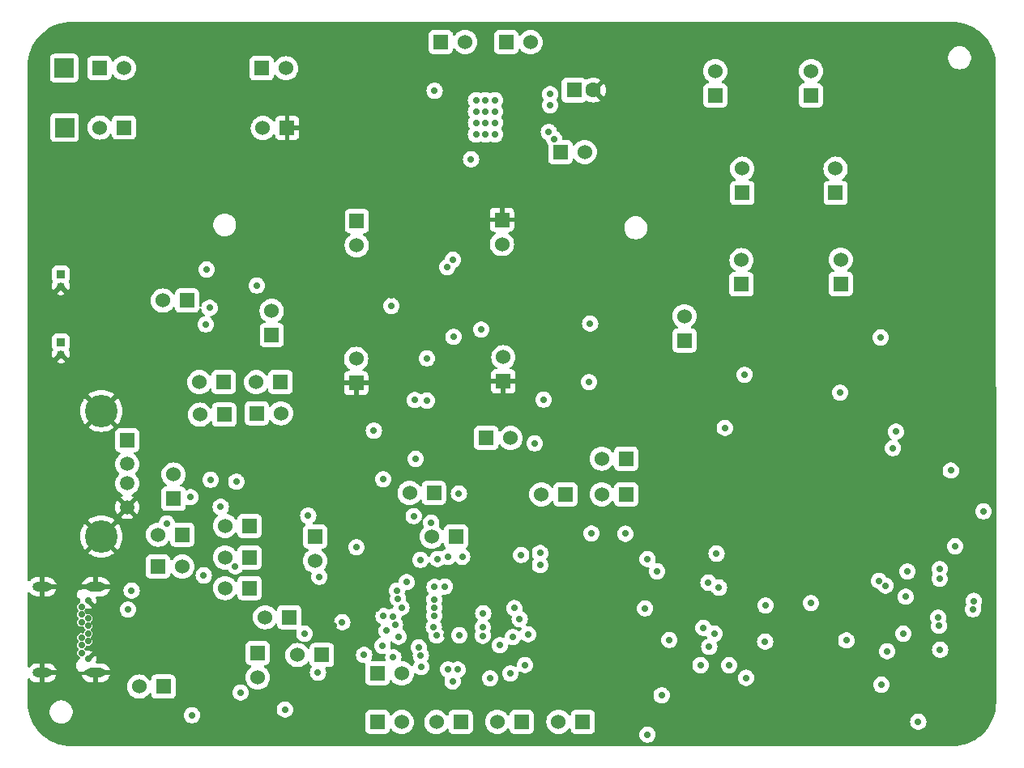
<source format=gbr>
%TF.GenerationSoftware,KiCad,Pcbnew,7.0.7*%
%TF.CreationDate,2024-11-27T13:26:37-08:00*%
%TF.ProjectId,OuterBoard_rev2.1,4f757465-7242-46f6-9172-645f72657632,rev?*%
%TF.SameCoordinates,Original*%
%TF.FileFunction,Copper,L2,Inr*%
%TF.FilePolarity,Positive*%
%FSLAX46Y46*%
G04 Gerber Fmt 4.6, Leading zero omitted, Abs format (unit mm)*
G04 Created by KiCad (PCBNEW 7.0.7) date 2024-11-27 13:26:37*
%MOMM*%
%LPD*%
G01*
G04 APERTURE LIST*
%TA.AperFunction,ComponentPad*%
%ADD10R,1.530000X1.530000*%
%TD*%
%TA.AperFunction,ComponentPad*%
%ADD11C,1.530000*%
%TD*%
%TA.AperFunction,ComponentPad*%
%ADD12C,0.700000*%
%TD*%
%TA.AperFunction,ComponentPad*%
%ADD13O,2.000000X1.000000*%
%TD*%
%TA.AperFunction,ComponentPad*%
%ADD14R,1.508000X1.508000*%
%TD*%
%TA.AperFunction,ComponentPad*%
%ADD15C,1.508000*%
%TD*%
%TA.AperFunction,ComponentPad*%
%ADD16C,3.396000*%
%TD*%
%TA.AperFunction,ComponentPad*%
%ADD17R,2.000000X2.000000*%
%TD*%
%TA.AperFunction,ComponentPad*%
%ADD18R,0.850000X0.850000*%
%TD*%
%TA.AperFunction,ComponentPad*%
%ADD19C,0.850000*%
%TD*%
%TA.AperFunction,ComponentPad*%
%ADD20R,1.600000X1.600000*%
%TD*%
%TA.AperFunction,ComponentPad*%
%ADD21C,1.600000*%
%TD*%
%TA.AperFunction,ViaPad*%
%ADD22C,0.700000*%
%TD*%
G04 APERTURE END LIST*
D10*
%TO.N,VCC*%
%TO.C,J14*%
X97993200Y-89560400D03*
D11*
%TO.N,Net-(U1-V_{DD})*%
X95453200Y-89560400D03*
%TD*%
D10*
%TO.N,BNO_SDA*%
%TO.C,J27*%
X117881400Y-128574800D03*
D11*
%TO.N,GPIO33*%
X120421400Y-128574800D03*
%TD*%
D10*
%TO.N,Net-(U2-BOUT1)*%
%TO.C,J5*%
X124496900Y-62509400D03*
D11*
%TO.N,Net-(U2-BOUT2)*%
X127036900Y-62509400D03*
%TD*%
D12*
%TO.N,N/C*%
%TO.C,U2*%
X128180000Y-68588600D03*
X128180000Y-69788600D03*
X128180000Y-70988600D03*
X128180000Y-72188600D03*
X129180000Y-68588600D03*
X129180000Y-69788600D03*
X129180000Y-70988600D03*
X129180000Y-72188600D03*
X130180000Y-68588600D03*
X130180000Y-69788600D03*
X130180000Y-70988600D03*
X130180000Y-72188600D03*
%TD*%
D10*
%TO.N,+BATT*%
%TO.C,J13*%
X96570800Y-110298300D03*
D11*
%TO.N,Net-(J13-Pad02)*%
X96570800Y-107758300D03*
%TD*%
D12*
%TO.N,GND*%
%TO.C,J42*%
X87641700Y-127052800D03*
%TO.N,unconnected-(J42-SSTXP2-PadB2)*%
X86941700Y-126402800D03*
%TO.N,unconnected-(J42-SSTXN2-PadB3)*%
X86941700Y-125602800D03*
%TO.N,+5V*%
X87641700Y-125202800D03*
%TO.N,Net-(J42-CC2)*%
X86941700Y-124802800D03*
%TO.N,Net-(J42-DN2)*%
X87641700Y-124402800D03*
X87641700Y-123602800D03*
%TO.N,unconnected-(J42-SBU2-PadB8)*%
X86941700Y-123202800D03*
%TO.N,+5V*%
X87641700Y-122802800D03*
%TO.N,unconnected-(J42-SSRXN1-PadB10)*%
X86941700Y-122402800D03*
%TO.N,unconnected-(J42-SSRXP1-PadB11)*%
X86941700Y-121602800D03*
%TO.N,GND*%
X87641700Y-120952800D03*
D13*
X88441700Y-119502800D03*
X88441700Y-128502800D03*
X82841700Y-119502800D03*
X82841700Y-128502800D03*
%TD*%
D10*
%TO.N,DRV_FAULT*%
%TO.C,J16*%
X139344400Y-133629400D03*
D11*
%TO.N,GPIO37*%
X136804400Y-133629400D03*
%TD*%
D14*
%TO.N,+5V*%
%TO.C,J44*%
X91726100Y-104167550D03*
D15*
%TO.N,Net-(J44-D-)*%
X91726100Y-106667550D03*
%TO.N,Net-(J44-D+)*%
X91726100Y-108667550D03*
%TO.N,GND*%
X91726100Y-111167550D03*
D16*
X89016100Y-101097550D03*
X89016100Y-114237550D03*
%TD*%
D10*
%TO.N,Net-(U5-VOUT)*%
%TO.C,J22*%
X166293800Y-87805900D03*
D11*
%TO.N,+1V8*%
X166293800Y-85265900D03*
%TD*%
D10*
%TO.N,+3.3V*%
%TO.C,J35*%
X108672700Y-122682000D03*
D11*
%TO.N,Net-(U7-VCC)*%
X106132700Y-122682000D03*
%TD*%
D10*
%TO.N,D0{slash}A0*%
%TO.C,J31*%
X126097100Y-114249200D03*
D11*
%TO.N,MOTOR2_BIN2*%
X123557100Y-114249200D03*
%TD*%
D10*
%TO.N,USB_DP*%
%TO.C,J9*%
X104495600Y-116433600D03*
D11*
%TO.N,Net-(U7-USBDP)*%
X101955600Y-116433600D03*
%TD*%
D10*
%TO.N,+5V*%
%TO.C,J36*%
X111353600Y-114249200D03*
D11*
%TO.N,Net-(D8-A)*%
X111353600Y-116789200D03*
%TD*%
D10*
%TO.N,VCC*%
%TO.C,J15*%
X101854000Y-101498400D03*
D11*
%TO.N,Net-(U3-V_{DD})*%
X99314000Y-101498400D03*
%TD*%
D10*
%TO.N,Net-(J1-Pad01)*%
%TO.C,J1*%
X88823800Y-65227200D03*
D11*
%TO.N,Net-(D1-K)*%
X91363800Y-65227200D03*
%TD*%
D10*
%TO.N,Net-(U2-AOUT1)*%
%TO.C,J6*%
X131343400Y-62534800D03*
D11*
%TO.N,Net-(U2-AOUT2)*%
X133883400Y-62534800D03*
%TD*%
D10*
%TO.N,+3.3V*%
%TO.C,J38*%
X115722400Y-81229200D03*
D11*
%TO.N,Net-(U8-VDD)*%
X115722400Y-83769200D03*
%TD*%
D10*
%TO.N,Net-(D15-K)*%
%TO.C,J46*%
X107746800Y-98094800D03*
D11*
%TO.N,VDC*%
X105206800Y-98094800D03*
%TD*%
D10*
%TO.N,Net-(U11-VCC)*%
%TO.C,J34*%
X149961600Y-93726000D03*
D11*
%TO.N,VDD_SPI*%
X149961600Y-91186000D03*
%TD*%
D10*
%TO.N,BNO_INT*%
%TO.C,J25*%
X126568200Y-133654800D03*
D11*
%TO.N,GPIO35*%
X124028200Y-133654800D03*
%TD*%
D10*
%TO.N,Net-(U2-VM)*%
%TO.C,J23*%
X136996100Y-74015600D03*
D11*
%TO.N,+BATT*%
X139536100Y-74015600D03*
%TD*%
D10*
%TO.N,Net-(J33-Pad01)*%
%TO.C,J33*%
X123774200Y-109687400D03*
D11*
%TO.N,+3.3V*%
X121234200Y-109687400D03*
%TD*%
D10*
%TO.N,D2{slash}A2*%
%TO.C,J29*%
X143865600Y-109829600D03*
D11*
%TO.N,MOTOR1_AIN2*%
X141325600Y-109829600D03*
%TD*%
D10*
%TO.N,Net-(U7-USBDM)*%
%TO.C,J43*%
X104495600Y-119634000D03*
D11*
%TO.N,USB_DN*%
X101955600Y-119634000D03*
%TD*%
D10*
%TO.N,USB_DP*%
%TO.C,J48*%
X104495600Y-113131600D03*
D11*
%TO.N,Net-(J44-D+)*%
X101955600Y-113131600D03*
%TD*%
D10*
%TO.N,Net-(D3-K)*%
%TO.C,J3*%
X105779500Y-65252600D03*
D11*
%TO.N,VCC*%
X108319500Y-65252600D03*
%TD*%
D17*
%TO.N,Net-(J1-Pad01)*%
%TO.C,TP1*%
X85140800Y-65244000D03*
%TD*%
D10*
%TO.N,Net-(D2-K)*%
%TO.C,J2*%
X91389200Y-71450200D03*
D11*
%TO.N,Net-(J2-Pad02)*%
X88849200Y-71450200D03*
%TD*%
D10*
%TO.N,GND*%
%TO.C,J41*%
X130886200Y-81102200D03*
D11*
%TO.N,Net-(U8-PIN16)*%
X130886200Y-83642200D03*
%TD*%
D10*
%TO.N,GND*%
%TO.C,J4*%
X108444100Y-71501000D03*
D11*
%TO.N,Net-(D1-A)*%
X105904100Y-71501000D03*
%TD*%
D18*
%TO.N,Net-(J12-Pad02)*%
%TO.C,J7*%
X84785200Y-86801801D03*
D19*
%TO.N,GND*%
X84785200Y-88051801D03*
%TD*%
D18*
%TO.N,Net-(J13-Pad02)*%
%TO.C,J8*%
X84792401Y-93913801D03*
D19*
%TO.N,GND*%
X84792401Y-95163801D03*
%TD*%
D10*
%TO.N,Net-(U7-TXD)*%
%TO.C,J51*%
X105359200Y-126441200D03*
D11*
%TO.N,RX_D7*%
X105359200Y-128981200D03*
%TD*%
D10*
%TO.N,GND*%
%TO.C,J39*%
X115646200Y-98196400D03*
D11*
%TO.N,Net-(U8-PIN10)*%
X115646200Y-95656400D03*
%TD*%
D17*
%TO.N,Net-(J2-Pad02)*%
%TO.C,TP2*%
X85166200Y-71450200D03*
%TD*%
D10*
%TO.N,Net-(U6-VO)*%
%TO.C,J21*%
X165760400Y-78306300D03*
D11*
%TO.N,Net-(C25-Pad1)*%
X165760400Y-75766300D03*
%TD*%
D10*
%TO.N,D3{slash}A3*%
%TO.C,J28*%
X143865600Y-106095800D03*
D11*
%TO.N,MOTOR1_AIN1*%
X141325600Y-106095800D03*
%TD*%
D10*
%TO.N,BNO_SCL*%
%TO.C,J26*%
X117881400Y-133654800D03*
D11*
%TO.N,GPIO34*%
X120421400Y-133654800D03*
%TD*%
D10*
%TO.N,TX_D6*%
%TO.C,J52*%
X112064800Y-126644400D03*
D11*
%TO.N,Net-(U7-RXD)*%
X109524800Y-126644400D03*
%TD*%
D10*
%TO.N,Net-(C38-Pad1)*%
%TO.C,J32*%
X129260600Y-103936800D03*
D11*
%TO.N,Net-(J32-Pad02)*%
X131800600Y-103936800D03*
%TD*%
D10*
%TO.N,DRV_SLEEP*%
%TO.C,J24*%
X132943600Y-133629400D03*
D11*
%TO.N,GPIO36*%
X130403600Y-133629400D03*
%TD*%
D10*
%TO.N,VDC*%
%TO.C,J18*%
X155930600Y-87856700D03*
D11*
%TO.N,Net-(U5-EN)*%
X155930600Y-85316700D03*
%TD*%
D10*
%TO.N,VDC*%
%TO.C,J17*%
X153187400Y-68095500D03*
D11*
%TO.N,Net-(U4-EN)*%
X153187400Y-65555500D03*
%TD*%
D10*
%TO.N,+5V*%
%TO.C,J45*%
X105257600Y-101346000D03*
D11*
%TO.N,Net-(D15-A)*%
X107797600Y-101346000D03*
%TD*%
D10*
%TO.N,D1{slash}A1*%
%TO.C,J30*%
X137541000Y-109829600D03*
D11*
%TO.N,MOTOR2_BIN1*%
X135001000Y-109829600D03*
%TD*%
D10*
%TO.N,Net-(J42-DN1)*%
%TO.C,J49*%
X97485200Y-114046000D03*
D11*
%TO.N,USB_DN*%
X94945200Y-114046000D03*
%TD*%
D10*
%TO.N,USB_DP*%
%TO.C,J50*%
X94945200Y-117398800D03*
D11*
%TO.N,Net-(J42-DN2)*%
X97485200Y-117398800D03*
%TD*%
D10*
%TO.N,Net-(U4-VOUT)*%
%TO.C,J20*%
X163195000Y-68095500D03*
D11*
%TO.N,+3.3V*%
X163195000Y-65555500D03*
%TD*%
D20*
%TO.N,+BATT*%
%TO.C,C6*%
X138436600Y-67538600D03*
D21*
%TO.N,GND*%
X140436600Y-67538600D03*
%TD*%
D10*
%TO.N,+BATT*%
%TO.C,J12*%
X101803200Y-98094800D03*
D11*
%TO.N,Net-(J12-Pad02)*%
X99263200Y-98094800D03*
%TD*%
D10*
%TO.N,VDC*%
%TO.C,J19*%
X156006800Y-78306300D03*
D11*
%TO.N,Net-(U6-VI)*%
X156006800Y-75766300D03*
%TD*%
D10*
%TO.N,Net-(J44-D-)*%
%TO.C,J47*%
X95504000Y-129946400D03*
D11*
%TO.N,USB_DN*%
X92964000Y-129946400D03*
%TD*%
D10*
%TO.N,Net-(D8-K)*%
%TO.C,J37*%
X106832400Y-93167200D03*
D11*
%TO.N,VDC*%
X106832400Y-90627200D03*
%TD*%
D10*
%TO.N,GND*%
%TO.C,J40*%
X131038600Y-98018600D03*
D11*
%TO.N,Net-(U8-PIN15)*%
X131038600Y-95478600D03*
%TD*%
D22*
%TO.N,GND*%
X131013200Y-112572800D03*
X124026937Y-96132737D03*
X171500800Y-78689200D03*
X128981200Y-109524800D03*
X117652800Y-101396800D03*
X98094800Y-106222800D03*
X93014800Y-93929200D03*
X178003200Y-110134400D03*
X124714000Y-107238800D03*
X123698000Y-86258400D03*
X158394400Y-86512400D03*
X90517900Y-120751600D03*
X158343600Y-127711200D03*
X143306800Y-75133200D03*
X148996400Y-68986400D03*
X148640800Y-79349600D03*
X93675200Y-105105200D03*
X94081600Y-99568000D03*
X109169200Y-88442800D03*
X101142800Y-92506800D03*
X113741200Y-93218000D03*
X118770400Y-69138800D03*
X172212000Y-70104000D03*
X159105600Y-107238800D03*
X161747200Y-79044800D03*
X143611600Y-90271600D03*
X115722400Y-68630800D03*
X115519200Y-63855600D03*
X171856400Y-88188800D03*
X117805200Y-121767600D03*
X168605200Y-93370400D03*
X105765600Y-105714800D03*
X129999103Y-115521103D03*
X97383600Y-128879600D03*
X91084400Y-87426800D03*
X138582400Y-102362000D03*
X92049600Y-95605600D03*
X118821200Y-72542400D03*
X128371600Y-89052400D03*
X145491200Y-69037200D03*
X134932500Y-70111700D03*
X116941600Y-112064800D03*
X160731200Y-132994400D03*
X155498800Y-66903600D03*
X135991600Y-129082800D03*
X117094000Y-107238800D03*
X133451600Y-89763600D03*
X173177200Y-127101600D03*
X99415600Y-120751600D03*
X168503600Y-68681600D03*
X119329200Y-89052400D03*
X113284000Y-123545600D03*
X117805200Y-116890800D03*
X178511200Y-81229200D03*
X103225600Y-133908800D03*
X151688800Y-88696800D03*
X101549200Y-128879600D03*
X156870400Y-125178900D03*
X165506400Y-132943600D03*
X158292800Y-130505200D03*
X123850400Y-80416000D03*
X114858800Y-90322400D03*
X99161600Y-129184400D03*
X138836400Y-118567200D03*
X125069600Y-124612400D03*
X151993600Y-79248000D03*
X163830000Y-107289600D03*
X176631600Y-120091200D03*
X148488400Y-88747600D03*
X178866800Y-91541600D03*
X136042400Y-124510800D03*
X95758000Y-133756400D03*
%TO.N,+BATT*%
X100431600Y-108305600D03*
%TO.N,VDC*%
X105257600Y-87985600D03*
X100025200Y-86309200D03*
%TO.N,Net-(D7-K)*%
X180131484Y-121848810D03*
X178257200Y-115265200D03*
%TO.N,+3.3V*%
X147574000Y-130860800D03*
X108204000Y-132334000D03*
X170484800Y-93421200D03*
X131775200Y-128574800D03*
X129641600Y-129082800D03*
X117500400Y-103174800D03*
X120029097Y-120737696D03*
X103124000Y-108508800D03*
X133604000Y-124460000D03*
X119329200Y-90119200D03*
X153111200Y-124409200D03*
X118819300Y-124110500D03*
X98348800Y-110134400D03*
%TO.N,CAM_RESET*%
X172821600Y-124409200D03*
X174396400Y-133604000D03*
%TO.N,+1V8*%
X176479200Y-122732800D03*
%TO.N,Net-(U8-CAP)*%
X123035500Y-100025200D03*
X123035500Y-95605600D03*
%TO.N,Net-(U9-XTAL_N)*%
X134874000Y-115976400D03*
X134874000Y-117244300D03*
%TO.N,+5V*%
X92184300Y-119881808D03*
%TO.N,IO21{slash}USER_LED*%
X120091200Y-124714000D03*
X111658400Y-128473200D03*
%TO.N,USB_DP*%
X119714017Y-123475991D03*
%TO.N,USB_DN*%
X119532400Y-122631200D03*
%TO.N,MTDO{slash}IO40{slash}CAM_SDA*%
X133299200Y-127679300D03*
X151638000Y-127709100D03*
X177800000Y-107342500D03*
X176682400Y-126085600D03*
X154635200Y-127711200D03*
%TO.N,MTCK{slash}IO39{slash}CAM_SCL*%
X132010300Y-124756375D03*
X180212900Y-120980100D03*
X152552400Y-125780800D03*
X166243000Y-99187000D03*
%TO.N,IO38{slash}DVP_VSYNC*%
X170535600Y-129743200D03*
X130657600Y-125628400D03*
X166878000Y-125120400D03*
%TO.N,Net-(J10-Pad8)*%
X176580800Y-123596400D03*
X171145200Y-126238000D03*
%TO.N,IO47{slash}DVP_HREF*%
X158394400Y-125222000D03*
X128909699Y-124622098D03*
%TO.N,IO48{slash}DVP_Y9*%
X126447059Y-124570201D03*
X158445200Y-121462800D03*
%TO.N,IO10{slash}XMCLK*%
X120922900Y-119024400D03*
X153568400Y-119583200D03*
X121767600Y-99974400D03*
X153314400Y-116027200D03*
%TO.N,IO11{slash}DVP_Y8*%
X173075600Y-120548400D03*
X146100800Y-116586000D03*
X123850400Y-119532400D03*
%TO.N,IO12{slash}DVP_Y7*%
X122381571Y-116691971D03*
X145846800Y-121767100D03*
%TO.N,IO13{slash}DVP_PCLK*%
X123815398Y-120814097D03*
X170992800Y-119380000D03*
X151942800Y-123799600D03*
X152469955Y-119069061D03*
%TO.N,IO14{slash}DVP_Y6*%
X170281600Y-118872000D03*
X119914480Y-119893540D03*
X181205700Y-111607600D03*
X148386800Y-125069600D03*
X176631600Y-118668800D03*
%TO.N,IO15{slash}DVP_Y2*%
X123815398Y-121666000D03*
X143782250Y-113950798D03*
X173278800Y-117908900D03*
X140258800Y-113933500D03*
%TO.N,IO16{slash}DVP_Y5*%
X146100800Y-134975600D03*
X176631600Y-117652800D03*
X120389808Y-121672192D03*
%TO.N,IO17{slash}DVP_Y3*%
X163169600Y-121208800D03*
X123815398Y-122517903D03*
%TO.N,IO18{slash}DVP_Y4*%
X123761263Y-123702061D03*
X147091400Y-117881400D03*
%TO.N,CHIP_EN*%
X156260800Y-97332800D03*
X115671600Y-115366800D03*
%TO.N,MTDI{slash}IO41{slash}PDM_DATA*%
X171754800Y-105005700D03*
X128871900Y-123755545D03*
%TO.N,MTMS{slash}IO42{slash}PDM_CLK*%
X172059600Y-103276400D03*
X132740400Y-122883100D03*
%TO.N,Net-(U1-PROG)*%
X99923600Y-92049600D03*
X100330000Y-90322400D03*
%TO.N,Net-(R6-Pad1)*%
X156413200Y-129024300D03*
X154178000Y-102870000D03*
%TO.N,Net-(R13-Pad2)*%
X110642400Y-112064800D03*
X101498400Y-111150400D03*
%TO.N,DRV_FAULT*%
X127660400Y-74777600D03*
%TO.N,BNO_SCL*%
X125780800Y-85293200D03*
%TO.N,BNO_SDA*%
X114198400Y-123190000D03*
X125171200Y-86055200D03*
%TO.N,DRV_SLEEP*%
X123850400Y-67614800D03*
%TO.N,BNO_INT*%
X125815918Y-93347018D03*
%TO.N,MOTOR1_AIN1*%
X135940800Y-67970400D03*
%TO.N,D3{slash}A3*%
X124917200Y-119476400D03*
%TO.N,MOTOR1_AIN2*%
X135940800Y-69138800D03*
%TO.N,D2{slash}A2*%
X124155200Y-116586000D03*
%TO.N,MOTOR2_BIN1*%
X136347200Y-72644000D03*
%TO.N,D1{slash}A1*%
X125219269Y-116373148D03*
%TO.N,MOTOR2_BIN2*%
X135788400Y-71932800D03*
%TO.N,D0{slash}A0*%
X126734701Y-116358674D03*
%TO.N,Net-(U9-U0TXD)*%
X128930400Y-122275600D03*
X125730000Y-129395300D03*
%TO.N,RX_D7*%
X119532400Y-126898400D03*
X132181600Y-121737300D03*
X103581200Y-130556000D03*
X122410439Y-126699351D03*
%TO.N,VDD_SPI*%
X111810800Y-118465600D03*
X118414800Y-125679200D03*
X116484400Y-126644400D03*
X128727200Y-92600400D03*
X123494800Y-112776000D03*
X110236000Y-124409200D03*
%TO.N,SPIHD*%
X121876400Y-106121200D03*
X122180192Y-125823900D03*
%TO.N,SPIWP*%
X124053600Y-124612400D03*
X134315200Y-104495600D03*
%TO.N,SPICS0*%
X118465600Y-108254800D03*
X118516400Y-122580400D03*
%TO.N,SPICLK*%
X122461146Y-127903651D03*
X121666000Y-112115600D03*
%TO.N,SPIQ*%
X140004800Y-98094800D03*
X125237743Y-128141966D03*
X135229600Y-99923600D03*
X140106400Y-91948000D03*
%TO.N,SPID*%
X132898992Y-116185792D03*
X126239500Y-128168400D03*
%TO.N,Net-(J32-Pad02)*%
X126390400Y-109728000D03*
%TO.N,Net-(J42-CC1)*%
X98501200Y-132943600D03*
X91803729Y-121876988D03*
%TO.N,Net-(U7-USBDP)*%
X99720400Y-118313200D03*
%TO.N,Net-(U7-USBDM)*%
X103022400Y-117348000D03*
%TO.N,Net-(J42-DN2)*%
X95859600Y-112877600D03*
%TD*%
%TA.AperFunction,Conductor*%
%TO.N,GND*%
G36*
X178348428Y-60415790D02*
G01*
X178353780Y-60416259D01*
X178744117Y-60467648D01*
X178749425Y-60468584D01*
X179133783Y-60553794D01*
X179138981Y-60555187D01*
X179498936Y-60668679D01*
X179514455Y-60673573D01*
X179519540Y-60675424D01*
X179645172Y-60727462D01*
X179883269Y-60826085D01*
X179888139Y-60828356D01*
X180237350Y-61010144D01*
X180242028Y-61012846D01*
X180574059Y-61224372D01*
X180578487Y-61227473D01*
X180848495Y-61434657D01*
X180890814Y-61467129D01*
X180894959Y-61470608D01*
X181185204Y-61736569D01*
X181189030Y-61740395D01*
X181454991Y-62030640D01*
X181458470Y-62034785D01*
X181698123Y-62347107D01*
X181701227Y-62351540D01*
X181912753Y-62683571D01*
X181915459Y-62688257D01*
X182048531Y-62943886D01*
X182097234Y-63037442D01*
X182099521Y-63042346D01*
X182250175Y-63406059D01*
X182252026Y-63411144D01*
X182321645Y-63631946D01*
X182368242Y-63779734D01*
X182370406Y-63786595D01*
X182371806Y-63791822D01*
X182457014Y-64176172D01*
X182457954Y-64181501D01*
X182509338Y-64571801D01*
X182509810Y-64577192D01*
X182527100Y-64973200D01*
X182527100Y-65013083D01*
X182528724Y-131593388D01*
X182528724Y-131624423D01*
X182511432Y-132020429D01*
X182510960Y-132025819D01*
X182459575Y-132416119D01*
X182458635Y-132421448D01*
X182373425Y-132805799D01*
X182372024Y-132811025D01*
X182253643Y-133186478D01*
X182251792Y-133191563D01*
X182101138Y-133555271D01*
X182098852Y-133560175D01*
X181917076Y-133909361D01*
X181914370Y-133914047D01*
X181702848Y-134246071D01*
X181699744Y-134250504D01*
X181460082Y-134562837D01*
X181456603Y-134566983D01*
X181190647Y-134857221D01*
X181186821Y-134861047D01*
X180896583Y-135127003D01*
X180892437Y-135130482D01*
X180580104Y-135370144D01*
X180575671Y-135373248D01*
X180243647Y-135584770D01*
X180238961Y-135587476D01*
X179889775Y-135769252D01*
X179884871Y-135771538D01*
X179521163Y-135922192D01*
X179516078Y-135924043D01*
X179140625Y-136042424D01*
X179135399Y-136043825D01*
X178751049Y-136129035D01*
X178745719Y-136129975D01*
X178355420Y-136181360D01*
X178350029Y-136181832D01*
X177954032Y-136199123D01*
X85957123Y-136197501D01*
X85957113Y-136197500D01*
X85942682Y-136197500D01*
X85902800Y-136197500D01*
X85506792Y-136180210D01*
X85501401Y-136179738D01*
X85111101Y-136128354D01*
X85105772Y-136127414D01*
X84721422Y-136042206D01*
X84716202Y-136040808D01*
X84592083Y-136001673D01*
X84340744Y-135922426D01*
X84335659Y-135920575D01*
X83975850Y-135771538D01*
X83971940Y-135769918D01*
X83967050Y-135767638D01*
X83617857Y-135585859D01*
X83613171Y-135583153D01*
X83281140Y-135371627D01*
X83276707Y-135368523D01*
X82964385Y-135128870D01*
X82960240Y-135125391D01*
X82796771Y-134975599D01*
X145245615Y-134975599D01*
X145264303Y-135153405D01*
X145264304Y-135153407D01*
X145319547Y-135323429D01*
X145319550Y-135323435D01*
X145408941Y-135478265D01*
X145450612Y-135524546D01*
X145528564Y-135611121D01*
X145528567Y-135611123D01*
X145528570Y-135611126D01*
X145673207Y-135716212D01*
X145836533Y-135788929D01*
X146011409Y-135826100D01*
X146011410Y-135826100D01*
X146190189Y-135826100D01*
X146190191Y-135826100D01*
X146365067Y-135788929D01*
X146528393Y-135716212D01*
X146673030Y-135611126D01*
X146792659Y-135478265D01*
X146882050Y-135323435D01*
X146937297Y-135153403D01*
X146955985Y-134975600D01*
X146937297Y-134797797D01*
X146884965Y-134636735D01*
X146882052Y-134627770D01*
X146882049Y-134627764D01*
X146792659Y-134472935D01*
X146742591Y-134417329D01*
X146673035Y-134340078D01*
X146673032Y-134340076D01*
X146673031Y-134340075D01*
X146673030Y-134340074D01*
X146528393Y-134234988D01*
X146365067Y-134162271D01*
X146365065Y-134162270D01*
X146237394Y-134135133D01*
X146190191Y-134125100D01*
X146011409Y-134125100D01*
X145980754Y-134131615D01*
X145836533Y-134162270D01*
X145836528Y-134162272D01*
X145673208Y-134234987D01*
X145528568Y-134340075D01*
X145408940Y-134472936D01*
X145319550Y-134627764D01*
X145319547Y-134627770D01*
X145264304Y-134797792D01*
X145264303Y-134797794D01*
X145245615Y-134975599D01*
X82796771Y-134975599D01*
X82669995Y-134859430D01*
X82666169Y-134855604D01*
X82659680Y-134848523D01*
X82488883Y-134662131D01*
X82400208Y-134565359D01*
X82396729Y-134561214D01*
X82362446Y-134516536D01*
X82324950Y-134467670D01*
X116615900Y-134467670D01*
X116615901Y-134467676D01*
X116622308Y-134527283D01*
X116672602Y-134662128D01*
X116672606Y-134662135D01*
X116758852Y-134777344D01*
X116758855Y-134777347D01*
X116874064Y-134863593D01*
X116874071Y-134863597D01*
X117008917Y-134913891D01*
X117008916Y-134913891D01*
X117015844Y-134914635D01*
X117068527Y-134920300D01*
X118694272Y-134920299D01*
X118753883Y-134913891D01*
X118888731Y-134863596D01*
X119003946Y-134777346D01*
X119090196Y-134662131D01*
X119140491Y-134527283D01*
X119146900Y-134467673D01*
X119146899Y-134434234D01*
X119166582Y-134367198D01*
X119219384Y-134321442D01*
X119288543Y-134311497D01*
X119352099Y-134340520D01*
X119372473Y-134363111D01*
X119448262Y-134471347D01*
X119448268Y-134471355D01*
X119604845Y-134627932D01*
X119786233Y-134754942D01*
X119878126Y-134797792D01*
X119986913Y-134848520D01*
X119986915Y-134848520D01*
X119986920Y-134848523D01*
X120200809Y-134905835D01*
X120358373Y-134919619D01*
X120421398Y-134925134D01*
X120421400Y-134925134D01*
X120421402Y-134925134D01*
X120476676Y-134920298D01*
X120641991Y-134905835D01*
X120855880Y-134848523D01*
X121056567Y-134754942D01*
X121237955Y-134627932D01*
X121394532Y-134471355D01*
X121521542Y-134289967D01*
X121615123Y-134089280D01*
X121672435Y-133875391D01*
X121691734Y-133654801D01*
X122757866Y-133654801D01*
X122777164Y-133875385D01*
X122777165Y-133875392D01*
X122834475Y-134089275D01*
X122834479Y-134089286D01*
X122909656Y-134250504D01*
X122928058Y-134289967D01*
X123055068Y-134471355D01*
X123211645Y-134627932D01*
X123393033Y-134754942D01*
X123484926Y-134797792D01*
X123593713Y-134848520D01*
X123593715Y-134848520D01*
X123593720Y-134848523D01*
X123807609Y-134905835D01*
X123965173Y-134919619D01*
X124028198Y-134925134D01*
X124028200Y-134925134D01*
X124028202Y-134925134D01*
X124083476Y-134920298D01*
X124248791Y-134905835D01*
X124462680Y-134848523D01*
X124663367Y-134754942D01*
X124844755Y-134627932D01*
X125001332Y-134471355D01*
X125077128Y-134363107D01*
X125131701Y-134319485D01*
X125201200Y-134312291D01*
X125263555Y-134343813D01*
X125298969Y-134404043D01*
X125302700Y-134434230D01*
X125302700Y-134467668D01*
X125302701Y-134467676D01*
X125309108Y-134527283D01*
X125359402Y-134662128D01*
X125359406Y-134662135D01*
X125445652Y-134777344D01*
X125445655Y-134777347D01*
X125560864Y-134863593D01*
X125560871Y-134863597D01*
X125695717Y-134913891D01*
X125695716Y-134913891D01*
X125702644Y-134914635D01*
X125755327Y-134920300D01*
X127381072Y-134920299D01*
X127440683Y-134913891D01*
X127575531Y-134863596D01*
X127690746Y-134777346D01*
X127776996Y-134662131D01*
X127827291Y-134527283D01*
X127833700Y-134467673D01*
X127833699Y-133629401D01*
X129133266Y-133629401D01*
X129152564Y-133849985D01*
X129152565Y-133849992D01*
X129209875Y-134063875D01*
X129209879Y-134063886D01*
X129294833Y-134246071D01*
X129303458Y-134264567D01*
X129430468Y-134445955D01*
X129587045Y-134602532D01*
X129768433Y-134729542D01*
X129870946Y-134777344D01*
X129969113Y-134823120D01*
X129969115Y-134823120D01*
X129969120Y-134823123D01*
X130183009Y-134880435D01*
X130340573Y-134894220D01*
X130403598Y-134899734D01*
X130403600Y-134899734D01*
X130403602Y-134899734D01*
X130458876Y-134894898D01*
X130624191Y-134880435D01*
X130838080Y-134823123D01*
X131038767Y-134729542D01*
X131220155Y-134602532D01*
X131376732Y-134445955D01*
X131452528Y-134337707D01*
X131507101Y-134294085D01*
X131576600Y-134286891D01*
X131638955Y-134318413D01*
X131674369Y-134378643D01*
X131678100Y-134408830D01*
X131678100Y-134442268D01*
X131678101Y-134442276D01*
X131684508Y-134501883D01*
X131734802Y-134636728D01*
X131734806Y-134636735D01*
X131821052Y-134751944D01*
X131821055Y-134751947D01*
X131936264Y-134838193D01*
X131936271Y-134838197D01*
X132071117Y-134888491D01*
X132071116Y-134888491D01*
X132078044Y-134889235D01*
X132130727Y-134894900D01*
X133756472Y-134894899D01*
X133816083Y-134888491D01*
X133950931Y-134838196D01*
X134066146Y-134751946D01*
X134152396Y-134636731D01*
X134202691Y-134501883D01*
X134209100Y-134442273D01*
X134209100Y-133629401D01*
X135534066Y-133629401D01*
X135553364Y-133849985D01*
X135553365Y-133849992D01*
X135610675Y-134063875D01*
X135610679Y-134063886D01*
X135695633Y-134246071D01*
X135704258Y-134264567D01*
X135831268Y-134445955D01*
X135987845Y-134602532D01*
X136169233Y-134729542D01*
X136271746Y-134777344D01*
X136369913Y-134823120D01*
X136369915Y-134823120D01*
X136369920Y-134823123D01*
X136583809Y-134880435D01*
X136741374Y-134894220D01*
X136804398Y-134899734D01*
X136804400Y-134899734D01*
X136804402Y-134899734D01*
X136859676Y-134894898D01*
X137024991Y-134880435D01*
X137238880Y-134823123D01*
X137439567Y-134729542D01*
X137620955Y-134602532D01*
X137777532Y-134445955D01*
X137853328Y-134337707D01*
X137907901Y-134294085D01*
X137977400Y-134286891D01*
X138039755Y-134318413D01*
X138075169Y-134378643D01*
X138078900Y-134408830D01*
X138078900Y-134442268D01*
X138078901Y-134442276D01*
X138085308Y-134501883D01*
X138135602Y-134636728D01*
X138135606Y-134636735D01*
X138221852Y-134751944D01*
X138221855Y-134751947D01*
X138337064Y-134838193D01*
X138337071Y-134838197D01*
X138471917Y-134888491D01*
X138471916Y-134888491D01*
X138478844Y-134889235D01*
X138531527Y-134894900D01*
X140157272Y-134894899D01*
X140216883Y-134888491D01*
X140351731Y-134838196D01*
X140466946Y-134751946D01*
X140553196Y-134636731D01*
X140603491Y-134501883D01*
X140609900Y-134442273D01*
X140609899Y-133604000D01*
X173541215Y-133604000D01*
X173543885Y-133629400D01*
X173559903Y-133781805D01*
X173559904Y-133781807D01*
X173615147Y-133951829D01*
X173615150Y-133951835D01*
X173704541Y-134106665D01*
X173721140Y-134125100D01*
X173824164Y-134239521D01*
X173824167Y-134239523D01*
X173824170Y-134239526D01*
X173968807Y-134344612D01*
X174132133Y-134417329D01*
X174307009Y-134454500D01*
X174307010Y-134454500D01*
X174485789Y-134454500D01*
X174485791Y-134454500D01*
X174660667Y-134417329D01*
X174823993Y-134344612D01*
X174968630Y-134239526D01*
X174972716Y-134234989D01*
X174994548Y-134210741D01*
X175088259Y-134106665D01*
X175177650Y-133951835D01*
X175232897Y-133781803D01*
X175251585Y-133604000D01*
X175232897Y-133426197D01*
X175205273Y-133341180D01*
X175177652Y-133256170D01*
X175177649Y-133256164D01*
X175156957Y-133220324D01*
X175088259Y-133101335D01*
X175014694Y-133019633D01*
X174968635Y-132968478D01*
X174968632Y-132968476D01*
X174968631Y-132968475D01*
X174968630Y-132968474D01*
X174823993Y-132863388D01*
X174660667Y-132790671D01*
X174660665Y-132790670D01*
X174532994Y-132763533D01*
X174485791Y-132753500D01*
X174307009Y-132753500D01*
X174276354Y-132760015D01*
X174132133Y-132790670D01*
X174132128Y-132790672D01*
X173968808Y-132863387D01*
X173824168Y-132968475D01*
X173704540Y-133101336D01*
X173615150Y-133256164D01*
X173615147Y-133256170D01*
X173559904Y-133426192D01*
X173559903Y-133426194D01*
X173554355Y-133478979D01*
X173541215Y-133604000D01*
X140609899Y-133604000D01*
X140609899Y-132816528D01*
X140603491Y-132756917D01*
X140575487Y-132681835D01*
X140553197Y-132622071D01*
X140553193Y-132622064D01*
X140466947Y-132506855D01*
X140466944Y-132506852D01*
X140351735Y-132420606D01*
X140351728Y-132420602D01*
X140216882Y-132370308D01*
X140216883Y-132370308D01*
X140157283Y-132363901D01*
X140157281Y-132363900D01*
X140157273Y-132363900D01*
X140157264Y-132363900D01*
X138531529Y-132363900D01*
X138531523Y-132363901D01*
X138471916Y-132370308D01*
X138337071Y-132420602D01*
X138337064Y-132420606D01*
X138221855Y-132506852D01*
X138221852Y-132506855D01*
X138135606Y-132622064D01*
X138135602Y-132622071D01*
X138085308Y-132756917D01*
X138079296Y-132812841D01*
X138078901Y-132816523D01*
X138078900Y-132816535D01*
X138078900Y-132849964D01*
X138059215Y-132917003D01*
X138006411Y-132962758D01*
X137937253Y-132972702D01*
X137873697Y-132943677D01*
X137853326Y-132921088D01*
X137777537Y-132812852D01*
X137777536Y-132812851D01*
X137777532Y-132812845D01*
X137620955Y-132656268D01*
X137439567Y-132529258D01*
X137402139Y-132511805D01*
X137238886Y-132435679D01*
X137238875Y-132435675D01*
X137024992Y-132378365D01*
X137024985Y-132378364D01*
X136804402Y-132359066D01*
X136804398Y-132359066D01*
X136583814Y-132378364D01*
X136583807Y-132378365D01*
X136369924Y-132435675D01*
X136369913Y-132435679D01*
X136169236Y-132529256D01*
X136169234Y-132529257D01*
X135987844Y-132656268D01*
X135831268Y-132812844D01*
X135704257Y-132994234D01*
X135704256Y-132994236D01*
X135610679Y-133194913D01*
X135610675Y-133194924D01*
X135553365Y-133408807D01*
X135553364Y-133408814D01*
X135534066Y-133629398D01*
X135534066Y-133629401D01*
X134209100Y-133629401D01*
X134209099Y-132816528D01*
X134202691Y-132756917D01*
X134174687Y-132681835D01*
X134152397Y-132622071D01*
X134152393Y-132622064D01*
X134066147Y-132506855D01*
X134066144Y-132506852D01*
X133950935Y-132420606D01*
X133950928Y-132420602D01*
X133816082Y-132370308D01*
X133816083Y-132370308D01*
X133756483Y-132363901D01*
X133756481Y-132363900D01*
X133756473Y-132363900D01*
X133756464Y-132363900D01*
X132130729Y-132363900D01*
X132130723Y-132363901D01*
X132071116Y-132370308D01*
X131936271Y-132420602D01*
X131936264Y-132420606D01*
X131821055Y-132506852D01*
X131821052Y-132506855D01*
X131734806Y-132622064D01*
X131734802Y-132622071D01*
X131684508Y-132756917D01*
X131678496Y-132812841D01*
X131678101Y-132816523D01*
X131678100Y-132816535D01*
X131678100Y-132849964D01*
X131658415Y-132917003D01*
X131605611Y-132962758D01*
X131536453Y-132972702D01*
X131472897Y-132943677D01*
X131452526Y-132921088D01*
X131376737Y-132812852D01*
X131376736Y-132812851D01*
X131376732Y-132812845D01*
X131220155Y-132656268D01*
X131038767Y-132529258D01*
X131001339Y-132511805D01*
X130838086Y-132435679D01*
X130838075Y-132435675D01*
X130624192Y-132378365D01*
X130624185Y-132378364D01*
X130403602Y-132359066D01*
X130403598Y-132359066D01*
X130183014Y-132378364D01*
X130183007Y-132378365D01*
X129969124Y-132435675D01*
X129969113Y-132435679D01*
X129768436Y-132529256D01*
X129768434Y-132529257D01*
X129587044Y-132656268D01*
X129430468Y-132812844D01*
X129303457Y-132994234D01*
X129303456Y-132994236D01*
X129209879Y-133194913D01*
X129209875Y-133194924D01*
X129152565Y-133408807D01*
X129152564Y-133408814D01*
X129133266Y-133629398D01*
X129133266Y-133629401D01*
X127833699Y-133629401D01*
X127833699Y-132841928D01*
X127827291Y-132782317D01*
X127821129Y-132765797D01*
X127776997Y-132647471D01*
X127776993Y-132647464D01*
X127690747Y-132532255D01*
X127690744Y-132532252D01*
X127575535Y-132446006D01*
X127575528Y-132446002D01*
X127440682Y-132395708D01*
X127440683Y-132395708D01*
X127381083Y-132389301D01*
X127381081Y-132389300D01*
X127381073Y-132389300D01*
X127381064Y-132389300D01*
X125755329Y-132389300D01*
X125755323Y-132389301D01*
X125695716Y-132395708D01*
X125560871Y-132446002D01*
X125560864Y-132446006D01*
X125445655Y-132532252D01*
X125445652Y-132532255D01*
X125359406Y-132647464D01*
X125359402Y-132647471D01*
X125309108Y-132782317D01*
X125302701Y-132841916D01*
X125302700Y-132841935D01*
X125302700Y-132875364D01*
X125283015Y-132942403D01*
X125230211Y-132988158D01*
X125161053Y-132998102D01*
X125097497Y-132969077D01*
X125077126Y-132946488D01*
X125001337Y-132838252D01*
X125001336Y-132838251D01*
X125001332Y-132838245D01*
X124844755Y-132681668D01*
X124663367Y-132554658D01*
X124663363Y-132554656D01*
X124462686Y-132461079D01*
X124462675Y-132461075D01*
X124248792Y-132403765D01*
X124248785Y-132403764D01*
X124028202Y-132384466D01*
X124028198Y-132384466D01*
X123807614Y-132403764D01*
X123807607Y-132403765D01*
X123593724Y-132461075D01*
X123593713Y-132461079D01*
X123393036Y-132554656D01*
X123393034Y-132554657D01*
X123211644Y-132681668D01*
X123055068Y-132838244D01*
X122928057Y-133019634D01*
X122928056Y-133019636D01*
X122834479Y-133220313D01*
X122834475Y-133220324D01*
X122777165Y-133434207D01*
X122777164Y-133434214D01*
X122757866Y-133654798D01*
X122757866Y-133654801D01*
X121691734Y-133654801D01*
X121691734Y-133654800D01*
X121672435Y-133434209D01*
X121615123Y-133220320D01*
X121600546Y-133189060D01*
X121570861Y-133125398D01*
X121521542Y-133019633D01*
X121394532Y-132838245D01*
X121237955Y-132681668D01*
X121056567Y-132554658D01*
X121056563Y-132554656D01*
X120855886Y-132461079D01*
X120855875Y-132461075D01*
X120641992Y-132403765D01*
X120641985Y-132403764D01*
X120421402Y-132384466D01*
X120421398Y-132384466D01*
X120200814Y-132403764D01*
X120200807Y-132403765D01*
X119986924Y-132461075D01*
X119986913Y-132461079D01*
X119786236Y-132554656D01*
X119786234Y-132554657D01*
X119604844Y-132681668D01*
X119448268Y-132838244D01*
X119422277Y-132875364D01*
X119374444Y-132943677D01*
X119372474Y-132946490D01*
X119317897Y-132990115D01*
X119248398Y-132997307D01*
X119186044Y-132965785D01*
X119150630Y-132905555D01*
X119146899Y-132875366D01*
X119146899Y-132841929D01*
X119146898Y-132841920D01*
X119140491Y-132782316D01*
X119090197Y-132647471D01*
X119090193Y-132647464D01*
X119003947Y-132532255D01*
X119003944Y-132532252D01*
X118888735Y-132446006D01*
X118888728Y-132446002D01*
X118753882Y-132395708D01*
X118753883Y-132395708D01*
X118694283Y-132389301D01*
X118694281Y-132389300D01*
X118694273Y-132389300D01*
X118694264Y-132389300D01*
X117068529Y-132389300D01*
X117068523Y-132389301D01*
X117008916Y-132395708D01*
X116874071Y-132446002D01*
X116874064Y-132446006D01*
X116758855Y-132532252D01*
X116758852Y-132532255D01*
X116672606Y-132647464D01*
X116672602Y-132647471D01*
X116622308Y-132782317D01*
X116615901Y-132841916D01*
X116615900Y-132841935D01*
X116615900Y-134467670D01*
X82324950Y-134467670D01*
X82157073Y-134248887D01*
X82153972Y-134244459D01*
X81942446Y-133912428D01*
X81939740Y-133907742D01*
X81922900Y-133875392D01*
X81757956Y-133558539D01*
X81755685Y-133553669D01*
X81617609Y-133220324D01*
X81605024Y-133189940D01*
X81603173Y-133184855D01*
X81583167Y-133121403D01*
X81484787Y-132809381D01*
X81483393Y-132804177D01*
X81474884Y-132765797D01*
X81460129Y-132699243D01*
X83635500Y-132699243D01*
X83676382Y-132917940D01*
X83747430Y-133101335D01*
X83756752Y-133125398D01*
X83756754Y-133125404D01*
X83873874Y-133314560D01*
X83873876Y-133314562D01*
X84023761Y-133478979D01*
X84201308Y-133613056D01*
X84201316Y-133613061D01*
X84400461Y-133712224D01*
X84400465Y-133712225D01*
X84400472Y-133712229D01*
X84614464Y-133773115D01*
X84780497Y-133788500D01*
X84780501Y-133788500D01*
X84891499Y-133788500D01*
X84891503Y-133788500D01*
X85057536Y-133773115D01*
X85271528Y-133712229D01*
X85470689Y-133613058D01*
X85648236Y-133478981D01*
X85798124Y-133314562D01*
X85915247Y-133125401D01*
X85985677Y-132943600D01*
X97646015Y-132943600D01*
X97648630Y-132968476D01*
X97664703Y-133121405D01*
X97664704Y-133121407D01*
X97719947Y-133291429D01*
X97719950Y-133291435D01*
X97809341Y-133446265D01*
X97838797Y-133478979D01*
X97928964Y-133579121D01*
X97928967Y-133579123D01*
X97928970Y-133579126D01*
X98073607Y-133684212D01*
X98236933Y-133756929D01*
X98411809Y-133794100D01*
X98411810Y-133794100D01*
X98590589Y-133794100D01*
X98590591Y-133794100D01*
X98765467Y-133756929D01*
X98928793Y-133684212D01*
X99073430Y-133579126D01*
X99091951Y-133558557D01*
X99099348Y-133550341D01*
X99193059Y-133446265D01*
X99282450Y-133291435D01*
X99337697Y-133121403D01*
X99356385Y-132943600D01*
X99337697Y-132765797D01*
X99302109Y-132656268D01*
X99282452Y-132595770D01*
X99282449Y-132595764D01*
X99193059Y-132440935D01*
X99123697Y-132363901D01*
X99096775Y-132334000D01*
X107348815Y-132334000D01*
X107367503Y-132511805D01*
X107367504Y-132511807D01*
X107422747Y-132681829D01*
X107422750Y-132681835D01*
X107512141Y-132836665D01*
X107546986Y-132875364D01*
X107631764Y-132969521D01*
X107631767Y-132969523D01*
X107631770Y-132969526D01*
X107776407Y-133074612D01*
X107939733Y-133147329D01*
X108114609Y-133184500D01*
X108114610Y-133184500D01*
X108293389Y-133184500D01*
X108293391Y-133184500D01*
X108468267Y-133147329D01*
X108631593Y-133074612D01*
X108776230Y-132969526D01*
X108776635Y-132969077D01*
X108823522Y-132917003D01*
X108895859Y-132836665D01*
X108985250Y-132681835D01*
X109040497Y-132511803D01*
X109059185Y-132334000D01*
X109040497Y-132156197D01*
X109006185Y-132050595D01*
X108985252Y-131986170D01*
X108985249Y-131986164D01*
X108895859Y-131831335D01*
X108849003Y-131779296D01*
X108776235Y-131698478D01*
X108776232Y-131698476D01*
X108776231Y-131698475D01*
X108776230Y-131698474D01*
X108631593Y-131593388D01*
X108468267Y-131520671D01*
X108468265Y-131520670D01*
X108340594Y-131493533D01*
X108293391Y-131483500D01*
X108114609Y-131483500D01*
X108083954Y-131490015D01*
X107939733Y-131520670D01*
X107939728Y-131520672D01*
X107776408Y-131593387D01*
X107631768Y-131698475D01*
X107512140Y-131831336D01*
X107422750Y-131986164D01*
X107422747Y-131986170D01*
X107367504Y-132156192D01*
X107367503Y-132156194D01*
X107348815Y-132334000D01*
X99096775Y-132334000D01*
X99073435Y-132308078D01*
X99073432Y-132308076D01*
X99073431Y-132308075D01*
X99073430Y-132308074D01*
X98928793Y-132202988D01*
X98765467Y-132130271D01*
X98765465Y-132130270D01*
X98637794Y-132103133D01*
X98590591Y-132093100D01*
X98411809Y-132093100D01*
X98381154Y-132099615D01*
X98236933Y-132130270D01*
X98236928Y-132130272D01*
X98073608Y-132202987D01*
X97928968Y-132308075D01*
X97809340Y-132440936D01*
X97719950Y-132595764D01*
X97719947Y-132595770D01*
X97664704Y-132765792D01*
X97664703Y-132765794D01*
X97653187Y-132875364D01*
X97646015Y-132943600D01*
X85985677Y-132943600D01*
X85995618Y-132917940D01*
X86036500Y-132699243D01*
X86036500Y-132476757D01*
X85995618Y-132258060D01*
X85915247Y-132050599D01*
X85898900Y-132024198D01*
X85798125Y-131861439D01*
X85798123Y-131861437D01*
X85648238Y-131697020D01*
X85470691Y-131562943D01*
X85470683Y-131562938D01*
X85271538Y-131463775D01*
X85271523Y-131463769D01*
X85057537Y-131402885D01*
X85057535Y-131402884D01*
X84939653Y-131391961D01*
X84891503Y-131387500D01*
X84780497Y-131387500D01*
X84735601Y-131391660D01*
X84614464Y-131402884D01*
X84614462Y-131402885D01*
X84400476Y-131463769D01*
X84400461Y-131463775D01*
X84201316Y-131562938D01*
X84201308Y-131562943D01*
X84023761Y-131697020D01*
X83873876Y-131861437D01*
X83873874Y-131861439D01*
X83756754Y-132050595D01*
X83756753Y-132050599D01*
X83676382Y-132258060D01*
X83635500Y-132476757D01*
X83635500Y-132699243D01*
X81460129Y-132699243D01*
X81398184Y-132419825D01*
X81397248Y-132414517D01*
X81345859Y-132024180D01*
X81345390Y-132018828D01*
X81328100Y-131622800D01*
X81328100Y-131582918D01*
X81328100Y-129946401D01*
X91693666Y-129946401D01*
X91712964Y-130166985D01*
X91712965Y-130166992D01*
X91770275Y-130380875D01*
X91770279Y-130380886D01*
X91863856Y-130581563D01*
X91863858Y-130581567D01*
X91990868Y-130762955D01*
X92147445Y-130919532D01*
X92328833Y-131046542D01*
X92449572Y-131102843D01*
X92529513Y-131140120D01*
X92529515Y-131140120D01*
X92529520Y-131140123D01*
X92743409Y-131197435D01*
X92900974Y-131211220D01*
X92963998Y-131216734D01*
X92964000Y-131216734D01*
X92964002Y-131216734D01*
X93019276Y-131211898D01*
X93184591Y-131197435D01*
X93398480Y-131140123D01*
X93599167Y-131046542D01*
X93780555Y-130919532D01*
X93937132Y-130762955D01*
X94012928Y-130654707D01*
X94067501Y-130611085D01*
X94137000Y-130603891D01*
X94199355Y-130635413D01*
X94234769Y-130695643D01*
X94238500Y-130725830D01*
X94238500Y-130759268D01*
X94238501Y-130759276D01*
X94244908Y-130818883D01*
X94295202Y-130953728D01*
X94295206Y-130953735D01*
X94381452Y-131068944D01*
X94381455Y-131068947D01*
X94496664Y-131155193D01*
X94496671Y-131155197D01*
X94631517Y-131205491D01*
X94631516Y-131205491D01*
X94638444Y-131206235D01*
X94691127Y-131211900D01*
X96316872Y-131211899D01*
X96376483Y-131205491D01*
X96511331Y-131155196D01*
X96626546Y-131068946D01*
X96712796Y-130953731D01*
X96763091Y-130818883D01*
X96769500Y-130759273D01*
X96769500Y-130556000D01*
X102726015Y-130556000D01*
X102744703Y-130733805D01*
X102744704Y-130733807D01*
X102799947Y-130903829D01*
X102799950Y-130903835D01*
X102889341Y-131058665D01*
X102931012Y-131104946D01*
X103008964Y-131191521D01*
X103008967Y-131191523D01*
X103008970Y-131191526D01*
X103153607Y-131296612D01*
X103316933Y-131369329D01*
X103491809Y-131406500D01*
X103491810Y-131406500D01*
X103670589Y-131406500D01*
X103670591Y-131406500D01*
X103845467Y-131369329D01*
X104008793Y-131296612D01*
X104153430Y-131191526D01*
X104273059Y-131058665D01*
X104362450Y-130903835D01*
X104376433Y-130860799D01*
X146718815Y-130860799D01*
X146737503Y-131038605D01*
X146737504Y-131038607D01*
X146792747Y-131208629D01*
X146792750Y-131208635D01*
X146882141Y-131363465D01*
X146917634Y-131402884D01*
X147001764Y-131496321D01*
X147001767Y-131496323D01*
X147001770Y-131496326D01*
X147146407Y-131601412D01*
X147309733Y-131674129D01*
X147484609Y-131711300D01*
X147484610Y-131711300D01*
X147663389Y-131711300D01*
X147663391Y-131711300D01*
X147838267Y-131674129D01*
X148001593Y-131601412D01*
X148146230Y-131496326D01*
X148265859Y-131363465D01*
X148355250Y-131208635D01*
X148410497Y-131038603D01*
X148429185Y-130860800D01*
X148410497Y-130682997D01*
X148355250Y-130512965D01*
X148265859Y-130358135D01*
X148219003Y-130306096D01*
X148146235Y-130225278D01*
X148146232Y-130225276D01*
X148146231Y-130225275D01*
X148146230Y-130225274D01*
X148001593Y-130120188D01*
X147838267Y-130047471D01*
X147838265Y-130047470D01*
X147710594Y-130020333D01*
X147663391Y-130010300D01*
X147484609Y-130010300D01*
X147453954Y-130016815D01*
X147309733Y-130047470D01*
X147309728Y-130047472D01*
X147146408Y-130120187D01*
X147001768Y-130225275D01*
X146882140Y-130358136D01*
X146792750Y-130512964D01*
X146792747Y-130512970D01*
X146737504Y-130682992D01*
X146737503Y-130682994D01*
X146718815Y-130860799D01*
X104376433Y-130860799D01*
X104417697Y-130733803D01*
X104436385Y-130556000D01*
X104417697Y-130378197D01*
X104374699Y-130245863D01*
X104362452Y-130208170D01*
X104362449Y-130208164D01*
X104343258Y-130174924D01*
X104273059Y-130053335D01*
X104226203Y-130001296D01*
X104153435Y-129920478D01*
X104153432Y-129920476D01*
X104153431Y-129920475D01*
X104153430Y-129920474D01*
X104008793Y-129815388D01*
X103845467Y-129742671D01*
X103845465Y-129742670D01*
X103717794Y-129715533D01*
X103670591Y-129705500D01*
X103491809Y-129705500D01*
X103461154Y-129712015D01*
X103316933Y-129742670D01*
X103316928Y-129742672D01*
X103153608Y-129815387D01*
X103008968Y-129920475D01*
X102889340Y-130053336D01*
X102799950Y-130208164D01*
X102799947Y-130208170D01*
X102744704Y-130378192D01*
X102744703Y-130378194D01*
X102726015Y-130556000D01*
X96769500Y-130556000D01*
X96769499Y-129133528D01*
X96763091Y-129073917D01*
X96759209Y-129063510D01*
X96728510Y-128981201D01*
X104088866Y-128981201D01*
X104108164Y-129201785D01*
X104108165Y-129201792D01*
X104165475Y-129415675D01*
X104165479Y-129415686D01*
X104244647Y-129585463D01*
X104259058Y-129616367D01*
X104386068Y-129797755D01*
X104542645Y-129954332D01*
X104724033Y-130081342D01*
X104841056Y-130135910D01*
X104924713Y-130174920D01*
X104924715Y-130174920D01*
X104924720Y-130174923D01*
X105138609Y-130232235D01*
X105294402Y-130245865D01*
X105359198Y-130251534D01*
X105359200Y-130251534D01*
X105359202Y-130251534D01*
X105414347Y-130246709D01*
X105579791Y-130232235D01*
X105793680Y-130174923D01*
X105994367Y-130081342D01*
X106175755Y-129954332D01*
X106332332Y-129797755D01*
X106459342Y-129616367D01*
X106552923Y-129415680D01*
X106610235Y-129201791D01*
X106629534Y-128981200D01*
X106627997Y-128963637D01*
X106617728Y-128846256D01*
X106610235Y-128760609D01*
X106552923Y-128546720D01*
X106549404Y-128539174D01*
X106484969Y-128400991D01*
X106459342Y-128346033D01*
X106332332Y-128164645D01*
X106175755Y-128008068D01*
X106175752Y-128008066D01*
X106175750Y-128008064D01*
X106116695Y-127966713D01*
X106067509Y-127932273D01*
X106023885Y-127877697D01*
X106016691Y-127808199D01*
X106048214Y-127745844D01*
X106108444Y-127710430D01*
X106138632Y-127706699D01*
X106172072Y-127706699D01*
X106231683Y-127700291D01*
X106366531Y-127649996D01*
X106481746Y-127563746D01*
X106567996Y-127448531D01*
X106618291Y-127313683D01*
X106624700Y-127254073D01*
X106624699Y-125628328D01*
X106621073Y-125594601D01*
X106618291Y-125568716D01*
X106567997Y-125433871D01*
X106567993Y-125433864D01*
X106481747Y-125318655D01*
X106481744Y-125318652D01*
X106366535Y-125232406D01*
X106366528Y-125232402D01*
X106231682Y-125182108D01*
X106231683Y-125182108D01*
X106172083Y-125175701D01*
X106172081Y-125175700D01*
X106172073Y-125175700D01*
X106172064Y-125175700D01*
X104546329Y-125175700D01*
X104546323Y-125175701D01*
X104486716Y-125182108D01*
X104351871Y-125232402D01*
X104351864Y-125232406D01*
X104236655Y-125318652D01*
X104236652Y-125318655D01*
X104150406Y-125433864D01*
X104150402Y-125433871D01*
X104100108Y-125568717D01*
X104093701Y-125628316D01*
X104093700Y-125628335D01*
X104093700Y-127254070D01*
X104093701Y-127254076D01*
X104100108Y-127313683D01*
X104150402Y-127448528D01*
X104150406Y-127448535D01*
X104236652Y-127563744D01*
X104236655Y-127563747D01*
X104351864Y-127649993D01*
X104351871Y-127649997D01*
X104486717Y-127700291D01*
X104486716Y-127700291D01*
X104493644Y-127701035D01*
X104546327Y-127706700D01*
X104579764Y-127706699D01*
X104646801Y-127726382D01*
X104692557Y-127779184D01*
X104702502Y-127848343D01*
X104673479Y-127911899D01*
X104650889Y-127932273D01*
X104542647Y-128008066D01*
X104542641Y-128008071D01*
X104386068Y-128164644D01*
X104259057Y-128346034D01*
X104259056Y-128346036D01*
X104165479Y-128546713D01*
X104165475Y-128546724D01*
X104108165Y-128760607D01*
X104108164Y-128760614D01*
X104088866Y-128981198D01*
X104088866Y-128981201D01*
X96728510Y-128981201D01*
X96712797Y-128939071D01*
X96712793Y-128939064D01*
X96626547Y-128823855D01*
X96626544Y-128823852D01*
X96511335Y-128737606D01*
X96511328Y-128737602D01*
X96376482Y-128687308D01*
X96376483Y-128687308D01*
X96316883Y-128680901D01*
X96316881Y-128680900D01*
X96316873Y-128680900D01*
X96316864Y-128680900D01*
X94691129Y-128680900D01*
X94691123Y-128680901D01*
X94631516Y-128687308D01*
X94496671Y-128737602D01*
X94496664Y-128737606D01*
X94381455Y-128823852D01*
X94381452Y-128823855D01*
X94295206Y-128939064D01*
X94295202Y-128939071D01*
X94244908Y-129073917D01*
X94240614Y-129113865D01*
X94238501Y-129133523D01*
X94238500Y-129133535D01*
X94238500Y-129166964D01*
X94218815Y-129234003D01*
X94166011Y-129279758D01*
X94096853Y-129289702D01*
X94033297Y-129260677D01*
X94012926Y-129238088D01*
X93937137Y-129129852D01*
X93937136Y-129129851D01*
X93937132Y-129129845D01*
X93780555Y-128973268D01*
X93599167Y-128846258D01*
X93599163Y-128846256D01*
X93398486Y-128752679D01*
X93398475Y-128752675D01*
X93184592Y-128695365D01*
X93184585Y-128695364D01*
X92964002Y-128676066D01*
X92963998Y-128676066D01*
X92743414Y-128695364D01*
X92743407Y-128695365D01*
X92529524Y-128752675D01*
X92529513Y-128752679D01*
X92328836Y-128846256D01*
X92328834Y-128846257D01*
X92147444Y-128973268D01*
X91990868Y-129129844D01*
X91863857Y-129311234D01*
X91863856Y-129311236D01*
X91770279Y-129511913D01*
X91770275Y-129511924D01*
X91712965Y-129725807D01*
X91712964Y-129725814D01*
X91693666Y-129946398D01*
X91693666Y-129946401D01*
X81328100Y-129946401D01*
X81328100Y-129198240D01*
X81347785Y-129131201D01*
X81400589Y-129085446D01*
X81469747Y-129075502D01*
X81533303Y-129104527D01*
X81542134Y-129113865D01*
X81542513Y-129113505D01*
X81686964Y-129265468D01*
X81686966Y-129265469D01*
X81853895Y-129381656D01*
X82040792Y-129461859D01*
X82240010Y-129502800D01*
X82591700Y-129502800D01*
X82591700Y-128876800D01*
X82611385Y-128809761D01*
X82664189Y-128764006D01*
X82715700Y-128752800D01*
X82967700Y-128752800D01*
X83034739Y-128772485D01*
X83080494Y-128825289D01*
X83091700Y-128876800D01*
X83091700Y-129502800D01*
X83392413Y-129502800D01*
X83544038Y-129487381D01*
X83738081Y-129426500D01*
X83738091Y-129426495D01*
X83915915Y-129327794D01*
X83915916Y-129327794D01*
X84070230Y-129195321D01*
X84070231Y-129195320D01*
X84194718Y-129034495D01*
X84284288Y-128851893D01*
X84309946Y-128752800D01*
X83597965Y-128752800D01*
X83530926Y-128733115D01*
X83485171Y-128680311D01*
X83475227Y-128611153D01*
X83476347Y-128604609D01*
X83485245Y-128559873D01*
X83496598Y-128502800D01*
X83477195Y-128405255D01*
X83476347Y-128400991D01*
X83482575Y-128331399D01*
X83525439Y-128276222D01*
X83591329Y-128252978D01*
X83597965Y-128252800D01*
X84315066Y-128252800D01*
X84314768Y-128250853D01*
X84314766Y-128250847D01*
X84244137Y-128060142D01*
X84244134Y-128060135D01*
X84173606Y-127946983D01*
X86416200Y-127946983D01*
X86449735Y-128072136D01*
X86452012Y-128080635D01*
X86452013Y-128080638D01*
X86521192Y-128200461D01*
X86521194Y-128200464D01*
X86521195Y-128200465D01*
X86619035Y-128298305D01*
X86619036Y-128298306D01*
X86619038Y-128298307D01*
X86647645Y-128314823D01*
X86738864Y-128367488D01*
X86872517Y-128403300D01*
X86872519Y-128403300D01*
X87010881Y-128403300D01*
X87010883Y-128403300D01*
X87144536Y-128367488D01*
X87264365Y-128298305D01*
X87273551Y-128289119D01*
X87334874Y-128255634D01*
X87361232Y-128252800D01*
X87785435Y-128252800D01*
X87852474Y-128272485D01*
X87898229Y-128325289D01*
X87908173Y-128394447D01*
X87907053Y-128400991D01*
X87886802Y-128502800D01*
X87907053Y-128604609D01*
X87900825Y-128674201D01*
X87857961Y-128729378D01*
X87792071Y-128752622D01*
X87785435Y-128752800D01*
X86968334Y-128752800D01*
X86968631Y-128754746D01*
X86968633Y-128754752D01*
X87039262Y-128945457D01*
X87039265Y-128945464D01*
X87146849Y-129118067D01*
X87286964Y-129265468D01*
X87286966Y-129265469D01*
X87453895Y-129381656D01*
X87640792Y-129461859D01*
X87840010Y-129502800D01*
X88191700Y-129502800D01*
X88191700Y-128876800D01*
X88211385Y-128809761D01*
X88264189Y-128764006D01*
X88315700Y-128752800D01*
X88567700Y-128752800D01*
X88634739Y-128772485D01*
X88680494Y-128825289D01*
X88691700Y-128876800D01*
X88691700Y-129502800D01*
X88992413Y-129502800D01*
X89144038Y-129487381D01*
X89338081Y-129426500D01*
X89338091Y-129426495D01*
X89515915Y-129327794D01*
X89515916Y-129327794D01*
X89670230Y-129195321D01*
X89670231Y-129195320D01*
X89794718Y-129034495D01*
X89884288Y-128851893D01*
X89909946Y-128752800D01*
X89097965Y-128752800D01*
X89030926Y-128733115D01*
X88985171Y-128680311D01*
X88975227Y-128611153D01*
X88976347Y-128604609D01*
X88985245Y-128559873D01*
X88996598Y-128502800D01*
X88977195Y-128405255D01*
X88976347Y-128400991D01*
X88982575Y-128331399D01*
X89025439Y-128276222D01*
X89091329Y-128252978D01*
X89097965Y-128252800D01*
X89915066Y-128252800D01*
X89914768Y-128250853D01*
X89914766Y-128250847D01*
X89844137Y-128060142D01*
X89844134Y-128060135D01*
X89736550Y-127887532D01*
X89596435Y-127740131D01*
X89596433Y-127740130D01*
X89429504Y-127623943D01*
X89242607Y-127543740D01*
X89043390Y-127502800D01*
X88559900Y-127502800D01*
X88492861Y-127483115D01*
X88447106Y-127430311D01*
X88437162Y-127361153D01*
X88441969Y-127340482D01*
X88477703Y-127230502D01*
X88477704Y-127230500D01*
X88496381Y-127052800D01*
X88477704Y-126875099D01*
X88477703Y-126875097D01*
X88422490Y-126705168D01*
X88393352Y-126654700D01*
X88393351Y-126654700D01*
X88030023Y-127018028D01*
X87968700Y-127051513D01*
X87899008Y-127046529D01*
X87843075Y-127004657D01*
X87830622Y-126984148D01*
X87802088Y-126924896D01*
X87768861Y-126898399D01*
X87730708Y-126867973D01*
X87718119Y-126861911D01*
X87719607Y-126858819D01*
X87678619Y-126835889D01*
X87645766Y-126774225D01*
X87651465Y-126704588D01*
X87679515Y-126661431D01*
X88040866Y-126300079D01*
X87905808Y-126239948D01*
X87905809Y-126239948D01*
X87731039Y-126202800D01*
X87552360Y-126202800D01*
X87451156Y-126224311D01*
X87381489Y-126218995D01*
X87325756Y-126176858D01*
X87321335Y-126169364D01*
X87320877Y-126169659D01*
X87316082Y-126162198D01*
X87289105Y-126131065D01*
X87248324Y-126084001D01*
X87219300Y-126020446D01*
X87229244Y-125951287D01*
X87248320Y-125921603D01*
X87316083Y-125843401D01*
X87368703Y-125728179D01*
X87368703Y-125728177D01*
X87371202Y-125719670D01*
X87372740Y-125720121D01*
X87397558Y-125665769D01*
X87456333Y-125627990D01*
X87526203Y-125627984D01*
X87526211Y-125627987D01*
X87571266Y-125641215D01*
X87576857Y-125642857D01*
X87578363Y-125643299D01*
X87578365Y-125643300D01*
X87578366Y-125643300D01*
X87705035Y-125643300D01*
X87705035Y-125643299D01*
X87826569Y-125607615D01*
X87826570Y-125607615D01*
X87826572Y-125607614D01*
X87933133Y-125539131D01*
X88016083Y-125443401D01*
X88068703Y-125328179D01*
X88086730Y-125202800D01*
X88069547Y-125083288D01*
X88068703Y-125077420D01*
X88019612Y-124969927D01*
X88016083Y-124962199D01*
X87948324Y-124884001D01*
X87919300Y-124820446D01*
X87929244Y-124751287D01*
X87948320Y-124721603D01*
X88016083Y-124643401D01*
X88068703Y-124528179D01*
X88086730Y-124402800D01*
X88069926Y-124285930D01*
X88068703Y-124277420D01*
X88025713Y-124183286D01*
X88016083Y-124162199D01*
X87948324Y-124084000D01*
X87919300Y-124020446D01*
X87929244Y-123951287D01*
X87948320Y-123921603D01*
X88016083Y-123843401D01*
X88068703Y-123728179D01*
X88086730Y-123602800D01*
X88068703Y-123477421D01*
X88067585Y-123474974D01*
X88016083Y-123362200D01*
X88016082Y-123362198D01*
X88009174Y-123354226D01*
X87948324Y-123284001D01*
X87919300Y-123220446D01*
X87929244Y-123151287D01*
X87948320Y-123121603D01*
X88016083Y-123043401D01*
X88068703Y-122928179D01*
X88086730Y-122802800D01*
X88068703Y-122677421D01*
X88044048Y-122623435D01*
X88024395Y-122580400D01*
X88016083Y-122562199D01*
X87933133Y-122466469D01*
X87902725Y-122446927D01*
X87826570Y-122397984D01*
X87705036Y-122362300D01*
X87705034Y-122362300D01*
X87578366Y-122362300D01*
X87578364Y-122362300D01*
X87526211Y-122377613D01*
X87456341Y-122377613D01*
X87397563Y-122339838D01*
X87372738Y-122285478D01*
X87371202Y-122285930D01*
X87368703Y-122277421D01*
X87355072Y-122247574D01*
X87316083Y-122162199D01*
X87248324Y-122084001D01*
X87219300Y-122020446D01*
X87229244Y-121951287D01*
X87248320Y-121921603D01*
X87286979Y-121876988D01*
X90948544Y-121876988D01*
X90967232Y-122054793D01*
X90967233Y-122054795D01*
X91022476Y-122224817D01*
X91022479Y-122224823D01*
X91111870Y-122379653D01*
X91153541Y-122425934D01*
X91231493Y-122512509D01*
X91231496Y-122512511D01*
X91231499Y-122512514D01*
X91376136Y-122617600D01*
X91539462Y-122690317D01*
X91714338Y-122727488D01*
X91714339Y-122727488D01*
X91893118Y-122727488D01*
X91893120Y-122727488D01*
X92067996Y-122690317D01*
X92086674Y-122682001D01*
X104862366Y-122682001D01*
X104881664Y-122902585D01*
X104881665Y-122902592D01*
X104938975Y-123116475D01*
X104938979Y-123116486D01*
X105023708Y-123298188D01*
X105032558Y-123317167D01*
X105159568Y-123498555D01*
X105316145Y-123655132D01*
X105497533Y-123782142D01*
X105599287Y-123829590D01*
X105698213Y-123875720D01*
X105698215Y-123875720D01*
X105698220Y-123875723D01*
X105912109Y-123933035D01*
X106069673Y-123946819D01*
X106132698Y-123952334D01*
X106132700Y-123952334D01*
X106132702Y-123952334D01*
X106187976Y-123947498D01*
X106353291Y-123933035D01*
X106567180Y-123875723D01*
X106767867Y-123782142D01*
X106949255Y-123655132D01*
X107105832Y-123498555D01*
X107181628Y-123390307D01*
X107236201Y-123346685D01*
X107305700Y-123339491D01*
X107368055Y-123371013D01*
X107403469Y-123431243D01*
X107407200Y-123461430D01*
X107407200Y-123494868D01*
X107407201Y-123494876D01*
X107413608Y-123554483D01*
X107463902Y-123689328D01*
X107463906Y-123689335D01*
X107550152Y-123804544D01*
X107550155Y-123804547D01*
X107665364Y-123890793D01*
X107665371Y-123890797D01*
X107800217Y-123941091D01*
X107800216Y-123941091D01*
X107807144Y-123941835D01*
X107859827Y-123947500D01*
X109321075Y-123947499D01*
X109388114Y-123967184D01*
X109433869Y-124019987D01*
X109443813Y-124089146D01*
X109439006Y-124109816D01*
X109399505Y-124231389D01*
X109399503Y-124231394D01*
X109380815Y-124409200D01*
X109399503Y-124587005D01*
X109399504Y-124587007D01*
X109454747Y-124757029D01*
X109454749Y-124757033D01*
X109454750Y-124757035D01*
X109544141Y-124911865D01*
X109585435Y-124957726D01*
X109663764Y-125044721D01*
X109663767Y-125044723D01*
X109663770Y-125044726D01*
X109808407Y-125149812D01*
X109838138Y-125163049D01*
X109891375Y-125208299D01*
X109911696Y-125275148D01*
X109892651Y-125342371D01*
X109840285Y-125388627D01*
X109771224Y-125399228D01*
X109755609Y-125396103D01*
X109745395Y-125393366D01*
X109745393Y-125393365D01*
X109745391Y-125393365D01*
X109745389Y-125393364D01*
X109745385Y-125393364D01*
X109524802Y-125374066D01*
X109524798Y-125374066D01*
X109304214Y-125393364D01*
X109304207Y-125393365D01*
X109090324Y-125450675D01*
X109090313Y-125450679D01*
X108889636Y-125544256D01*
X108889634Y-125544257D01*
X108708244Y-125671268D01*
X108551668Y-125827844D01*
X108424657Y-126009234D01*
X108424656Y-126009236D01*
X108331079Y-126209913D01*
X108331075Y-126209924D01*
X108273765Y-126423807D01*
X108273764Y-126423814D01*
X108254466Y-126644398D01*
X108254466Y-126644401D01*
X108273764Y-126864985D01*
X108273765Y-126864992D01*
X108331075Y-127078875D01*
X108331079Y-127078886D01*
X108424656Y-127279563D01*
X108424658Y-127279567D01*
X108551668Y-127460955D01*
X108708245Y-127617532D01*
X108889633Y-127744542D01*
X108962296Y-127778425D01*
X109090313Y-127838120D01*
X109090315Y-127838120D01*
X109090320Y-127838123D01*
X109304209Y-127895435D01*
X109461773Y-127909219D01*
X109524798Y-127914734D01*
X109524800Y-127914734D01*
X109524802Y-127914734D01*
X109580076Y-127909898D01*
X109745391Y-127895435D01*
X109959280Y-127838123D01*
X110159967Y-127744542D01*
X110341355Y-127617532D01*
X110497932Y-127460955D01*
X110573728Y-127352707D01*
X110628301Y-127309085D01*
X110697800Y-127301891D01*
X110760155Y-127333413D01*
X110795569Y-127393643D01*
X110799300Y-127423830D01*
X110799300Y-127457268D01*
X110799301Y-127457276D01*
X110805708Y-127516883D01*
X110856002Y-127651728D01*
X110856006Y-127651735D01*
X110942251Y-127766943D01*
X110942252Y-127766944D01*
X110942254Y-127766946D01*
X110957590Y-127778426D01*
X110999460Y-127834359D01*
X111004444Y-127904051D01*
X110975431Y-127960661D01*
X110966540Y-127970536D01*
X110877150Y-128125364D01*
X110877147Y-128125370D01*
X110821904Y-128295392D01*
X110821903Y-128295394D01*
X110803215Y-128473200D01*
X110821903Y-128651005D01*
X110821904Y-128651007D01*
X110877147Y-128821029D01*
X110877150Y-128821035D01*
X110966541Y-128975865D01*
X110996624Y-129009275D01*
X111086164Y-129108721D01*
X111086167Y-129108723D01*
X111086170Y-129108726D01*
X111230807Y-129213812D01*
X111394133Y-129286529D01*
X111569009Y-129323700D01*
X111569010Y-129323700D01*
X111747789Y-129323700D01*
X111747791Y-129323700D01*
X111922667Y-129286529D01*
X112085993Y-129213812D01*
X112230630Y-129108726D01*
X112231576Y-129107676D01*
X112271343Y-129063510D01*
X112350259Y-128975865D01*
X112439650Y-128821035D01*
X112494897Y-128651003D01*
X112513585Y-128473200D01*
X112494897Y-128295397D01*
X112464050Y-128200461D01*
X112439652Y-128125370D01*
X112439651Y-128125368D01*
X112439650Y-128125365D01*
X112422636Y-128095897D01*
X112406166Y-128027997D01*
X112429018Y-127961971D01*
X112483940Y-127918781D01*
X112530025Y-127909899D01*
X112877671Y-127909899D01*
X112877672Y-127909899D01*
X112937283Y-127903491D01*
X113072131Y-127853196D01*
X113187346Y-127766946D01*
X113273596Y-127651731D01*
X113323891Y-127516883D01*
X113330300Y-127457273D01*
X113330299Y-126644399D01*
X115629215Y-126644399D01*
X115647903Y-126822205D01*
X115647904Y-126822207D01*
X115703147Y-126992229D01*
X115703150Y-126992235D01*
X115792541Y-127147065D01*
X115811079Y-127167653D01*
X115912164Y-127279921D01*
X115912167Y-127279923D01*
X115912170Y-127279926D01*
X116056807Y-127385012D01*
X116220133Y-127457729D01*
X116395009Y-127494900D01*
X116395010Y-127494900D01*
X116521077Y-127494900D01*
X116588116Y-127514585D01*
X116633871Y-127567389D01*
X116643815Y-127636547D01*
X116637259Y-127662233D01*
X116622308Y-127702317D01*
X116615901Y-127761916D01*
X116615900Y-127761935D01*
X116615900Y-129387670D01*
X116615901Y-129387676D01*
X116622308Y-129447283D01*
X116672602Y-129582128D01*
X116672606Y-129582135D01*
X116758852Y-129697344D01*
X116758855Y-129697347D01*
X116874064Y-129783593D01*
X116874071Y-129783597D01*
X117008917Y-129833891D01*
X117008916Y-129833891D01*
X117015844Y-129834635D01*
X117068527Y-129840300D01*
X118694272Y-129840299D01*
X118753883Y-129833891D01*
X118888731Y-129783596D01*
X119003946Y-129697346D01*
X119090196Y-129582131D01*
X119140491Y-129447283D01*
X119146900Y-129387673D01*
X119146899Y-129354234D01*
X119166582Y-129287198D01*
X119219384Y-129241442D01*
X119288543Y-129231497D01*
X119352099Y-129260520D01*
X119372473Y-129283111D01*
X119446009Y-129388129D01*
X119448268Y-129391355D01*
X119604845Y-129547932D01*
X119786233Y-129674942D01*
X119879265Y-129718323D01*
X119986913Y-129768520D01*
X119986915Y-129768520D01*
X119986920Y-129768523D01*
X120200809Y-129825835D01*
X120335617Y-129837629D01*
X120421398Y-129845134D01*
X120421400Y-129845134D01*
X120421402Y-129845134D01*
X120476676Y-129840298D01*
X120641991Y-129825835D01*
X120855880Y-129768523D01*
X121056567Y-129674942D01*
X121237955Y-129547932D01*
X121394532Y-129391355D01*
X121521542Y-129209967D01*
X121615123Y-129009280D01*
X121672435Y-128795391D01*
X121687347Y-128624941D01*
X121712799Y-128559873D01*
X121769390Y-128518894D01*
X121839152Y-128515016D01*
X121883761Y-128535431D01*
X121888913Y-128539174D01*
X121888916Y-128539177D01*
X122033553Y-128644263D01*
X122196879Y-128716980D01*
X122371755Y-128754151D01*
X122371756Y-128754151D01*
X122550535Y-128754151D01*
X122550537Y-128754151D01*
X122725413Y-128716980D01*
X122888739Y-128644263D01*
X123033376Y-128539177D01*
X123153005Y-128406316D01*
X123242396Y-128251486D01*
X123277982Y-128141965D01*
X124382558Y-128141965D01*
X124401246Y-128319771D01*
X124401247Y-128319773D01*
X124456490Y-128489795D01*
X124456493Y-128489801D01*
X124545884Y-128644631D01*
X124574547Y-128676464D01*
X124665507Y-128777487D01*
X124665510Y-128777489D01*
X124665513Y-128777492D01*
X124810150Y-128882578D01*
X124876040Y-128911914D01*
X124929277Y-128957164D01*
X124949598Y-129024013D01*
X124943535Y-129063510D01*
X124893505Y-129217489D01*
X124893503Y-129217494D01*
X124874815Y-129395299D01*
X124893503Y-129573105D01*
X124893504Y-129573107D01*
X124948747Y-129743129D01*
X124948750Y-129743135D01*
X125038141Y-129897965D01*
X125069957Y-129933300D01*
X125157764Y-130030821D01*
X125157767Y-130030823D01*
X125157770Y-130030826D01*
X125302407Y-130135912D01*
X125465733Y-130208629D01*
X125640609Y-130245800D01*
X125640610Y-130245800D01*
X125819389Y-130245800D01*
X125819391Y-130245800D01*
X125994267Y-130208629D01*
X126157593Y-130135912D01*
X126302230Y-130030826D01*
X126421859Y-129897965D01*
X126511250Y-129743135D01*
X126566497Y-129573103D01*
X126585185Y-129395300D01*
X126566497Y-129217497D01*
X126526145Y-129093309D01*
X126525845Y-129082800D01*
X128786415Y-129082800D01*
X128805103Y-129260605D01*
X128805104Y-129260607D01*
X128860347Y-129430629D01*
X128860350Y-129430635D01*
X128949741Y-129585465D01*
X128991412Y-129631746D01*
X129069364Y-129718321D01*
X129069367Y-129718323D01*
X129069370Y-129718326D01*
X129214007Y-129823412D01*
X129377333Y-129896129D01*
X129552209Y-129933300D01*
X129552210Y-129933300D01*
X129730989Y-129933300D01*
X129730991Y-129933300D01*
X129905867Y-129896129D01*
X130069193Y-129823412D01*
X130213830Y-129718326D01*
X130333459Y-129585465D01*
X130422850Y-129430635D01*
X130478097Y-129260603D01*
X130496785Y-129082800D01*
X130478097Y-128904997D01*
X130431184Y-128760614D01*
X130422852Y-128734970D01*
X130422849Y-128734964D01*
X130333459Y-128580135D01*
X130328655Y-128574800D01*
X130920015Y-128574800D01*
X130938703Y-128752605D01*
X130938704Y-128752607D01*
X130993947Y-128922629D01*
X130993950Y-128922635D01*
X131083341Y-129077465D01*
X131110543Y-129107676D01*
X131202964Y-129210321D01*
X131202967Y-129210323D01*
X131202970Y-129210326D01*
X131347607Y-129315412D01*
X131510933Y-129388129D01*
X131685809Y-129425300D01*
X131685810Y-129425300D01*
X131864589Y-129425300D01*
X131864591Y-129425300D01*
X132039467Y-129388129D01*
X132202793Y-129315412D01*
X132347430Y-129210326D01*
X132347754Y-129209967D01*
X132386473Y-129166964D01*
X132467059Y-129077465D01*
X132497754Y-129024300D01*
X155558015Y-129024300D01*
X155576703Y-129202105D01*
X155576704Y-129202107D01*
X155631947Y-129372129D01*
X155631950Y-129372135D01*
X155721341Y-129526965D01*
X155762884Y-129573103D01*
X155840964Y-129659821D01*
X155840967Y-129659823D01*
X155840970Y-129659826D01*
X155985607Y-129764912D01*
X156148933Y-129837629D01*
X156323809Y-129874800D01*
X156323810Y-129874800D01*
X156502589Y-129874800D01*
X156502591Y-129874800D01*
X156677467Y-129837629D01*
X156840793Y-129764912D01*
X156870677Y-129743200D01*
X169680415Y-129743200D01*
X169699103Y-129921005D01*
X169699104Y-129921007D01*
X169754347Y-130091029D01*
X169754350Y-130091035D01*
X169843741Y-130245865D01*
X169885412Y-130292146D01*
X169963364Y-130378721D01*
X169963367Y-130378723D01*
X169963370Y-130378726D01*
X170108007Y-130483812D01*
X170271333Y-130556529D01*
X170446209Y-130593700D01*
X170446210Y-130593700D01*
X170624989Y-130593700D01*
X170624991Y-130593700D01*
X170799867Y-130556529D01*
X170963193Y-130483812D01*
X171107830Y-130378726D01*
X171108307Y-130378197D01*
X171133748Y-130349941D01*
X171227459Y-130245865D01*
X171316850Y-130091035D01*
X171372097Y-129921003D01*
X171390785Y-129743200D01*
X171372097Y-129565397D01*
X171328308Y-129430629D01*
X171316852Y-129395370D01*
X171316849Y-129395364D01*
X171316812Y-129395300D01*
X171227459Y-129240535D01*
X171180603Y-129188496D01*
X171107835Y-129107678D01*
X171107832Y-129107676D01*
X171107831Y-129107675D01*
X171107830Y-129107674D01*
X170963193Y-129002588D01*
X170799867Y-128929871D01*
X170799865Y-128929870D01*
X170672194Y-128902733D01*
X170624991Y-128892700D01*
X170446209Y-128892700D01*
X170415554Y-128899215D01*
X170271333Y-128929870D01*
X170271328Y-128929872D01*
X170108008Y-129002587D01*
X169963368Y-129107675D01*
X169843740Y-129240536D01*
X169754350Y-129395364D01*
X169754347Y-129395370D01*
X169699104Y-129565392D01*
X169699103Y-129565394D01*
X169680415Y-129743200D01*
X156870677Y-129743200D01*
X156985430Y-129659826D01*
X157105059Y-129526965D01*
X157194450Y-129372135D01*
X157249697Y-129202103D01*
X157268385Y-129024300D01*
X157249697Y-128846497D01*
X157219190Y-128752607D01*
X157194452Y-128676470D01*
X157194449Y-128676464D01*
X157105059Y-128521635D01*
X157040299Y-128449712D01*
X156985435Y-128388778D01*
X156985432Y-128388776D01*
X156985431Y-128388775D01*
X156985430Y-128388774D01*
X156840793Y-128283688D01*
X156677467Y-128210971D01*
X156677465Y-128210970D01*
X156533223Y-128180311D01*
X156502591Y-128173800D01*
X156323809Y-128173800D01*
X156293177Y-128180311D01*
X156148933Y-128210970D01*
X156148928Y-128210972D01*
X155985608Y-128283687D01*
X155840968Y-128388775D01*
X155721340Y-128521636D01*
X155631950Y-128676464D01*
X155631947Y-128676470D01*
X155576704Y-128846492D01*
X155576703Y-128846494D01*
X155558015Y-129024300D01*
X132497754Y-129024300D01*
X132556450Y-128922635D01*
X132611697Y-128752603D01*
X132630385Y-128574800D01*
X132621927Y-128494336D01*
X132634496Y-128425612D01*
X132682227Y-128374588D01*
X132749967Y-128357469D01*
X132816209Y-128379691D01*
X132818120Y-128381051D01*
X132871607Y-128419912D01*
X133034933Y-128492629D01*
X133209809Y-128529800D01*
X133209810Y-128529800D01*
X133388589Y-128529800D01*
X133388591Y-128529800D01*
X133563467Y-128492629D01*
X133726793Y-128419912D01*
X133871430Y-128314826D01*
X133886308Y-128298303D01*
X133914218Y-128267305D01*
X133991059Y-128181965D01*
X134080450Y-128027135D01*
X134135697Y-127857103D01*
X134151253Y-127709100D01*
X150782815Y-127709100D01*
X150788368Y-127761935D01*
X150801503Y-127886905D01*
X150801504Y-127886907D01*
X150856747Y-128056929D01*
X150856750Y-128056935D01*
X150946141Y-128211765D01*
X150985641Y-128255634D01*
X151065764Y-128344621D01*
X151065767Y-128344623D01*
X151065770Y-128344626D01*
X151210407Y-128449712D01*
X151373733Y-128522429D01*
X151548609Y-128559600D01*
X151548610Y-128559600D01*
X151727389Y-128559600D01*
X151727391Y-128559600D01*
X151902267Y-128522429D01*
X152065593Y-128449712D01*
X152210230Y-128344626D01*
X152212425Y-128342189D01*
X152251936Y-128298307D01*
X152329859Y-128211765D01*
X152419250Y-128056935D01*
X152474497Y-127886903D01*
X152492964Y-127711200D01*
X153780015Y-127711200D01*
X153798703Y-127889005D01*
X153798704Y-127889007D01*
X153853947Y-128059029D01*
X153853950Y-128059035D01*
X153943341Y-128213865D01*
X153976640Y-128250847D01*
X154062964Y-128346721D01*
X154062967Y-128346723D01*
X154062970Y-128346726D01*
X154207607Y-128451812D01*
X154370933Y-128524529D01*
X154545809Y-128561700D01*
X154545810Y-128561700D01*
X154724589Y-128561700D01*
X154724591Y-128561700D01*
X154899467Y-128524529D01*
X155062793Y-128451812D01*
X155207430Y-128346726D01*
X155207898Y-128346207D01*
X155236157Y-128314821D01*
X155327059Y-128213865D01*
X155416450Y-128059035D01*
X155471697Y-127889003D01*
X155490385Y-127711200D01*
X155471697Y-127533397D01*
X155438202Y-127430311D01*
X155416452Y-127363370D01*
X155416449Y-127363364D01*
X155415240Y-127361270D01*
X155327059Y-127208535D01*
X155250313Y-127123300D01*
X155207435Y-127075678D01*
X155207432Y-127075676D01*
X155207431Y-127075675D01*
X155207430Y-127075674D01*
X155062793Y-126970588D01*
X154899467Y-126897871D01*
X154899465Y-126897870D01*
X154758808Y-126867973D01*
X154724591Y-126860700D01*
X154545809Y-126860700D01*
X154525617Y-126864992D01*
X154370933Y-126897870D01*
X154370928Y-126897872D01*
X154207608Y-126970587D01*
X154062968Y-127075675D01*
X153943340Y-127208536D01*
X153853950Y-127363364D01*
X153853947Y-127363370D01*
X153798704Y-127533392D01*
X153798703Y-127533394D01*
X153780015Y-127711200D01*
X152492964Y-127711200D01*
X152493185Y-127709100D01*
X152474497Y-127531297D01*
X152432276Y-127401354D01*
X152419252Y-127361270D01*
X152419249Y-127361264D01*
X152415972Y-127355588D01*
X152329859Y-127206435D01*
X152255004Y-127123300D01*
X152210235Y-127073578D01*
X152210232Y-127073576D01*
X152210231Y-127073575D01*
X152210230Y-127073574D01*
X152065593Y-126968488D01*
X151902267Y-126895771D01*
X151902265Y-126895770D01*
X151774594Y-126868633D01*
X151727391Y-126858600D01*
X151548609Y-126858600D01*
X151533032Y-126861911D01*
X151373733Y-126895770D01*
X151373728Y-126895772D01*
X151210408Y-126968487D01*
X151065768Y-127073575D01*
X150946140Y-127206436D01*
X150856750Y-127361264D01*
X150856747Y-127361270D01*
X150801504Y-127531292D01*
X150801503Y-127531294D01*
X150790151Y-127639301D01*
X150782815Y-127709100D01*
X134151253Y-127709100D01*
X134154385Y-127679300D01*
X134135697Y-127501497D01*
X134090815Y-127363364D01*
X134080452Y-127331470D01*
X134080449Y-127331464D01*
X133991059Y-127176635D01*
X133911702Y-127088500D01*
X133871435Y-127043778D01*
X133871432Y-127043776D01*
X133871431Y-127043775D01*
X133871430Y-127043774D01*
X133726793Y-126938688D01*
X133563467Y-126865971D01*
X133563465Y-126865970D01*
X133421942Y-126835889D01*
X133388591Y-126828800D01*
X133209809Y-126828800D01*
X133179154Y-126835315D01*
X133034933Y-126865970D01*
X133034928Y-126865972D01*
X132871608Y-126938687D01*
X132726968Y-127043775D01*
X132607340Y-127176636D01*
X132517950Y-127331464D01*
X132517947Y-127331470D01*
X132462704Y-127501492D01*
X132462703Y-127501494D01*
X132448219Y-127639301D01*
X132444015Y-127679300D01*
X132452312Y-127758241D01*
X132452472Y-127759758D01*
X132439903Y-127828488D01*
X132392171Y-127879512D01*
X132324431Y-127896630D01*
X132258189Y-127874408D01*
X132256265Y-127873038D01*
X132202794Y-127834189D01*
X132202793Y-127834188D01*
X132039467Y-127761471D01*
X132039465Y-127761470D01*
X131900948Y-127732028D01*
X131864591Y-127724300D01*
X131685809Y-127724300D01*
X131658216Y-127730165D01*
X131510933Y-127761470D01*
X131510928Y-127761472D01*
X131347608Y-127834187D01*
X131202968Y-127939275D01*
X131083340Y-128072136D01*
X130993950Y-128226964D01*
X130993947Y-128226970D01*
X130938704Y-128396992D01*
X130938703Y-128396994D01*
X130920015Y-128574800D01*
X130328655Y-128574800D01*
X130275918Y-128516229D01*
X130213835Y-128447278D01*
X130213832Y-128447276D01*
X130213831Y-128447275D01*
X130213830Y-128447274D01*
X130069193Y-128342188D01*
X129905867Y-128269471D01*
X129905865Y-128269470D01*
X129774716Y-128241594D01*
X129730991Y-128232300D01*
X129552209Y-128232300D01*
X129521554Y-128238815D01*
X129377333Y-128269470D01*
X129377328Y-128269472D01*
X129214008Y-128342187D01*
X129069368Y-128447275D01*
X128949740Y-128580136D01*
X128860350Y-128734964D01*
X128860347Y-128734970D01*
X128805104Y-128904992D01*
X128805103Y-128904994D01*
X128786415Y-129082800D01*
X126525845Y-129082800D01*
X126524151Y-129023470D01*
X126560231Y-128963637D01*
X126593638Y-128941715D01*
X126667093Y-128909012D01*
X126811730Y-128803926D01*
X126819421Y-128795385D01*
X126850733Y-128760609D01*
X126931359Y-128671065D01*
X127020750Y-128516235D01*
X127075997Y-128346203D01*
X127094685Y-128168400D01*
X127075997Y-127990597D01*
X127042305Y-127886903D01*
X127020752Y-127820570D01*
X127020749Y-127820564D01*
X127019919Y-127819126D01*
X126931359Y-127665735D01*
X126853356Y-127579104D01*
X126811735Y-127532878D01*
X126811732Y-127532876D01*
X126811731Y-127532875D01*
X126811730Y-127532874D01*
X126667093Y-127427788D01*
X126503767Y-127355071D01*
X126503765Y-127355070D01*
X126376094Y-127327933D01*
X126328891Y-127317900D01*
X126150109Y-127317900D01*
X126122521Y-127323764D01*
X125975233Y-127355070D01*
X125975232Y-127355070D01*
X125808988Y-127429087D01*
X125739738Y-127438371D01*
X125685669Y-127416126D01*
X125665336Y-127401353D01*
X125512737Y-127333413D01*
X125502010Y-127328637D01*
X125502008Y-127328636D01*
X125374337Y-127301499D01*
X125327134Y-127291466D01*
X125148352Y-127291466D01*
X125117697Y-127297981D01*
X124973476Y-127328636D01*
X124973471Y-127328638D01*
X124810151Y-127401353D01*
X124665511Y-127506441D01*
X124545883Y-127639302D01*
X124456493Y-127794130D01*
X124456490Y-127794136D01*
X124401247Y-127964158D01*
X124401246Y-127964160D01*
X124382558Y-128141965D01*
X123277982Y-128141965D01*
X123297643Y-128081454D01*
X123316331Y-127903651D01*
X123297643Y-127725848D01*
X123249961Y-127579099D01*
X123242398Y-127555821D01*
X123242395Y-127555815D01*
X123242045Y-127555209D01*
X123153005Y-127400986D01*
X123112127Y-127355587D01*
X123081897Y-127292596D01*
X123090522Y-127223261D01*
X123099343Y-127207814D01*
X123099049Y-127207644D01*
X123134968Y-127145429D01*
X123191689Y-127047186D01*
X123191903Y-127046529D01*
X123204697Y-127007151D01*
X123246936Y-126877154D01*
X123265624Y-126699351D01*
X123246936Y-126521548D01*
X123191689Y-126351516D01*
X123102298Y-126196686D01*
X123052820Y-126141736D01*
X123040739Y-126128318D01*
X123010509Y-126065327D01*
X123014959Y-126007025D01*
X123016689Y-126001703D01*
X123035377Y-125823900D01*
X123016689Y-125646097D01*
X123010939Y-125628399D01*
X129802415Y-125628399D01*
X129821103Y-125806205D01*
X129821104Y-125806207D01*
X129876347Y-125976229D01*
X129876350Y-125976235D01*
X129965741Y-126131065D01*
X129993775Y-126162200D01*
X130085364Y-126263921D01*
X130085367Y-126263923D01*
X130085370Y-126263926D01*
X130230007Y-126369012D01*
X130393333Y-126441729D01*
X130568209Y-126478900D01*
X130568210Y-126478900D01*
X130746989Y-126478900D01*
X130746991Y-126478900D01*
X130921867Y-126441729D01*
X131085193Y-126369012D01*
X131229830Y-126263926D01*
X131230298Y-126263407D01*
X131255748Y-126235141D01*
X131349459Y-126131065D01*
X131438850Y-125976235D01*
X131494097Y-125806203D01*
X131511265Y-125642855D01*
X131537850Y-125578243D01*
X131595147Y-125538258D01*
X131664966Y-125535598D01*
X131685018Y-125542538D01*
X131746033Y-125569704D01*
X131920909Y-125606875D01*
X131920910Y-125606875D01*
X132099689Y-125606875D01*
X132099691Y-125606875D01*
X132274567Y-125569704D01*
X132437893Y-125496987D01*
X132582530Y-125391901D01*
X132588466Y-125385309D01*
X132624770Y-125344989D01*
X132702159Y-125259040D01*
X132791550Y-125104210D01*
X132791552Y-125104201D01*
X132794196Y-125098267D01*
X132795792Y-125098977D01*
X132830368Y-125048387D01*
X132894721Y-125021175D01*
X132963570Y-125033073D01*
X133001034Y-125061391D01*
X133031764Y-125095521D01*
X133031767Y-125095523D01*
X133031770Y-125095526D01*
X133176407Y-125200612D01*
X133339733Y-125273329D01*
X133514609Y-125310500D01*
X133514610Y-125310500D01*
X133693389Y-125310500D01*
X133693391Y-125310500D01*
X133868267Y-125273329D01*
X134031593Y-125200612D01*
X134176230Y-125095526D01*
X134187249Y-125083289D01*
X134199574Y-125069600D01*
X147531615Y-125069600D01*
X147550303Y-125247405D01*
X147550304Y-125247407D01*
X147605547Y-125417429D01*
X147605550Y-125417435D01*
X147694941Y-125572265D01*
X147736612Y-125618546D01*
X147814564Y-125705121D01*
X147814567Y-125705123D01*
X147814570Y-125705126D01*
X147959207Y-125810212D01*
X148122533Y-125882929D01*
X148297409Y-125920100D01*
X148297410Y-125920100D01*
X148476189Y-125920100D01*
X148476191Y-125920100D01*
X148651067Y-125882929D01*
X148814393Y-125810212D01*
X148959030Y-125705126D01*
X149078659Y-125572265D01*
X149168050Y-125417435D01*
X149223297Y-125247403D01*
X149241985Y-125069600D01*
X149223297Y-124891797D01*
X149190287Y-124790203D01*
X149168052Y-124721770D01*
X149168049Y-124721764D01*
X149078659Y-124566935D01*
X149031803Y-124514896D01*
X148959035Y-124434078D01*
X148959032Y-124434076D01*
X148959031Y-124434075D01*
X148959030Y-124434074D01*
X148814393Y-124328988D01*
X148651067Y-124256271D01*
X148651065Y-124256270D01*
X148517733Y-124227930D01*
X148476191Y-124219100D01*
X148297409Y-124219100D01*
X148266754Y-124225615D01*
X148122533Y-124256270D01*
X148122528Y-124256272D01*
X147959208Y-124328987D01*
X147814568Y-124434075D01*
X147694940Y-124566936D01*
X147605550Y-124721764D01*
X147605547Y-124721770D01*
X147550304Y-124891792D01*
X147550303Y-124891794D01*
X147531615Y-125069600D01*
X134199574Y-125069600D01*
X134218674Y-125048387D01*
X134295859Y-124962665D01*
X134385250Y-124807835D01*
X134385721Y-124806387D01*
X134390979Y-124790203D01*
X134440497Y-124637803D01*
X134459185Y-124460000D01*
X134440497Y-124282197D01*
X134403395Y-124168008D01*
X134385252Y-124112170D01*
X134385249Y-124112164D01*
X134295859Y-123957335D01*
X134229746Y-123883909D01*
X134176235Y-123824478D01*
X134176232Y-123824476D01*
X134176231Y-123824475D01*
X134176230Y-123824474D01*
X134141994Y-123799600D01*
X151087615Y-123799600D01*
X151092219Y-123843401D01*
X151106303Y-123977405D01*
X151106304Y-123977407D01*
X151161547Y-124147429D01*
X151161550Y-124147435D01*
X151250941Y-124302265D01*
X151292612Y-124348546D01*
X151370564Y-124435121D01*
X151370567Y-124435123D01*
X151370570Y-124435126D01*
X151515207Y-124540212D01*
X151678533Y-124612929D01*
X151853409Y-124650100D01*
X151853410Y-124650100D01*
X152032189Y-124650100D01*
X152032191Y-124650100D01*
X152169005Y-124621019D01*
X152238669Y-124626335D01*
X152294402Y-124668471D01*
X152312714Y-124703990D01*
X152329948Y-124757031D01*
X152329949Y-124757033D01*
X152329950Y-124757035D01*
X152349100Y-124790203D01*
X152349192Y-124790363D01*
X152365663Y-124858264D01*
X152342810Y-124924290D01*
X152292240Y-124965641D01*
X152124808Y-125040187D01*
X151980168Y-125145275D01*
X151860540Y-125278136D01*
X151771150Y-125432964D01*
X151771147Y-125432970D01*
X151715904Y-125602992D01*
X151715903Y-125602994D01*
X151697215Y-125780799D01*
X151715903Y-125958605D01*
X151715904Y-125958607D01*
X151771147Y-126128629D01*
X151771150Y-126128635D01*
X151860541Y-126283465D01*
X151888684Y-126314721D01*
X151980164Y-126416321D01*
X151980167Y-126416323D01*
X151980170Y-126416326D01*
X152124807Y-126521412D01*
X152288133Y-126594129D01*
X152463009Y-126631300D01*
X152463010Y-126631300D01*
X152641789Y-126631300D01*
X152641791Y-126631300D01*
X152816667Y-126594129D01*
X152979993Y-126521412D01*
X153124630Y-126416326D01*
X153125098Y-126415807D01*
X153167232Y-126369012D01*
X153244259Y-126283465D01*
X153270509Y-126237999D01*
X170290015Y-126237999D01*
X170308703Y-126415805D01*
X170308704Y-126415807D01*
X170363947Y-126585829D01*
X170363950Y-126585835D01*
X170453341Y-126740665D01*
X170483559Y-126774225D01*
X170572964Y-126873521D01*
X170572967Y-126873523D01*
X170572970Y-126873526D01*
X170717607Y-126978612D01*
X170880933Y-127051329D01*
X171055809Y-127088500D01*
X171055810Y-127088500D01*
X171234589Y-127088500D01*
X171234591Y-127088500D01*
X171409467Y-127051329D01*
X171572793Y-126978612D01*
X171717430Y-126873526D01*
X171724234Y-126865970D01*
X171744646Y-126843300D01*
X171837059Y-126740665D01*
X171926450Y-126585835D01*
X171981697Y-126415803D01*
X172000385Y-126238000D01*
X171984367Y-126085599D01*
X175827215Y-126085599D01*
X175845903Y-126263405D01*
X175845904Y-126263407D01*
X175901147Y-126433429D01*
X175901150Y-126433435D01*
X175990541Y-126588265D01*
X176027626Y-126629452D01*
X176110164Y-126721121D01*
X176110167Y-126721123D01*
X176110170Y-126721126D01*
X176254807Y-126826212D01*
X176418133Y-126898929D01*
X176593009Y-126936100D01*
X176593010Y-126936100D01*
X176771789Y-126936100D01*
X176771791Y-126936100D01*
X176946667Y-126898929D01*
X177109993Y-126826212D01*
X177254630Y-126721126D01*
X177255107Y-126720597D01*
X177295238Y-126676026D01*
X177374259Y-126588265D01*
X177463650Y-126433435D01*
X177518897Y-126263403D01*
X177537585Y-126085600D01*
X177518897Y-125907797D01*
X177485887Y-125806203D01*
X177463652Y-125737770D01*
X177463649Y-125737764D01*
X177374259Y-125582935D01*
X177319261Y-125521854D01*
X177254635Y-125450078D01*
X177254632Y-125450076D01*
X177254631Y-125450075D01*
X177254630Y-125450074D01*
X177109993Y-125344988D01*
X176946667Y-125272271D01*
X176946665Y-125272270D01*
X176818994Y-125245133D01*
X176771791Y-125235100D01*
X176593009Y-125235100D01*
X176562354Y-125241615D01*
X176418133Y-125272270D01*
X176418128Y-125272272D01*
X176254808Y-125344987D01*
X176110168Y-125450075D01*
X175990540Y-125582936D01*
X175901150Y-125737764D01*
X175901147Y-125737770D01*
X175845904Y-125907792D01*
X175845903Y-125907794D01*
X175827215Y-126085599D01*
X171984367Y-126085599D01*
X171981697Y-126060197D01*
X171942360Y-125939131D01*
X171926452Y-125890170D01*
X171926449Y-125890164D01*
X171911900Y-125864964D01*
X171837059Y-125735335D01*
X171779373Y-125671268D01*
X171717435Y-125602478D01*
X171717432Y-125602476D01*
X171717431Y-125602475D01*
X171717430Y-125602474D01*
X171572793Y-125497388D01*
X171409467Y-125424671D01*
X171409465Y-125424670D01*
X171262188Y-125393366D01*
X171234591Y-125387500D01*
X171055809Y-125387500D01*
X171035118Y-125391898D01*
X170880933Y-125424670D01*
X170880928Y-125424672D01*
X170717608Y-125497387D01*
X170572968Y-125602475D01*
X170453340Y-125735336D01*
X170363950Y-125890164D01*
X170363947Y-125890170D01*
X170308704Y-126060192D01*
X170308703Y-126060194D01*
X170290015Y-126237999D01*
X153270509Y-126237999D01*
X153333650Y-126128635D01*
X153388897Y-125958603D01*
X153407585Y-125780800D01*
X153388897Y-125602997D01*
X153354452Y-125496987D01*
X153333652Y-125432970D01*
X153333647Y-125432959D01*
X153314408Y-125399636D01*
X153297935Y-125331736D01*
X153320788Y-125265709D01*
X153371360Y-125224357D01*
X153375464Y-125222529D01*
X153375467Y-125222529D01*
X153376655Y-125222000D01*
X157539215Y-125222000D01*
X157543306Y-125260922D01*
X157557903Y-125399805D01*
X157557904Y-125399807D01*
X157613147Y-125569829D01*
X157613150Y-125569835D01*
X157702541Y-125724665D01*
X157714341Y-125737770D01*
X157822164Y-125857521D01*
X157822167Y-125857523D01*
X157822170Y-125857526D01*
X157966807Y-125962612D01*
X158130133Y-126035329D01*
X158305009Y-126072500D01*
X158305010Y-126072500D01*
X158483789Y-126072500D01*
X158483791Y-126072500D01*
X158658667Y-126035329D01*
X158821993Y-125962612D01*
X158966630Y-125857526D01*
X158967098Y-125857007D01*
X159009232Y-125810212D01*
X159086259Y-125724665D01*
X159175650Y-125569835D01*
X159230897Y-125399803D01*
X159249585Y-125222000D01*
X159238906Y-125120400D01*
X166022815Y-125120400D01*
X166041503Y-125298205D01*
X166041504Y-125298207D01*
X166096747Y-125468229D01*
X166096750Y-125468235D01*
X166186141Y-125623065D01*
X166224592Y-125665769D01*
X166305764Y-125755921D01*
X166305767Y-125755923D01*
X166305770Y-125755926D01*
X166450407Y-125861012D01*
X166613733Y-125933729D01*
X166788609Y-125970900D01*
X166788610Y-125970900D01*
X166967389Y-125970900D01*
X166967391Y-125970900D01*
X167142267Y-125933729D01*
X167305593Y-125861012D01*
X167450230Y-125755926D01*
X167468770Y-125735336D01*
X167482875Y-125719670D01*
X167569859Y-125623065D01*
X167659250Y-125468235D01*
X167714497Y-125298203D01*
X167733185Y-125120400D01*
X167714497Y-124942597D01*
X167681887Y-124842235D01*
X167659252Y-124772570D01*
X167659249Y-124772564D01*
X167651111Y-124758468D01*
X167569859Y-124617735D01*
X167496439Y-124536194D01*
X167450235Y-124484878D01*
X167450232Y-124484876D01*
X167450231Y-124484875D01*
X167450230Y-124484874D01*
X167346075Y-124409200D01*
X171966415Y-124409200D01*
X171985103Y-124587005D01*
X171985104Y-124587007D01*
X172040347Y-124757029D01*
X172040349Y-124757033D01*
X172040350Y-124757035D01*
X172129741Y-124911865D01*
X172171035Y-124957726D01*
X172249364Y-125044721D01*
X172249367Y-125044723D01*
X172249370Y-125044726D01*
X172394007Y-125149812D01*
X172557333Y-125222529D01*
X172732209Y-125259700D01*
X172732210Y-125259700D01*
X172910989Y-125259700D01*
X172910991Y-125259700D01*
X173085867Y-125222529D01*
X173249193Y-125149812D01*
X173393830Y-125044726D01*
X173394307Y-125044197D01*
X173419748Y-125015941D01*
X173513459Y-124911865D01*
X173602850Y-124757035D01*
X173658097Y-124587003D01*
X173676785Y-124409200D01*
X173658097Y-124231397D01*
X173618593Y-124109816D01*
X173602852Y-124061370D01*
X173602849Y-124061364D01*
X173596228Y-124049896D01*
X173513459Y-123906535D01*
X173444697Y-123830167D01*
X173393835Y-123773678D01*
X173393832Y-123773676D01*
X173393831Y-123773675D01*
X173393830Y-123773674D01*
X173249193Y-123668588D01*
X173085867Y-123595871D01*
X173085865Y-123595870D01*
X172944601Y-123565844D01*
X172910991Y-123558700D01*
X172732209Y-123558700D01*
X172701554Y-123565215D01*
X172557333Y-123595870D01*
X172557328Y-123595872D01*
X172394008Y-123668587D01*
X172249368Y-123773675D01*
X172129740Y-123906536D01*
X172040350Y-124061364D01*
X172040347Y-124061370D01*
X171985104Y-124231392D01*
X171985103Y-124231394D01*
X171966415Y-124409200D01*
X167346075Y-124409200D01*
X167305593Y-124379788D01*
X167142267Y-124307071D01*
X167142265Y-124307070D01*
X167014594Y-124279933D01*
X166967391Y-124269900D01*
X166788609Y-124269900D01*
X166768083Y-124274263D01*
X166613733Y-124307070D01*
X166613728Y-124307072D01*
X166450408Y-124379787D01*
X166305768Y-124484875D01*
X166186140Y-124617736D01*
X166096750Y-124772564D01*
X166096747Y-124772570D01*
X166041504Y-124942592D01*
X166041503Y-124942594D01*
X166022815Y-125120400D01*
X159238906Y-125120400D01*
X159230897Y-125044197D01*
X159196582Y-124938587D01*
X159175652Y-124874170D01*
X159175649Y-124874164D01*
X159086259Y-124719335D01*
X159039403Y-124667296D01*
X158966635Y-124586478D01*
X158966632Y-124586476D01*
X158966631Y-124586475D01*
X158966630Y-124586474D01*
X158821993Y-124481388D01*
X158658667Y-124408671D01*
X158658665Y-124408670D01*
X158522778Y-124379787D01*
X158483791Y-124371500D01*
X158305009Y-124371500D01*
X158276250Y-124377613D01*
X158130133Y-124408670D01*
X158130128Y-124408672D01*
X157966808Y-124481387D01*
X157822168Y-124586475D01*
X157702540Y-124719336D01*
X157613150Y-124874164D01*
X157613147Y-124874170D01*
X157557904Y-125044192D01*
X157557903Y-125044194D01*
X157543993Y-125176536D01*
X157539215Y-125222000D01*
X153376655Y-125222000D01*
X153538793Y-125149812D01*
X153683430Y-125044726D01*
X153683907Y-125044197D01*
X153709348Y-125015941D01*
X153803059Y-124911865D01*
X153892450Y-124757035D01*
X153947697Y-124587003D01*
X153966385Y-124409200D01*
X153947697Y-124231397D01*
X153908193Y-124109816D01*
X153892452Y-124061370D01*
X153892449Y-124061364D01*
X153885828Y-124049896D01*
X153803059Y-123906535D01*
X153734297Y-123830167D01*
X153683435Y-123773678D01*
X153683432Y-123773676D01*
X153683431Y-123773675D01*
X153683430Y-123773674D01*
X153538793Y-123668588D01*
X153375467Y-123595871D01*
X153375465Y-123595870D01*
X153234201Y-123565844D01*
X153200591Y-123558700D01*
X153021809Y-123558700D01*
X152963180Y-123571162D01*
X152884997Y-123587780D01*
X152815330Y-123582464D01*
X152759596Y-123540327D01*
X152741285Y-123504808D01*
X152724052Y-123451770D01*
X152724049Y-123451764D01*
X152634659Y-123296935D01*
X152561718Y-123215926D01*
X152515035Y-123164078D01*
X152515032Y-123164076D01*
X152515031Y-123164075D01*
X152515030Y-123164074D01*
X152370393Y-123058988D01*
X152207067Y-122986271D01*
X152207065Y-122986270D01*
X152079394Y-122959133D01*
X152032191Y-122949100D01*
X151853409Y-122949100D01*
X151836110Y-122952777D01*
X151678533Y-122986270D01*
X151678528Y-122986272D01*
X151515208Y-123058987D01*
X151370568Y-123164075D01*
X151250940Y-123296936D01*
X151161550Y-123451764D01*
X151161547Y-123451770D01*
X151106304Y-123621792D01*
X151106303Y-123621794D01*
X151090284Y-123774203D01*
X151087615Y-123799600D01*
X134141994Y-123799600D01*
X134031593Y-123719388D01*
X133868267Y-123646671D01*
X133868265Y-123646670D01*
X133740594Y-123619533D01*
X133693391Y-123609500D01*
X133514609Y-123609500D01*
X133509316Y-123609500D01*
X133442277Y-123589815D01*
X133396522Y-123537011D01*
X133386578Y-123467853D01*
X133415603Y-123404297D01*
X133417165Y-123402529D01*
X133420053Y-123399320D01*
X133432259Y-123385765D01*
X133521650Y-123230935D01*
X133576897Y-123060903D01*
X133595585Y-122883100D01*
X133579788Y-122732800D01*
X175624015Y-122732800D01*
X175626685Y-122758203D01*
X175642703Y-122910605D01*
X175642704Y-122910607D01*
X175697947Y-123080629D01*
X175697950Y-123080635D01*
X175770272Y-123205901D01*
X175786745Y-123273802D01*
X175780816Y-123306218D01*
X175744305Y-123418589D01*
X175744303Y-123418594D01*
X175725615Y-123596400D01*
X175744303Y-123774205D01*
X175744304Y-123774207D01*
X175799547Y-123944229D01*
X175799550Y-123944235D01*
X175888941Y-124099065D01*
X175908559Y-124120853D01*
X176008564Y-124231921D01*
X176008567Y-124231923D01*
X176008570Y-124231926D01*
X176153207Y-124337012D01*
X176316533Y-124409729D01*
X176491409Y-124446900D01*
X176491410Y-124446900D01*
X176670189Y-124446900D01*
X176670191Y-124446900D01*
X176845067Y-124409729D01*
X177008393Y-124337012D01*
X177153030Y-124231926D01*
X177153507Y-124231397D01*
X177186096Y-124195203D01*
X177272659Y-124099065D01*
X177362050Y-123944235D01*
X177417297Y-123774203D01*
X177435985Y-123596400D01*
X177417297Y-123418597D01*
X177377767Y-123296936D01*
X177362052Y-123248570D01*
X177362047Y-123248559D01*
X177289727Y-123123296D01*
X177273254Y-123055396D01*
X177279183Y-123022978D01*
X177315697Y-122910603D01*
X177334385Y-122732800D01*
X177315697Y-122554997D01*
X177280649Y-122447131D01*
X177260452Y-122384970D01*
X177260449Y-122384964D01*
X177257835Y-122380436D01*
X177171059Y-122230135D01*
X177121286Y-122174857D01*
X177051435Y-122097278D01*
X177051432Y-122097276D01*
X177051431Y-122097275D01*
X177051430Y-122097274D01*
X176906793Y-121992188D01*
X176743467Y-121919471D01*
X176743465Y-121919470D01*
X176588637Y-121886561D01*
X176568591Y-121882300D01*
X176389809Y-121882300D01*
X176369763Y-121886561D01*
X176214933Y-121919470D01*
X176214928Y-121919472D01*
X176051608Y-121992187D01*
X175906968Y-122097275D01*
X175787340Y-122230136D01*
X175697950Y-122384964D01*
X175697947Y-122384970D01*
X175642704Y-122554992D01*
X175642703Y-122554994D01*
X175624573Y-122727488D01*
X175624015Y-122732800D01*
X133579788Y-122732800D01*
X133576897Y-122705297D01*
X133530402Y-122562200D01*
X133521652Y-122535270D01*
X133521649Y-122535264D01*
X133432259Y-122380435D01*
X133366784Y-122307718D01*
X133312635Y-122247578D01*
X133312632Y-122247576D01*
X133312631Y-122247575D01*
X133312630Y-122247574D01*
X133167993Y-122142488D01*
X133074491Y-122100858D01*
X133021256Y-122055610D01*
X133000934Y-121988761D01*
X133006997Y-121949264D01*
X133018097Y-121915103D01*
X133033653Y-121767100D01*
X144991615Y-121767100D01*
X144993106Y-121781288D01*
X145010303Y-121944905D01*
X145010304Y-121944907D01*
X145065547Y-122114929D01*
X145065550Y-122114935D01*
X145154941Y-122269765D01*
X145189114Y-122307718D01*
X145274564Y-122402621D01*
X145274567Y-122402623D01*
X145274570Y-122402626D01*
X145419207Y-122507712D01*
X145582533Y-122580429D01*
X145757409Y-122617600D01*
X145757410Y-122617600D01*
X145936189Y-122617600D01*
X145936191Y-122617600D01*
X146111067Y-122580429D01*
X146274393Y-122507712D01*
X146419030Y-122402626D01*
X146419057Y-122402597D01*
X146455340Y-122362300D01*
X146538659Y-122269765D01*
X146628050Y-122114935D01*
X146683297Y-121944903D01*
X146701985Y-121767100D01*
X146683297Y-121589297D01*
X146650474Y-121488279D01*
X146642195Y-121462799D01*
X157590015Y-121462799D01*
X157608703Y-121640605D01*
X157608704Y-121640607D01*
X157663947Y-121810629D01*
X157663950Y-121810635D01*
X157753341Y-121965465D01*
X157786957Y-122002799D01*
X157872964Y-122098321D01*
X157872967Y-122098323D01*
X157872970Y-122098326D01*
X158017607Y-122203412D01*
X158180933Y-122276129D01*
X158355809Y-122313300D01*
X158355810Y-122313300D01*
X158534589Y-122313300D01*
X158534591Y-122313300D01*
X158709467Y-122276129D01*
X158872793Y-122203412D01*
X159017430Y-122098326D01*
X159017907Y-122097797D01*
X159055892Y-122055610D01*
X159137059Y-121965465D01*
X159226450Y-121810635D01*
X159281697Y-121640603D01*
X159300385Y-121462800D01*
X159281697Y-121284997D01*
X159256939Y-121208800D01*
X162314415Y-121208800D01*
X162317699Y-121240048D01*
X162333103Y-121386605D01*
X162333104Y-121386607D01*
X162388347Y-121556629D01*
X162388350Y-121556635D01*
X162477741Y-121711465D01*
X162494340Y-121729900D01*
X162597364Y-121844321D01*
X162597367Y-121844323D01*
X162597370Y-121844326D01*
X162742007Y-121949412D01*
X162905333Y-122022129D01*
X163080209Y-122059300D01*
X163080210Y-122059300D01*
X163258989Y-122059300D01*
X163258991Y-122059300D01*
X163433867Y-122022129D01*
X163597193Y-121949412D01*
X163735658Y-121848810D01*
X179276299Y-121848810D01*
X179279261Y-121876988D01*
X179294987Y-122026615D01*
X179294988Y-122026617D01*
X179350231Y-122196639D01*
X179350234Y-122196645D01*
X179439625Y-122351475D01*
X179458847Y-122372823D01*
X179559248Y-122484331D01*
X179559251Y-122484333D01*
X179559254Y-122484336D01*
X179703891Y-122589422D01*
X179867217Y-122662139D01*
X180042093Y-122699310D01*
X180042094Y-122699310D01*
X180220873Y-122699310D01*
X180220875Y-122699310D01*
X180395751Y-122662139D01*
X180559077Y-122589422D01*
X180703714Y-122484336D01*
X180709499Y-122477912D01*
X180731566Y-122453403D01*
X180823343Y-122351475D01*
X180912734Y-122196645D01*
X180967981Y-122026613D01*
X180986669Y-121848810D01*
X180967981Y-121671007D01*
X180923135Y-121532988D01*
X180921141Y-121463149D01*
X180933680Y-121432672D01*
X180941418Y-121419270D01*
X180994150Y-121327935D01*
X181049397Y-121157903D01*
X181068085Y-120980100D01*
X181049397Y-120802297D01*
X181018152Y-120706135D01*
X180994152Y-120632270D01*
X180994149Y-120632264D01*
X180988466Y-120622420D01*
X180904759Y-120477435D01*
X180848640Y-120415109D01*
X180785135Y-120344578D01*
X180785132Y-120344576D01*
X180785131Y-120344575D01*
X180785130Y-120344574D01*
X180640493Y-120239488D01*
X180477167Y-120166771D01*
X180477165Y-120166770D01*
X180322196Y-120133831D01*
X180302291Y-120129600D01*
X180123509Y-120129600D01*
X180103604Y-120133831D01*
X179948633Y-120166770D01*
X179948628Y-120166772D01*
X179785308Y-120239487D01*
X179640668Y-120344575D01*
X179521040Y-120477436D01*
X179431650Y-120632264D01*
X179431647Y-120632270D01*
X179376404Y-120802292D01*
X179376403Y-120802294D01*
X179363614Y-120923971D01*
X179357715Y-120980100D01*
X179359459Y-120996689D01*
X179376403Y-121157905D01*
X179376404Y-121157907D01*
X179421247Y-121295920D01*
X179423242Y-121365761D01*
X179410704Y-121396237D01*
X179377903Y-121453051D01*
X179354037Y-121494389D01*
X179350233Y-121500977D01*
X179350231Y-121500980D01*
X179294988Y-121671002D01*
X179294987Y-121671004D01*
X179276770Y-121844326D01*
X179276299Y-121848810D01*
X163735658Y-121848810D01*
X163741830Y-121844326D01*
X163742298Y-121843807D01*
X163783165Y-121798419D01*
X163861459Y-121711465D01*
X163950850Y-121556635D01*
X164006097Y-121386603D01*
X164024785Y-121208800D01*
X164006097Y-121030997D01*
X163962308Y-120896229D01*
X163950852Y-120860970D01*
X163950849Y-120860964D01*
X163861459Y-120706135D01*
X163810438Y-120649471D01*
X163741835Y-120573278D01*
X163741832Y-120573276D01*
X163741831Y-120573275D01*
X163741830Y-120573274D01*
X163707594Y-120548400D01*
X172220415Y-120548400D01*
X172239103Y-120726205D01*
X172239104Y-120726207D01*
X172294347Y-120896229D01*
X172294350Y-120896235D01*
X172383741Y-121051065D01*
X172425412Y-121097346D01*
X172503364Y-121183921D01*
X172503367Y-121183923D01*
X172503370Y-121183926D01*
X172648007Y-121289012D01*
X172811333Y-121361729D01*
X172986209Y-121398900D01*
X172986210Y-121398900D01*
X173164989Y-121398900D01*
X173164991Y-121398900D01*
X173339867Y-121361729D01*
X173503193Y-121289012D01*
X173647830Y-121183926D01*
X173653125Y-121178046D01*
X173675856Y-121152800D01*
X173767459Y-121051065D01*
X173856850Y-120896235D01*
X173912097Y-120726203D01*
X173930785Y-120548400D01*
X173912097Y-120370597D01*
X173862750Y-120218723D01*
X173856852Y-120200570D01*
X173856849Y-120200564D01*
X173767459Y-120045735D01*
X173693154Y-119963211D01*
X173647835Y-119912878D01*
X173647832Y-119912876D01*
X173647831Y-119912875D01*
X173647830Y-119912874D01*
X173503193Y-119807788D01*
X173339867Y-119735071D01*
X173339865Y-119735070D01*
X173196451Y-119704587D01*
X173164991Y-119697900D01*
X172986209Y-119697900D01*
X172957511Y-119704000D01*
X172811333Y-119735070D01*
X172811328Y-119735072D01*
X172648008Y-119807787D01*
X172503368Y-119912875D01*
X172383740Y-120045736D01*
X172294350Y-120200564D01*
X172294347Y-120200570D01*
X172239104Y-120370592D01*
X172239103Y-120370594D01*
X172220415Y-120548400D01*
X163707594Y-120548400D01*
X163597193Y-120468188D01*
X163433867Y-120395471D01*
X163433865Y-120395470D01*
X163306194Y-120368333D01*
X163258991Y-120358300D01*
X163080209Y-120358300D01*
X163049554Y-120364815D01*
X162905333Y-120395470D01*
X162905328Y-120395472D01*
X162742008Y-120468187D01*
X162597368Y-120573275D01*
X162477740Y-120706136D01*
X162388350Y-120860964D01*
X162388347Y-120860970D01*
X162333104Y-121030992D01*
X162333103Y-121030994D01*
X162314751Y-121205599D01*
X162314415Y-121208800D01*
X159256939Y-121208800D01*
X159240402Y-121157905D01*
X159226452Y-121114970D01*
X159226449Y-121114964D01*
X159218835Y-121101776D01*
X159137059Y-120960135D01*
X159071028Y-120886800D01*
X159017435Y-120827278D01*
X159017432Y-120827276D01*
X159017431Y-120827275D01*
X159017430Y-120827274D01*
X158872793Y-120722188D01*
X158709467Y-120649471D01*
X158709465Y-120649470D01*
X158581794Y-120622333D01*
X158534591Y-120612300D01*
X158355809Y-120612300D01*
X158325154Y-120618815D01*
X158180933Y-120649470D01*
X158180928Y-120649472D01*
X158017608Y-120722187D01*
X157872968Y-120827275D01*
X157753340Y-120960136D01*
X157663950Y-121114964D01*
X157663947Y-121114970D01*
X157608704Y-121284992D01*
X157608703Y-121284994D01*
X157590015Y-121462799D01*
X146642195Y-121462799D01*
X146628052Y-121419270D01*
X146628049Y-121419264D01*
X146626454Y-121416501D01*
X146538659Y-121264435D01*
X146478828Y-121197986D01*
X146419035Y-121131578D01*
X146419032Y-121131576D01*
X146419031Y-121131575D01*
X146419030Y-121131574D01*
X146274393Y-121026488D01*
X146111067Y-120953771D01*
X146111065Y-120953770D01*
X145983394Y-120926633D01*
X145936191Y-120916600D01*
X145757409Y-120916600D01*
X145726754Y-120923115D01*
X145582533Y-120953770D01*
X145582528Y-120953772D01*
X145419208Y-121026487D01*
X145274568Y-121131575D01*
X145154940Y-121264436D01*
X145065550Y-121419264D01*
X145065547Y-121419270D01*
X145010304Y-121589292D01*
X145010303Y-121589294D01*
X144991767Y-121765651D01*
X144991615Y-121767100D01*
X133033653Y-121767100D01*
X133036785Y-121737300D01*
X133018097Y-121559497D01*
X132990058Y-121473202D01*
X132962852Y-121389470D01*
X132962849Y-121389464D01*
X132961200Y-121386607D01*
X132873459Y-121234635D01*
X132814836Y-121169528D01*
X132753835Y-121101778D01*
X132753832Y-121101776D01*
X132753831Y-121101775D01*
X132753830Y-121101774D01*
X132609193Y-120996688D01*
X132445867Y-120923971D01*
X132445865Y-120923970D01*
X132315351Y-120896229D01*
X132270991Y-120886800D01*
X132092209Y-120886800D01*
X132068827Y-120891770D01*
X131917333Y-120923970D01*
X131917328Y-120923972D01*
X131754008Y-120996687D01*
X131609368Y-121101775D01*
X131489740Y-121234636D01*
X131400350Y-121389464D01*
X131400347Y-121389470D01*
X131345104Y-121559492D01*
X131345103Y-121559494D01*
X131326415Y-121737299D01*
X131345103Y-121915105D01*
X131345104Y-121915107D01*
X131400347Y-122085129D01*
X131400350Y-122085135D01*
X131489741Y-122239965D01*
X131523466Y-122277420D01*
X131609364Y-122372821D01*
X131609367Y-122372823D01*
X131609370Y-122372826D01*
X131754007Y-122477912D01*
X131847508Y-122519541D01*
X131900743Y-122564789D01*
X131921065Y-122631638D01*
X131915003Y-122671132D01*
X131909739Y-122687335D01*
X131903903Y-122705297D01*
X131885215Y-122883100D01*
X131903903Y-123060905D01*
X131903904Y-123060907D01*
X131959147Y-123230929D01*
X131959150Y-123230935D01*
X132048541Y-123385765D01*
X132078103Y-123418597D01*
X132168164Y-123518621D01*
X132168167Y-123518623D01*
X132168170Y-123518626D01*
X132312807Y-123623712D01*
X132476133Y-123696429D01*
X132651009Y-123733600D01*
X132651010Y-123733600D01*
X132835085Y-123733600D01*
X132902124Y-123753285D01*
X132947879Y-123806089D01*
X132957823Y-123875247D01*
X132928798Y-123938803D01*
X132927253Y-123940550D01*
X132920997Y-123947500D01*
X132912140Y-123957336D01*
X132822750Y-124112164D01*
X132820104Y-124118108D01*
X132818512Y-124117399D01*
X132783904Y-124168008D01*
X132719544Y-124195203D01*
X132650698Y-124183286D01*
X132613265Y-124154983D01*
X132582535Y-124120853D01*
X132582532Y-124120851D01*
X132582531Y-124120850D01*
X132582530Y-124120849D01*
X132437893Y-124015763D01*
X132274567Y-123943046D01*
X132274565Y-123943045D01*
X132146894Y-123915908D01*
X132099691Y-123905875D01*
X131920909Y-123905875D01*
X131890254Y-123912390D01*
X131746033Y-123943045D01*
X131746028Y-123943047D01*
X131582708Y-124015762D01*
X131438068Y-124120850D01*
X131318440Y-124253711D01*
X131229050Y-124408539D01*
X131229047Y-124408545D01*
X131173804Y-124578567D01*
X131173804Y-124578568D01*
X131173803Y-124578572D01*
X131166989Y-124643401D01*
X131156634Y-124741918D01*
X131130049Y-124806532D01*
X131072751Y-124846516D01*
X131002932Y-124849176D01*
X130982881Y-124842236D01*
X130921867Y-124815071D01*
X130921865Y-124815070D01*
X130794194Y-124787933D01*
X130746991Y-124777900D01*
X130568209Y-124777900D01*
X130537554Y-124784415D01*
X130393333Y-124815070D01*
X130393328Y-124815072D01*
X130230008Y-124887787D01*
X130085368Y-124992875D01*
X129965740Y-125125736D01*
X129876350Y-125280564D01*
X129876347Y-125280570D01*
X129821104Y-125450592D01*
X129821103Y-125450594D01*
X129802415Y-125628399D01*
X123010939Y-125628399D01*
X122983041Y-125542540D01*
X122961444Y-125476070D01*
X122961441Y-125476064D01*
X122956921Y-125468235D01*
X122872051Y-125321235D01*
X122817745Y-125260922D01*
X122752427Y-125188378D01*
X122752424Y-125188376D01*
X122752423Y-125188375D01*
X122752422Y-125188374D01*
X122607785Y-125083288D01*
X122444459Y-125010571D01*
X122444457Y-125010570D01*
X122316786Y-124983433D01*
X122269583Y-124973400D01*
X122090801Y-124973400D01*
X122060146Y-124979915D01*
X121915925Y-125010570D01*
X121915920Y-125010572D01*
X121752600Y-125083287D01*
X121607960Y-125188375D01*
X121488332Y-125321236D01*
X121398942Y-125476064D01*
X121398939Y-125476070D01*
X121343696Y-125646092D01*
X121343695Y-125646094D01*
X121325007Y-125823900D01*
X121343695Y-126001705D01*
X121343696Y-126001707D01*
X121398939Y-126171729D01*
X121398942Y-126171735D01*
X121488333Y-126326565D01*
X121510804Y-126351521D01*
X121549891Y-126394932D01*
X121580121Y-126457923D01*
X121575675Y-126516214D01*
X121573943Y-126521544D01*
X121573942Y-126521546D01*
X121555254Y-126699351D01*
X121573942Y-126877156D01*
X121573943Y-126877158D01*
X121629186Y-127047180D01*
X121629189Y-127047186D01*
X121718577Y-127202012D01*
X121718578Y-127202014D01*
X121718580Y-127202016D01*
X121759458Y-127247415D01*
X121789687Y-127310405D01*
X121781062Y-127379740D01*
X121772243Y-127395189D01*
X121772536Y-127395358D01*
X121679896Y-127555815D01*
X121679893Y-127555821D01*
X121622641Y-127732028D01*
X121620961Y-127731482D01*
X121591860Y-127785362D01*
X121530690Y-127819126D01*
X121460977Y-127814459D01*
X121404853Y-127772843D01*
X121402216Y-127769219D01*
X121394532Y-127758245D01*
X121237955Y-127601668D01*
X121056567Y-127474658D01*
X121056563Y-127474656D01*
X120855886Y-127381079D01*
X120855875Y-127381075D01*
X120641992Y-127323765D01*
X120641986Y-127323764D01*
X120453526Y-127307276D01*
X120388458Y-127281823D01*
X120347479Y-127225232D01*
X120343601Y-127155470D01*
X120346396Y-127145450D01*
X120368897Y-127076203D01*
X120387585Y-126898400D01*
X120368897Y-126720597D01*
X120313650Y-126550565D01*
X120224259Y-126395735D01*
X120151318Y-126314726D01*
X120104635Y-126262878D01*
X120104632Y-126262876D01*
X120104631Y-126262875D01*
X120104630Y-126262874D01*
X119959993Y-126157788D01*
X119796667Y-126085071D01*
X119796665Y-126085070D01*
X119659263Y-126055865D01*
X119621791Y-126047900D01*
X119443009Y-126047900D01*
X119380527Y-126061181D01*
X119310860Y-126055865D01*
X119255126Y-126013728D01*
X119231021Y-125948148D01*
X119236814Y-125901574D01*
X119251297Y-125857003D01*
X119269985Y-125679200D01*
X119251297Y-125501397D01*
X119203233Y-125353474D01*
X119201239Y-125283634D01*
X119237319Y-125223801D01*
X119300020Y-125192973D01*
X119369434Y-125200938D01*
X119413315Y-125232185D01*
X119518964Y-125349521D01*
X119518967Y-125349523D01*
X119518970Y-125349526D01*
X119663607Y-125454612D01*
X119826933Y-125527329D01*
X120001809Y-125564500D01*
X120001810Y-125564500D01*
X120180589Y-125564500D01*
X120180591Y-125564500D01*
X120355467Y-125527329D01*
X120518793Y-125454612D01*
X120663430Y-125349526D01*
X120667516Y-125344989D01*
X120698569Y-125310500D01*
X120783059Y-125216665D01*
X120872450Y-125061835D01*
X120927697Y-124891803D01*
X120946385Y-124714000D01*
X120927697Y-124536197D01*
X120886433Y-124409200D01*
X120872452Y-124366170D01*
X120872449Y-124366164D01*
X120783059Y-124211335D01*
X120725518Y-124147429D01*
X120663435Y-124078478D01*
X120663432Y-124078476D01*
X120663431Y-124078475D01*
X120663430Y-124078474D01*
X120531713Y-123982775D01*
X120489048Y-123927444D01*
X120483069Y-123857831D01*
X120493539Y-123830167D01*
X120492625Y-123829761D01*
X120495266Y-123823828D01*
X120501532Y-123804544D01*
X120534831Y-123702061D01*
X122906078Y-123702061D01*
X122924766Y-123879866D01*
X122924767Y-123879868D01*
X122980010Y-124049890D01*
X122980013Y-124049896D01*
X123069404Y-124204726D01*
X123181291Y-124328989D01*
X123186358Y-124334616D01*
X123216588Y-124397607D01*
X123217529Y-124430550D01*
X123217103Y-124434594D01*
X123217103Y-124434597D01*
X123198415Y-124612400D01*
X123204308Y-124668471D01*
X123217103Y-124790205D01*
X123217104Y-124790207D01*
X123272347Y-124960229D01*
X123272350Y-124960235D01*
X123361741Y-125115065D01*
X123400821Y-125158468D01*
X123481364Y-125247921D01*
X123481367Y-125247923D01*
X123481370Y-125247926D01*
X123626007Y-125353012D01*
X123789333Y-125425729D01*
X123964209Y-125462900D01*
X123964210Y-125462900D01*
X124142989Y-125462900D01*
X124142991Y-125462900D01*
X124317867Y-125425729D01*
X124481193Y-125353012D01*
X124625830Y-125247926D01*
X124626298Y-125247407D01*
X124663831Y-125205722D01*
X124745459Y-125115065D01*
X124834850Y-124960235D01*
X124890097Y-124790203D01*
X124908785Y-124612400D01*
X124904350Y-124570201D01*
X125591874Y-124570201D01*
X125593585Y-124586476D01*
X125610562Y-124748006D01*
X125610563Y-124748008D01*
X125665806Y-124918030D01*
X125665809Y-124918036D01*
X125755200Y-125072866D01*
X125793196Y-125115065D01*
X125874823Y-125205722D01*
X125874826Y-125205724D01*
X125874829Y-125205727D01*
X126019466Y-125310813D01*
X126182792Y-125383530D01*
X126357668Y-125420701D01*
X126357669Y-125420701D01*
X126536448Y-125420701D01*
X126536450Y-125420701D01*
X126711326Y-125383530D01*
X126874652Y-125310813D01*
X127019289Y-125205727D01*
X127021925Y-125202800D01*
X127073721Y-125145274D01*
X127138918Y-125072866D01*
X127228309Y-124918036D01*
X127283556Y-124748004D01*
X127302244Y-124570201D01*
X127283556Y-124392398D01*
X127248962Y-124285930D01*
X127228311Y-124222371D01*
X127228308Y-124222365D01*
X127226423Y-124219100D01*
X127138918Y-124067536D01*
X127059959Y-123979843D01*
X127019294Y-123934679D01*
X127019291Y-123934677D01*
X127019290Y-123934676D01*
X127019289Y-123934675D01*
X126874652Y-123829589D01*
X126711326Y-123756872D01*
X126711324Y-123756871D01*
X126705086Y-123755545D01*
X128016715Y-123755545D01*
X128019511Y-123782143D01*
X128035403Y-123933350D01*
X128035404Y-123933352D01*
X128090647Y-124103374D01*
X128090649Y-124103377D01*
X128090650Y-124103380D01*
X128120443Y-124154983D01*
X128123357Y-124160030D01*
X128139829Y-124227930D01*
X128130303Y-124268032D01*
X128130457Y-124268082D01*
X128129841Y-124269975D01*
X128129253Y-124272454D01*
X128128451Y-124274255D01*
X128073203Y-124444290D01*
X128073202Y-124444292D01*
X128054514Y-124622098D01*
X128073202Y-124799903D01*
X128073203Y-124799905D01*
X128128446Y-124969927D01*
X128128449Y-124969933D01*
X128217840Y-125124763D01*
X128248188Y-125158468D01*
X128337463Y-125257619D01*
X128337466Y-125257621D01*
X128337469Y-125257624D01*
X128482106Y-125362710D01*
X128645432Y-125435427D01*
X128820308Y-125472598D01*
X128820309Y-125472598D01*
X128999088Y-125472598D01*
X128999090Y-125472598D01*
X129173966Y-125435427D01*
X129337292Y-125362710D01*
X129481929Y-125257624D01*
X129491129Y-125247407D01*
X129518809Y-125216665D01*
X129601558Y-125124763D01*
X129690949Y-124969933D01*
X129746196Y-124799901D01*
X129764884Y-124622098D01*
X129746196Y-124444295D01*
X129711524Y-124337587D01*
X129690951Y-124274268D01*
X129690948Y-124274262D01*
X129689904Y-124272454D01*
X129660986Y-124222366D01*
X129658242Y-124217613D01*
X129641769Y-124149713D01*
X129651297Y-124109611D01*
X129651142Y-124109561D01*
X129651765Y-124107640D01*
X129652353Y-124105170D01*
X129653146Y-124103386D01*
X129653150Y-124103380D01*
X129708397Y-123933348D01*
X129727085Y-123755545D01*
X129708397Y-123577742D01*
X129675336Y-123475991D01*
X129653152Y-123407715D01*
X129653149Y-123407709D01*
X129563759Y-123252880D01*
X129483799Y-123164076D01*
X129445710Y-123121773D01*
X129415480Y-123058781D01*
X129424105Y-122989446D01*
X129464973Y-122938485D01*
X129502630Y-122911126D01*
X129503098Y-122910607D01*
X129542839Y-122866469D01*
X129622259Y-122778265D01*
X129711650Y-122623435D01*
X129766897Y-122453403D01*
X129785585Y-122275600D01*
X129766897Y-122097797D01*
X129739273Y-122012780D01*
X129711652Y-121927770D01*
X129711649Y-121927764D01*
X129708088Y-121921596D01*
X129622259Y-121772935D01*
X129555854Y-121699185D01*
X129502635Y-121640078D01*
X129502632Y-121640076D01*
X129502631Y-121640075D01*
X129502630Y-121640074D01*
X129357993Y-121534988D01*
X129194667Y-121462271D01*
X129194665Y-121462270D01*
X129055414Y-121432672D01*
X129019791Y-121425100D01*
X128841009Y-121425100D01*
X128813421Y-121430964D01*
X128666133Y-121462270D01*
X128666128Y-121462272D01*
X128502808Y-121534987D01*
X128358168Y-121640075D01*
X128238540Y-121772936D01*
X128149150Y-121927764D01*
X128149147Y-121927770D01*
X128093904Y-122097792D01*
X128093903Y-122097794D01*
X128075215Y-122275600D01*
X128093903Y-122453405D01*
X128093904Y-122453407D01*
X128149147Y-122623429D01*
X128149150Y-122623435D01*
X128238541Y-122778265D01*
X128347768Y-122899573D01*
X128356589Y-122909370D01*
X128386819Y-122972361D01*
X128378194Y-123041696D01*
X128337327Y-123092658D01*
X128299671Y-123120018D01*
X128299670Y-123120018D01*
X128180040Y-123252881D01*
X128090650Y-123407709D01*
X128090647Y-123407715D01*
X128035404Y-123577737D01*
X128035403Y-123577739D01*
X128016715Y-123755544D01*
X128016715Y-123755545D01*
X126705086Y-123755545D01*
X126576331Y-123728178D01*
X126536450Y-123719701D01*
X126357668Y-123719701D01*
X126327013Y-123726216D01*
X126182792Y-123756871D01*
X126182787Y-123756873D01*
X126019467Y-123829588D01*
X125874827Y-123934676D01*
X125755199Y-124067537D01*
X125665809Y-124222365D01*
X125665806Y-124222371D01*
X125610563Y-124392393D01*
X125610562Y-124392395D01*
X125595448Y-124536194D01*
X125591874Y-124570201D01*
X124904350Y-124570201D01*
X124890097Y-124434597D01*
X124855782Y-124328987D01*
X124834852Y-124264570D01*
X124834849Y-124264564D01*
X124830060Y-124256270D01*
X124745459Y-124109735D01*
X124717315Y-124078478D01*
X124628505Y-123979843D01*
X124598275Y-123916851D01*
X124597334Y-123883909D01*
X124597759Y-123879866D01*
X124597760Y-123879864D01*
X124616448Y-123702061D01*
X124597760Y-123524258D01*
X124558208Y-123402529D01*
X124542515Y-123354231D01*
X124542512Y-123354225D01*
X124537734Y-123345950D01*
X124456409Y-123205089D01*
X124439936Y-123137188D01*
X124462789Y-123071162D01*
X124471647Y-123060116D01*
X124475897Y-123055396D01*
X124507257Y-123020568D01*
X124596648Y-122865738D01*
X124651895Y-122695706D01*
X124670583Y-122517903D01*
X124651895Y-122340100D01*
X124607482Y-122203410D01*
X124596650Y-122170073D01*
X124596646Y-122170066D01*
X124587342Y-122153949D01*
X124570871Y-122086049D01*
X124587344Y-122029949D01*
X124589269Y-122026615D01*
X124596648Y-122013835D01*
X124651895Y-121843803D01*
X124670583Y-121666000D01*
X124651895Y-121488197D01*
X124610803Y-121361729D01*
X124596650Y-121318170D01*
X124596646Y-121318163D01*
X124587342Y-121302046D01*
X124570871Y-121234146D01*
X124587344Y-121178046D01*
X124592262Y-121169528D01*
X124596648Y-121161932D01*
X124651895Y-120991900D01*
X124670583Y-120814097D01*
X124651895Y-120636294D01*
X124613242Y-120517334D01*
X124597227Y-120468043D01*
X124595232Y-120398202D01*
X124631312Y-120338369D01*
X124694013Y-120307541D01*
X124740937Y-120308434D01*
X124827809Y-120326900D01*
X124827810Y-120326900D01*
X125006589Y-120326900D01*
X125006591Y-120326900D01*
X125181467Y-120289729D01*
X125344793Y-120217012D01*
X125489430Y-120111926D01*
X125609059Y-119979065D01*
X125698450Y-119824235D01*
X125753697Y-119654203D01*
X125772385Y-119476400D01*
X125753697Y-119298597D01*
X125716645Y-119184564D01*
X125698452Y-119128570D01*
X125698449Y-119128564D01*
X125664095Y-119069061D01*
X151614770Y-119069061D01*
X151633458Y-119246866D01*
X151633459Y-119246868D01*
X151688702Y-119416890D01*
X151688705Y-119416896D01*
X151778096Y-119571726D01*
X151803865Y-119600345D01*
X151897719Y-119704582D01*
X151897722Y-119704584D01*
X151897725Y-119704587D01*
X152042362Y-119809673D01*
X152205688Y-119882390D01*
X152380564Y-119919561D01*
X152380565Y-119919561D01*
X152559344Y-119919561D01*
X152559346Y-119919561D01*
X152668228Y-119896417D01*
X152737892Y-119901733D01*
X152793626Y-119943869D01*
X152801394Y-119955707D01*
X152805728Y-119963213D01*
X152876541Y-120085865D01*
X152915920Y-120129600D01*
X152996164Y-120218721D01*
X152996167Y-120218723D01*
X152996170Y-120218726D01*
X153140807Y-120323812D01*
X153304133Y-120396529D01*
X153479009Y-120433700D01*
X153479010Y-120433700D01*
X153657789Y-120433700D01*
X153657791Y-120433700D01*
X153832667Y-120396529D01*
X153995993Y-120323812D01*
X154140630Y-120218726D01*
X154142174Y-120217012D01*
X154176786Y-120178571D01*
X154260259Y-120085865D01*
X154349650Y-119931035D01*
X154404897Y-119761003D01*
X154423585Y-119583200D01*
X154404897Y-119405397D01*
X154372055Y-119304321D01*
X154349652Y-119235370D01*
X154349649Y-119235364D01*
X154348351Y-119233115D01*
X154260259Y-119080535D01*
X154184698Y-118996616D01*
X154140635Y-118947678D01*
X154140632Y-118947676D01*
X154140631Y-118947675D01*
X154140630Y-118947674D01*
X154036475Y-118872000D01*
X169426415Y-118872000D01*
X169429572Y-118902040D01*
X169445103Y-119049805D01*
X169445104Y-119049807D01*
X169500347Y-119219829D01*
X169500350Y-119219835D01*
X169589741Y-119374665D01*
X169624631Y-119413414D01*
X169709364Y-119507521D01*
X169709367Y-119507523D01*
X169709370Y-119507526D01*
X169854007Y-119612612D01*
X170017333Y-119685329D01*
X170107921Y-119704584D01*
X170156741Y-119714961D01*
X170218223Y-119748153D01*
X170238347Y-119774250D01*
X170300941Y-119882665D01*
X170420564Y-120015521D01*
X170420567Y-120015523D01*
X170420570Y-120015526D01*
X170565207Y-120120612D01*
X170728533Y-120193329D01*
X170903409Y-120230500D01*
X170903410Y-120230500D01*
X171082189Y-120230500D01*
X171082191Y-120230500D01*
X171257067Y-120193329D01*
X171420393Y-120120612D01*
X171565030Y-120015526D01*
X171684659Y-119882665D01*
X171774050Y-119727835D01*
X171829297Y-119557803D01*
X171847985Y-119380000D01*
X171829297Y-119202197D01*
X171789767Y-119080536D01*
X171774052Y-119032170D01*
X171774049Y-119032164D01*
X171773555Y-119031308D01*
X171684659Y-118877335D01*
X171624282Y-118810280D01*
X171565035Y-118744478D01*
X171565032Y-118744476D01*
X171565031Y-118744475D01*
X171565030Y-118744474D01*
X171420393Y-118639388D01*
X171257067Y-118566671D01*
X171257065Y-118566670D01*
X171257064Y-118566670D01*
X171117658Y-118537038D01*
X171056176Y-118503845D01*
X171036052Y-118477748D01*
X170981328Y-118382965D01*
X170973459Y-118369335D01*
X170936645Y-118328449D01*
X170853835Y-118236478D01*
X170853832Y-118236476D01*
X170853831Y-118236475D01*
X170853830Y-118236474D01*
X170709193Y-118131388D01*
X170545867Y-118058671D01*
X170545865Y-118058670D01*
X170418194Y-118031533D01*
X170370991Y-118021500D01*
X170192209Y-118021500D01*
X170161554Y-118028015D01*
X170017333Y-118058670D01*
X170017328Y-118058672D01*
X169854008Y-118131387D01*
X169709368Y-118236475D01*
X169589740Y-118369336D01*
X169500350Y-118524164D01*
X169500347Y-118524170D01*
X169445104Y-118694192D01*
X169445103Y-118694194D01*
X169426415Y-118871999D01*
X169426415Y-118872000D01*
X154036475Y-118872000D01*
X153995993Y-118842588D01*
X153832667Y-118769871D01*
X153832665Y-118769870D01*
X153672328Y-118735790D01*
X153657791Y-118732700D01*
X153479009Y-118732700D01*
X153479008Y-118732700D01*
X153370127Y-118755843D01*
X153300460Y-118750527D01*
X153244727Y-118708390D01*
X153236960Y-118696553D01*
X153218338Y-118664299D01*
X153161814Y-118566396D01*
X153101078Y-118498942D01*
X153042190Y-118433539D01*
X153042187Y-118433537D01*
X153042186Y-118433536D01*
X153042185Y-118433535D01*
X152897548Y-118328449D01*
X152734222Y-118255732D01*
X152734220Y-118255731D01*
X152606549Y-118228594D01*
X152559346Y-118218561D01*
X152380564Y-118218561D01*
X152360626Y-118222799D01*
X152205688Y-118255731D01*
X152205683Y-118255733D01*
X152042363Y-118328448D01*
X151897723Y-118433536D01*
X151778095Y-118566397D01*
X151688705Y-118721225D01*
X151688702Y-118721231D01*
X151633459Y-118891253D01*
X151633458Y-118891255D01*
X151614770Y-119069061D01*
X125664095Y-119069061D01*
X125609059Y-118973735D01*
X125562119Y-118921603D01*
X125489435Y-118840878D01*
X125489432Y-118840876D01*
X125489431Y-118840875D01*
X125489430Y-118840874D01*
X125344793Y-118735788D01*
X125181467Y-118663071D01*
X125181465Y-118663070D01*
X125053794Y-118635933D01*
X125006591Y-118625900D01*
X124827809Y-118625900D01*
X124797154Y-118632415D01*
X124652933Y-118663070D01*
X124652928Y-118663072D01*
X124489608Y-118735788D01*
X124489603Y-118735790D01*
X124418105Y-118787737D01*
X124352299Y-118811217D01*
X124284245Y-118795391D01*
X124283221Y-118794807D01*
X124277993Y-118791788D01*
X124210003Y-118761517D01*
X124114667Y-118719071D01*
X124114665Y-118719070D01*
X123986994Y-118691933D01*
X123939791Y-118681900D01*
X123761009Y-118681900D01*
X123730354Y-118688415D01*
X123586133Y-118719070D01*
X123586128Y-118719072D01*
X123422808Y-118791787D01*
X123278168Y-118896875D01*
X123158540Y-119029736D01*
X123069150Y-119184564D01*
X123069147Y-119184570D01*
X123013904Y-119354592D01*
X123013903Y-119354594D01*
X122995215Y-119532400D01*
X123013903Y-119710205D01*
X123013904Y-119710207D01*
X123069147Y-119880229D01*
X123069150Y-119880235D01*
X123158541Y-120035065D01*
X123180644Y-120059613D01*
X123190752Y-120070839D01*
X123220982Y-120133831D01*
X123212357Y-120203166D01*
X123190753Y-120236782D01*
X123123538Y-120311433D01*
X123034148Y-120466261D01*
X123034145Y-120466267D01*
X122978902Y-120636289D01*
X122978901Y-120636291D01*
X122960213Y-120814096D01*
X122978901Y-120991902D01*
X122978902Y-120991904D01*
X123034148Y-121161933D01*
X123043452Y-121178048D01*
X123059925Y-121245948D01*
X123043454Y-121302044D01*
X123034149Y-121318161D01*
X123034148Y-121318163D01*
X122978902Y-121488192D01*
X122978901Y-121488194D01*
X122960213Y-121666000D01*
X122978901Y-121843805D01*
X122978902Y-121843807D01*
X123034148Y-122013836D01*
X123043452Y-122029951D01*
X123059925Y-122097851D01*
X123043454Y-122153947D01*
X123034149Y-122170064D01*
X123034148Y-122170066D01*
X122978902Y-122340095D01*
X122978901Y-122340097D01*
X122963616Y-122485522D01*
X122960213Y-122517903D01*
X122960716Y-122522692D01*
X122978901Y-122695708D01*
X122978902Y-122695710D01*
X123034145Y-122865732D01*
X123034148Y-122865738D01*
X123120251Y-123014873D01*
X123136724Y-123082773D01*
X123113871Y-123148800D01*
X123105015Y-123159844D01*
X123069407Y-123199390D01*
X123069402Y-123199397D01*
X122980013Y-123354225D01*
X122980010Y-123354231D01*
X122924767Y-123524253D01*
X122924766Y-123524255D01*
X122906078Y-123702061D01*
X120534831Y-123702061D01*
X120550514Y-123653794D01*
X120569202Y-123475991D01*
X120550514Y-123298188D01*
X120518412Y-123199390D01*
X120495269Y-123128161D01*
X120495266Y-123128155D01*
X120492461Y-123123296D01*
X120405876Y-122973326D01*
X120387372Y-122952775D01*
X120357143Y-122889786D01*
X120361591Y-122831485D01*
X120368897Y-122809003D01*
X120387585Y-122631200D01*
X120387584Y-122631196D01*
X120387739Y-122629727D01*
X120414324Y-122565113D01*
X120471621Y-122525128D01*
X120485272Y-122521401D01*
X120611565Y-122494556D01*
X120654071Y-122485522D01*
X120654071Y-122485521D01*
X120654075Y-122485521D01*
X120817401Y-122412804D01*
X120962038Y-122307718D01*
X121081667Y-122174857D01*
X121171058Y-122020027D01*
X121226305Y-121849995D01*
X121244993Y-121672192D01*
X121226305Y-121494389D01*
X121183201Y-121361729D01*
X121171060Y-121324362D01*
X121171057Y-121324356D01*
X121167483Y-121318165D01*
X121081667Y-121169527D01*
X121034811Y-121117488D01*
X120962043Y-121036670D01*
X120962040Y-121036668D01*
X120962039Y-121036667D01*
X120962038Y-121036666D01*
X120918521Y-121005049D01*
X120875857Y-120949720D01*
X120868087Y-120891774D01*
X120884282Y-120737696D01*
X120865594Y-120559893D01*
X120828875Y-120446883D01*
X120810349Y-120389866D01*
X120810346Y-120389860D01*
X120805609Y-120381656D01*
X120752536Y-120289729D01*
X120733737Y-120257168D01*
X120717264Y-120189267D01*
X120723192Y-120156854D01*
X120750977Y-120071343D01*
X120759953Y-119985936D01*
X120786538Y-119921324D01*
X120843835Y-119881339D01*
X120883274Y-119874900D01*
X121012289Y-119874900D01*
X121012291Y-119874900D01*
X121187167Y-119837729D01*
X121350493Y-119765012D01*
X121495130Y-119659926D01*
X121500280Y-119654207D01*
X121537732Y-119612612D01*
X121614759Y-119527065D01*
X121704150Y-119372235D01*
X121759397Y-119202203D01*
X121778085Y-119024400D01*
X121759397Y-118846597D01*
X121724804Y-118740130D01*
X121704152Y-118676570D01*
X121704149Y-118676564D01*
X121614759Y-118521735D01*
X121564215Y-118465600D01*
X121495135Y-118388878D01*
X121495132Y-118388876D01*
X121495131Y-118388875D01*
X121495130Y-118388874D01*
X121350493Y-118283788D01*
X121187167Y-118211071D01*
X121187165Y-118211070D01*
X121059494Y-118183933D01*
X121012291Y-118173900D01*
X120833509Y-118173900D01*
X120802854Y-118180415D01*
X120658633Y-118211070D01*
X120658628Y-118211072D01*
X120495308Y-118283787D01*
X120350668Y-118388875D01*
X120231040Y-118521736D01*
X120141650Y-118676564D01*
X120141647Y-118676570D01*
X120086404Y-118846592D01*
X120086403Y-118846594D01*
X120083733Y-118871999D01*
X120077426Y-118932003D01*
X120050842Y-118996616D01*
X119993545Y-119036601D01*
X119954106Y-119043040D01*
X119825089Y-119043040D01*
X119794434Y-119049555D01*
X119650213Y-119080210D01*
X119650208Y-119080212D01*
X119486888Y-119152927D01*
X119342248Y-119258015D01*
X119222620Y-119390876D01*
X119133230Y-119545704D01*
X119133227Y-119545710D01*
X119077984Y-119715732D01*
X119077983Y-119715734D01*
X119059295Y-119893539D01*
X119077983Y-120071345D01*
X119077984Y-120071347D01*
X119133227Y-120241369D01*
X119133230Y-120241375D01*
X119209839Y-120374066D01*
X119226312Y-120441967D01*
X119220383Y-120474383D01*
X119192602Y-120559885D01*
X119192600Y-120559890D01*
X119173912Y-120737695D01*
X119192600Y-120915501D01*
X119192601Y-120915503D01*
X119247844Y-121085525D01*
X119247847Y-121085531D01*
X119337238Y-121240361D01*
X119446519Y-121361729D01*
X119456867Y-121373222D01*
X119500381Y-121404837D01*
X119543047Y-121460167D01*
X119550817Y-121518117D01*
X119534468Y-121673664D01*
X119507883Y-121738278D01*
X119450586Y-121778263D01*
X119436928Y-121781992D01*
X119268133Y-121817870D01*
X119268132Y-121817870D01*
X119113850Y-121886561D01*
X119044600Y-121895845D01*
X118990530Y-121873599D01*
X118965621Y-121855502D01*
X118943991Y-121839786D01*
X118793840Y-121772936D01*
X118780667Y-121767071D01*
X118780665Y-121767070D01*
X118640605Y-121737300D01*
X118605791Y-121729900D01*
X118427009Y-121729900D01*
X118396354Y-121736415D01*
X118252133Y-121767070D01*
X118252128Y-121767072D01*
X118088808Y-121839787D01*
X117944168Y-121944875D01*
X117824540Y-122077736D01*
X117735150Y-122232564D01*
X117735147Y-122232570D01*
X117679904Y-122402592D01*
X117679903Y-122402594D01*
X117661215Y-122580399D01*
X117679903Y-122758205D01*
X117679904Y-122758207D01*
X117735147Y-122928229D01*
X117735150Y-122928235D01*
X117824541Y-123083065D01*
X117854624Y-123116475D01*
X117944164Y-123215921D01*
X117944167Y-123215923D01*
X117944170Y-123215926D01*
X118088807Y-123321012D01*
X118144823Y-123345951D01*
X118198058Y-123391200D01*
X118218380Y-123458049D01*
X118199335Y-123525273D01*
X118186537Y-123542201D01*
X118127440Y-123607836D01*
X118038050Y-123762664D01*
X118038047Y-123762670D01*
X117982804Y-123932692D01*
X117982803Y-123932694D01*
X117964115Y-124110500D01*
X117982803Y-124288305D01*
X117982804Y-124288307D01*
X118038047Y-124458329D01*
X118038050Y-124458335D01*
X118127441Y-124613165D01*
X118149627Y-124637805D01*
X118182271Y-124674060D01*
X118212501Y-124737052D01*
X118203876Y-124806387D01*
X118159134Y-124860052D01*
X118140557Y-124870311D01*
X117987208Y-124938587D01*
X117842568Y-125043675D01*
X117722940Y-125176536D01*
X117633550Y-125331364D01*
X117633547Y-125331370D01*
X117578304Y-125501392D01*
X117578303Y-125501394D01*
X117559615Y-125679200D01*
X117578303Y-125857005D01*
X117578304Y-125857007D01*
X117633547Y-126027029D01*
X117633550Y-126027035D01*
X117722941Y-126181865D01*
X117736286Y-126196686D01*
X117842564Y-126314721D01*
X117842567Y-126314723D01*
X117842570Y-126314726D01*
X117987207Y-126419812D01*
X118150533Y-126492529D01*
X118325409Y-126529700D01*
X118325410Y-126529700D01*
X118504189Y-126529700D01*
X118504191Y-126529700D01*
X118566672Y-126516419D01*
X118636339Y-126521735D01*
X118692073Y-126563872D01*
X118716178Y-126629452D01*
X118710384Y-126676026D01*
X118695905Y-126720589D01*
X118695903Y-126720594D01*
X118677270Y-126897872D01*
X118677215Y-126898400D01*
X118681450Y-126938689D01*
X118695903Y-127076205D01*
X118695905Y-127076210D01*
X118718900Y-127146983D01*
X118720895Y-127216824D01*
X118684814Y-127276656D01*
X118622113Y-127307484D01*
X118600969Y-127309300D01*
X117297366Y-127309300D01*
X117230327Y-127289615D01*
X117184572Y-127236811D01*
X117174628Y-127167653D01*
X117189977Y-127123303D01*
X117265650Y-126992235D01*
X117320897Y-126822203D01*
X117339585Y-126644400D01*
X117320897Y-126466597D01*
X117289189Y-126369010D01*
X117265652Y-126296570D01*
X117265649Y-126296564D01*
X117176259Y-126141735D01*
X117125238Y-126085071D01*
X117056635Y-126008878D01*
X117056632Y-126008876D01*
X117056631Y-126008875D01*
X117056630Y-126008874D01*
X116911993Y-125903788D01*
X116748667Y-125831071D01*
X116748665Y-125831070D01*
X116620994Y-125803933D01*
X116573791Y-125793900D01*
X116395009Y-125793900D01*
X116364354Y-125800415D01*
X116220133Y-125831070D01*
X116220128Y-125831072D01*
X116056808Y-125903787D01*
X115912168Y-126008875D01*
X115792540Y-126141736D01*
X115703150Y-126296564D01*
X115703147Y-126296570D01*
X115647904Y-126466592D01*
X115647903Y-126466594D01*
X115629215Y-126644399D01*
X113330299Y-126644399D01*
X113330299Y-125831528D01*
X113323891Y-125771917D01*
X113310247Y-125735336D01*
X113273597Y-125637071D01*
X113273593Y-125637064D01*
X113187347Y-125521855D01*
X113187344Y-125521852D01*
X113072135Y-125435606D01*
X113072128Y-125435602D01*
X112937282Y-125385308D01*
X112937283Y-125385308D01*
X112877683Y-125378901D01*
X112877681Y-125378900D01*
X112877673Y-125378900D01*
X112877664Y-125378900D01*
X111251929Y-125378900D01*
X111251923Y-125378901D01*
X111192316Y-125385308D01*
X111057471Y-125435602D01*
X111057464Y-125435606D01*
X110942255Y-125521852D01*
X110942252Y-125521855D01*
X110856006Y-125637064D01*
X110856002Y-125637071D01*
X110805708Y-125771917D01*
X110800120Y-125823900D01*
X110799301Y-125831523D01*
X110799300Y-125831535D01*
X110799300Y-125864964D01*
X110779615Y-125932003D01*
X110726811Y-125977758D01*
X110657653Y-125987702D01*
X110594097Y-125958677D01*
X110573726Y-125936088D01*
X110497937Y-125827852D01*
X110497936Y-125827851D01*
X110497932Y-125827845D01*
X110341355Y-125671268D01*
X110159967Y-125544258D01*
X110036110Y-125486503D01*
X109983671Y-125440331D01*
X109964519Y-125373137D01*
X109984735Y-125306256D01*
X110037900Y-125260922D01*
X110107135Y-125251527D01*
X110114268Y-125252825D01*
X110146609Y-125259700D01*
X110146611Y-125259700D01*
X110325389Y-125259700D01*
X110325391Y-125259700D01*
X110500267Y-125222529D01*
X110663593Y-125149812D01*
X110808230Y-125044726D01*
X110808707Y-125044197D01*
X110834148Y-125015941D01*
X110927859Y-124911865D01*
X111017250Y-124757035D01*
X111072497Y-124587003D01*
X111091185Y-124409200D01*
X111072497Y-124231397D01*
X111032993Y-124109816D01*
X111017252Y-124061370D01*
X111017249Y-124061364D01*
X111010628Y-124049896D01*
X110927859Y-123906535D01*
X110859097Y-123830167D01*
X110808235Y-123773678D01*
X110808232Y-123773676D01*
X110808231Y-123773675D01*
X110808230Y-123773674D01*
X110663593Y-123668588D01*
X110500267Y-123595871D01*
X110500265Y-123595870D01*
X110359001Y-123565844D01*
X110325391Y-123558700D01*
X110146609Y-123558700D01*
X110112999Y-123565844D01*
X110087978Y-123571162D01*
X110018311Y-123565844D01*
X109962578Y-123523706D01*
X109938474Y-123458126D01*
X109938199Y-123449900D01*
X109938199Y-123190000D01*
X113343215Y-123190000D01*
X113347994Y-123235465D01*
X113361903Y-123367805D01*
X113361904Y-123367807D01*
X113417147Y-123537829D01*
X113417150Y-123537835D01*
X113506541Y-123692665D01*
X113531263Y-123720121D01*
X113626164Y-123825521D01*
X113626167Y-123825523D01*
X113626170Y-123825526D01*
X113770807Y-123930612D01*
X113934133Y-124003329D01*
X114109009Y-124040500D01*
X114109010Y-124040500D01*
X114287789Y-124040500D01*
X114287791Y-124040500D01*
X114462667Y-124003329D01*
X114625993Y-123930612D01*
X114770630Y-123825526D01*
X114771576Y-123824476D01*
X114816838Y-123774207D01*
X114890259Y-123692665D01*
X114979650Y-123537835D01*
X115034897Y-123367803D01*
X115053585Y-123190000D01*
X115034897Y-123012197D01*
X114995123Y-122889786D01*
X114979652Y-122842170D01*
X114979649Y-122842164D01*
X114960505Y-122809005D01*
X114890259Y-122687335D01*
X114827469Y-122617600D01*
X114770635Y-122554478D01*
X114770632Y-122554476D01*
X114770631Y-122554475D01*
X114770630Y-122554474D01*
X114625993Y-122449388D01*
X114462667Y-122376671D01*
X114462665Y-122376670D01*
X114334994Y-122349533D01*
X114287791Y-122339500D01*
X114109009Y-122339500D01*
X114078354Y-122346015D01*
X113934133Y-122376670D01*
X113934128Y-122376672D01*
X113770808Y-122449387D01*
X113626168Y-122554475D01*
X113506540Y-122687336D01*
X113417150Y-122842164D01*
X113417147Y-122842170D01*
X113361904Y-123012192D01*
X113361903Y-123012194D01*
X113343215Y-123189999D01*
X113343215Y-123190000D01*
X109938199Y-123190000D01*
X109938199Y-121869128D01*
X109931791Y-121809517D01*
X109921262Y-121781288D01*
X109881497Y-121674671D01*
X109881493Y-121674664D01*
X109795247Y-121559455D01*
X109795244Y-121559452D01*
X109680035Y-121473206D01*
X109680028Y-121473202D01*
X109545182Y-121422908D01*
X109545183Y-121422908D01*
X109485583Y-121416501D01*
X109485581Y-121416500D01*
X109485573Y-121416500D01*
X109485564Y-121416500D01*
X107859829Y-121416500D01*
X107859823Y-121416501D01*
X107800216Y-121422908D01*
X107665371Y-121473202D01*
X107665364Y-121473206D01*
X107550155Y-121559452D01*
X107550152Y-121559455D01*
X107463906Y-121674664D01*
X107463902Y-121674671D01*
X107413608Y-121809517D01*
X107407596Y-121865441D01*
X107407201Y-121869123D01*
X107407200Y-121869135D01*
X107407200Y-121902564D01*
X107387515Y-121969603D01*
X107334711Y-122015358D01*
X107265553Y-122025302D01*
X107201997Y-121996277D01*
X107181626Y-121973688D01*
X107105837Y-121865452D01*
X107105836Y-121865451D01*
X107105832Y-121865445D01*
X106949255Y-121708868D01*
X106767867Y-121581858D01*
X106767863Y-121581856D01*
X106567186Y-121488279D01*
X106567175Y-121488275D01*
X106353292Y-121430965D01*
X106353285Y-121430964D01*
X106132702Y-121411666D01*
X106132698Y-121411666D01*
X105912114Y-121430964D01*
X105912107Y-121430965D01*
X105698224Y-121488275D01*
X105698213Y-121488279D01*
X105497536Y-121581856D01*
X105497534Y-121581857D01*
X105316144Y-121708868D01*
X105159568Y-121865444D01*
X105032557Y-122046834D01*
X105032556Y-122046836D01*
X104938979Y-122247513D01*
X104938975Y-122247524D01*
X104881665Y-122461407D01*
X104881664Y-122461414D01*
X104862366Y-122681998D01*
X104862366Y-122682001D01*
X92086674Y-122682001D01*
X92231322Y-122617600D01*
X92375959Y-122512514D01*
X92495588Y-122379653D01*
X92584979Y-122224823D01*
X92640226Y-122054791D01*
X92658914Y-121876988D01*
X92640226Y-121699185D01*
X92612602Y-121614168D01*
X92584981Y-121529158D01*
X92584978Y-121529152D01*
X92568713Y-121500980D01*
X92495588Y-121374323D01*
X92448732Y-121322284D01*
X92375964Y-121241466D01*
X92375961Y-121241464D01*
X92375960Y-121241463D01*
X92375959Y-121241462D01*
X92231322Y-121136376D01*
X92067996Y-121063659D01*
X92067994Y-121063658D01*
X91914319Y-121030994D01*
X91893120Y-121026488D01*
X91714338Y-121026488D01*
X91693139Y-121030994D01*
X91539462Y-121063658D01*
X91539457Y-121063660D01*
X91376137Y-121136375D01*
X91231497Y-121241463D01*
X91111869Y-121374324D01*
X91022479Y-121529152D01*
X91022476Y-121529158D01*
X90967233Y-121699180D01*
X90967232Y-121699182D01*
X90948544Y-121876988D01*
X87286979Y-121876988D01*
X87316083Y-121843401D01*
X87316086Y-121843393D01*
X87320875Y-121835943D01*
X87323999Y-121837950D01*
X87358092Y-121798419D01*
X87425085Y-121778578D01*
X87451156Y-121781288D01*
X87552361Y-121802800D01*
X87731039Y-121802800D01*
X87905810Y-121765651D01*
X87905815Y-121765649D01*
X88040865Y-121705520D01*
X88040865Y-121705519D01*
X87679515Y-121344168D01*
X87646030Y-121282845D01*
X87651014Y-121213153D01*
X87692886Y-121157220D01*
X87718848Y-121145204D01*
X87718119Y-121143689D01*
X87730704Y-121137627D01*
X87730708Y-121137627D01*
X87802087Y-121080705D01*
X87830623Y-121021449D01*
X87877445Y-120969590D01*
X87944872Y-120951277D01*
X88011496Y-120972325D01*
X88030024Y-120987570D01*
X88393351Y-121350897D01*
X88422491Y-121300428D01*
X88477703Y-121130502D01*
X88477704Y-121130500D01*
X88496381Y-120952800D01*
X88477704Y-120775099D01*
X88477703Y-120775097D01*
X88441969Y-120665118D01*
X88439974Y-120595277D01*
X88476054Y-120535444D01*
X88538755Y-120504616D01*
X88559900Y-120502800D01*
X88992413Y-120502800D01*
X89144038Y-120487381D01*
X89338081Y-120426500D01*
X89338091Y-120426495D01*
X89515915Y-120327794D01*
X89515916Y-120327794D01*
X89670230Y-120195321D01*
X89670231Y-120195320D01*
X89794718Y-120034495D01*
X89869614Y-119881808D01*
X91329115Y-119881808D01*
X91347803Y-120059613D01*
X91347804Y-120059615D01*
X91403047Y-120229637D01*
X91403050Y-120229643D01*
X91492441Y-120384473D01*
X91504803Y-120398202D01*
X91612064Y-120517329D01*
X91612067Y-120517331D01*
X91612070Y-120517334D01*
X91756707Y-120622420D01*
X91920033Y-120695137D01*
X92094909Y-120732308D01*
X92094910Y-120732308D01*
X92273689Y-120732308D01*
X92273691Y-120732308D01*
X92448567Y-120695137D01*
X92611893Y-120622420D01*
X92756530Y-120517334D01*
X92766301Y-120506483D01*
X92795203Y-120474383D01*
X92876159Y-120384473D01*
X92965550Y-120229643D01*
X93020797Y-120059611D01*
X93039485Y-119881808D01*
X93020797Y-119704005D01*
X92998051Y-119634001D01*
X100685266Y-119634001D01*
X100704564Y-119854585D01*
X100704565Y-119854592D01*
X100761875Y-120068475D01*
X100761879Y-120068486D01*
X100855456Y-120269163D01*
X100855458Y-120269167D01*
X100982468Y-120450555D01*
X101139045Y-120607132D01*
X101320433Y-120734142D01*
X101441172Y-120790443D01*
X101521113Y-120827720D01*
X101521115Y-120827720D01*
X101521120Y-120827723D01*
X101735009Y-120885035D01*
X101892574Y-120898820D01*
X101955598Y-120904334D01*
X101955600Y-120904334D01*
X101955602Y-120904334D01*
X102010876Y-120899498D01*
X102176191Y-120885035D01*
X102390080Y-120827723D01*
X102590767Y-120734142D01*
X102772155Y-120607132D01*
X102928732Y-120450555D01*
X103004528Y-120342307D01*
X103059101Y-120298685D01*
X103128600Y-120291491D01*
X103190955Y-120323013D01*
X103226369Y-120383243D01*
X103230100Y-120413430D01*
X103230100Y-120446868D01*
X103230101Y-120446876D01*
X103236508Y-120506483D01*
X103286802Y-120641328D01*
X103286806Y-120641335D01*
X103373052Y-120756544D01*
X103373055Y-120756547D01*
X103488264Y-120842793D01*
X103488271Y-120842797D01*
X103623117Y-120893091D01*
X103623116Y-120893091D01*
X103630044Y-120893835D01*
X103682727Y-120899500D01*
X105308472Y-120899499D01*
X105368083Y-120893091D01*
X105502931Y-120842796D01*
X105618146Y-120756546D01*
X105704396Y-120641331D01*
X105754691Y-120506483D01*
X105761100Y-120446873D01*
X105761099Y-118821128D01*
X105754691Y-118761517D01*
X105753901Y-118759400D01*
X105704397Y-118626671D01*
X105704393Y-118626664D01*
X105618147Y-118511455D01*
X105618144Y-118511452D01*
X105502935Y-118425206D01*
X105502928Y-118425202D01*
X105368082Y-118374908D01*
X105368083Y-118374908D01*
X105308483Y-118368501D01*
X105308481Y-118368500D01*
X105308473Y-118368500D01*
X105308464Y-118368500D01*
X103682729Y-118368500D01*
X103682723Y-118368501D01*
X103623116Y-118374908D01*
X103488271Y-118425202D01*
X103488264Y-118425206D01*
X103373055Y-118511452D01*
X103373052Y-118511455D01*
X103286806Y-118626664D01*
X103286802Y-118626671D01*
X103236508Y-118761517D01*
X103230101Y-118821116D01*
X103230100Y-118821135D01*
X103230100Y-118854564D01*
X103210415Y-118921603D01*
X103157611Y-118967358D01*
X103088453Y-118977302D01*
X103024897Y-118948277D01*
X103004526Y-118925688D01*
X102928737Y-118817452D01*
X102928736Y-118817451D01*
X102928732Y-118817445D01*
X102772155Y-118660868D01*
X102590767Y-118533858D01*
X102590763Y-118533856D01*
X102390086Y-118440279D01*
X102390075Y-118440275D01*
X102176192Y-118382965D01*
X102176185Y-118382964D01*
X101955602Y-118363666D01*
X101955598Y-118363666D01*
X101735014Y-118382964D01*
X101735007Y-118382965D01*
X101521124Y-118440275D01*
X101521113Y-118440279D01*
X101320436Y-118533856D01*
X101320434Y-118533857D01*
X101139044Y-118660868D01*
X100982468Y-118817444D01*
X100855457Y-118998834D01*
X100855456Y-118998836D01*
X100761879Y-119199513D01*
X100761875Y-119199524D01*
X100704565Y-119413407D01*
X100704564Y-119413414D01*
X100685266Y-119633998D01*
X100685266Y-119634001D01*
X92998051Y-119634001D01*
X92993173Y-119618989D01*
X92965552Y-119533978D01*
X92965549Y-119533972D01*
X92876159Y-119379143D01*
X92829303Y-119327104D01*
X92756535Y-119246286D01*
X92756532Y-119246284D01*
X92756531Y-119246283D01*
X92756530Y-119246282D01*
X92611893Y-119141196D01*
X92448567Y-119068479D01*
X92448565Y-119068478D01*
X92320894Y-119041341D01*
X92273691Y-119031308D01*
X92094909Y-119031308D01*
X92064254Y-119037823D01*
X91920033Y-119068478D01*
X91920028Y-119068480D01*
X91756708Y-119141195D01*
X91612068Y-119246283D01*
X91492440Y-119379144D01*
X91403050Y-119533972D01*
X91403047Y-119533978D01*
X91347804Y-119704000D01*
X91347803Y-119704002D01*
X91329115Y-119881808D01*
X89869614Y-119881808D01*
X89884288Y-119851893D01*
X89909946Y-119752800D01*
X89097965Y-119752800D01*
X89030926Y-119733115D01*
X88985171Y-119680311D01*
X88975227Y-119611153D01*
X88976347Y-119604609D01*
X88980605Y-119583200D01*
X88996598Y-119502800D01*
X88978022Y-119409412D01*
X88976347Y-119400991D01*
X88982575Y-119331399D01*
X89025439Y-119276222D01*
X89091329Y-119252978D01*
X89097965Y-119252800D01*
X89915066Y-119252800D01*
X89914768Y-119250853D01*
X89914766Y-119250847D01*
X89844137Y-119060142D01*
X89844134Y-119060135D01*
X89736550Y-118887532D01*
X89596435Y-118740131D01*
X89596433Y-118740130D01*
X89429504Y-118623943D01*
X89242607Y-118543740D01*
X89043390Y-118502800D01*
X88691700Y-118502800D01*
X88691700Y-119128800D01*
X88672015Y-119195839D01*
X88619211Y-119241594D01*
X88567700Y-119252800D01*
X88315700Y-119252800D01*
X88248661Y-119233115D01*
X88202906Y-119180311D01*
X88191700Y-119128800D01*
X88191700Y-118502800D01*
X87890987Y-118502800D01*
X87739361Y-118518218D01*
X87545318Y-118579099D01*
X87545308Y-118579104D01*
X87367484Y-118677805D01*
X87367483Y-118677805D01*
X87213169Y-118810278D01*
X87213168Y-118810279D01*
X87088681Y-118971104D01*
X86999111Y-119153706D01*
X86973454Y-119252800D01*
X87785435Y-119252800D01*
X87852474Y-119272485D01*
X87898229Y-119325289D01*
X87908173Y-119394447D01*
X87907053Y-119400991D01*
X87886802Y-119502800D01*
X87907053Y-119604609D01*
X87900825Y-119674201D01*
X87857961Y-119729378D01*
X87792071Y-119752622D01*
X87785435Y-119752800D01*
X86968332Y-119752800D01*
X86958732Y-119763983D01*
X86900129Y-119802028D01*
X86882293Y-119805951D01*
X86806362Y-119816868D01*
X86806354Y-119816870D01*
X86681985Y-119873667D01*
X86681978Y-119873672D01*
X86578646Y-119963209D01*
X86578642Y-119963213D01*
X86504721Y-120078240D01*
X86466199Y-120209432D01*
X86466199Y-120346167D01*
X86504721Y-120477359D01*
X86504720Y-120477359D01*
X86578642Y-120592386D01*
X86578646Y-120592390D01*
X86681978Y-120681927D01*
X86681979Y-120681928D01*
X86681982Y-120681930D01*
X86710901Y-120695137D01*
X86728241Y-120703056D01*
X86781045Y-120748811D01*
X86800729Y-120815850D01*
X86800050Y-120828812D01*
X86787018Y-120952800D01*
X86801262Y-121088323D01*
X86788692Y-121157052D01*
X86744981Y-121205599D01*
X86650268Y-121266468D01*
X86650267Y-121266468D01*
X86650267Y-121266469D01*
X86605468Y-121318170D01*
X86567317Y-121362199D01*
X86567316Y-121362200D01*
X86514696Y-121477420D01*
X86496670Y-121602800D01*
X86514696Y-121728179D01*
X86565667Y-121839788D01*
X86567317Y-121843401D01*
X86635075Y-121921598D01*
X86664099Y-121985152D01*
X86654156Y-122054310D01*
X86635075Y-122084001D01*
X86567317Y-122162199D01*
X86567316Y-122162200D01*
X86514696Y-122277420D01*
X86496670Y-122402800D01*
X86514696Y-122528179D01*
X86555533Y-122617598D01*
X86567317Y-122643401D01*
X86635075Y-122721598D01*
X86664099Y-122785152D01*
X86654156Y-122854310D01*
X86635075Y-122884001D01*
X86567317Y-122962199D01*
X86567316Y-122962200D01*
X86514696Y-123077420D01*
X86496670Y-123202800D01*
X86514696Y-123328179D01*
X86567316Y-123443399D01*
X86567317Y-123443401D01*
X86650267Y-123539131D01*
X86680356Y-123558468D01*
X86756829Y-123607615D01*
X86878363Y-123643299D01*
X86878365Y-123643300D01*
X86878366Y-123643300D01*
X87005035Y-123643300D01*
X87005035Y-123643299D01*
X87029621Y-123636080D01*
X87057188Y-123627987D01*
X87127057Y-123627987D01*
X87185835Y-123665762D01*
X87210661Y-123720121D01*
X87212198Y-123719670D01*
X87214696Y-123728178D01*
X87267316Y-123843399D01*
X87267319Y-123843405D01*
X87335073Y-123921597D01*
X87364098Y-123985152D01*
X87354154Y-124054311D01*
X87335074Y-124084000D01*
X87267319Y-124162194D01*
X87267316Y-124162200D01*
X87214696Y-124277421D01*
X87212198Y-124285930D01*
X87210661Y-124285478D01*
X87185829Y-124339844D01*
X87127049Y-124377615D01*
X87057189Y-124377613D01*
X87005034Y-124362300D01*
X86878366Y-124362300D01*
X86878364Y-124362300D01*
X86756830Y-124397984D01*
X86756829Y-124397984D01*
X86650268Y-124466468D01*
X86567317Y-124562199D01*
X86567316Y-124562200D01*
X86514696Y-124677420D01*
X86496670Y-124802800D01*
X86514696Y-124928179D01*
X86562600Y-125033073D01*
X86567317Y-125043401D01*
X86635075Y-125121598D01*
X86664099Y-125185152D01*
X86654156Y-125254310D01*
X86635075Y-125284001D01*
X86567317Y-125362199D01*
X86567316Y-125362200D01*
X86514696Y-125477420D01*
X86496670Y-125602800D01*
X86514696Y-125728179D01*
X86561894Y-125831527D01*
X86567317Y-125843401D01*
X86635075Y-125921598D01*
X86664099Y-125985152D01*
X86654156Y-126054310D01*
X86635075Y-126084001D01*
X86567317Y-126162199D01*
X86567316Y-126162200D01*
X86514696Y-126277420D01*
X86496670Y-126402800D01*
X86514696Y-126528179D01*
X86567316Y-126643399D01*
X86567317Y-126643401D01*
X86650267Y-126739131D01*
X86744981Y-126800000D01*
X86790735Y-126852804D01*
X86801262Y-126917276D01*
X86792782Y-126997959D01*
X86766198Y-127062574D01*
X86731461Y-127092385D01*
X86619038Y-127157292D01*
X86619033Y-127157296D01*
X86521196Y-127255133D01*
X86521192Y-127255138D01*
X86452013Y-127374961D01*
X86452012Y-127374964D01*
X86416200Y-127508617D01*
X86416200Y-127555209D01*
X86416200Y-127555210D01*
X86416200Y-127837918D01*
X86416200Y-127877800D01*
X86416200Y-127946983D01*
X84173606Y-127946983D01*
X84136550Y-127887532D01*
X83996435Y-127740131D01*
X83996433Y-127740130D01*
X83829504Y-127623943D01*
X83642607Y-127543740D01*
X83443390Y-127502800D01*
X83091700Y-127502800D01*
X83091700Y-128128800D01*
X83072015Y-128195839D01*
X83019211Y-128241594D01*
X82967700Y-128252800D01*
X82715700Y-128252800D01*
X82648661Y-128233115D01*
X82602906Y-128180311D01*
X82591700Y-128128800D01*
X82591700Y-127502800D01*
X82290987Y-127502800D01*
X82139361Y-127518218D01*
X81945318Y-127579099D01*
X81945308Y-127579104D01*
X81767484Y-127677805D01*
X81767483Y-127677805D01*
X81613169Y-127810278D01*
X81613168Y-127810280D01*
X81550156Y-127891685D01*
X81493554Y-127932649D01*
X81423792Y-127936509D01*
X81363016Y-127902040D01*
X81330525Y-127840185D01*
X81328100Y-127815784D01*
X81328100Y-120198240D01*
X81347785Y-120131201D01*
X81400589Y-120085446D01*
X81469747Y-120075502D01*
X81533303Y-120104527D01*
X81542134Y-120113865D01*
X81542513Y-120113505D01*
X81686964Y-120265468D01*
X81686966Y-120265469D01*
X81853895Y-120381656D01*
X82040792Y-120461859D01*
X82240010Y-120502800D01*
X82591700Y-120502800D01*
X82591700Y-119876800D01*
X82611385Y-119809761D01*
X82664189Y-119764006D01*
X82715700Y-119752800D01*
X82967700Y-119752800D01*
X83034739Y-119772485D01*
X83080494Y-119825289D01*
X83091700Y-119876800D01*
X83091700Y-120502800D01*
X83392413Y-120502800D01*
X83544038Y-120487381D01*
X83738081Y-120426500D01*
X83738091Y-120426495D01*
X83915915Y-120327794D01*
X83915916Y-120327794D01*
X84070230Y-120195321D01*
X84070231Y-120195320D01*
X84194718Y-120034495D01*
X84284288Y-119851893D01*
X84309946Y-119752800D01*
X83597965Y-119752800D01*
X83530926Y-119733115D01*
X83485171Y-119680311D01*
X83475227Y-119611153D01*
X83476347Y-119604609D01*
X83480605Y-119583200D01*
X83496598Y-119502800D01*
X83478022Y-119409412D01*
X83476347Y-119400991D01*
X83482575Y-119331399D01*
X83525439Y-119276222D01*
X83591329Y-119252978D01*
X83597965Y-119252800D01*
X84315066Y-119252800D01*
X84314768Y-119250853D01*
X84314766Y-119250847D01*
X84244137Y-119060142D01*
X84244134Y-119060135D01*
X84136550Y-118887532D01*
X83996435Y-118740131D01*
X83996433Y-118740130D01*
X83829504Y-118623943D01*
X83642607Y-118543740D01*
X83443390Y-118502800D01*
X83091700Y-118502800D01*
X83091700Y-119128800D01*
X83072015Y-119195839D01*
X83019211Y-119241594D01*
X82967700Y-119252800D01*
X82715700Y-119252800D01*
X82648661Y-119233115D01*
X82602906Y-119180311D01*
X82591700Y-119128800D01*
X82591700Y-118502800D01*
X82290987Y-118502800D01*
X82139361Y-118518218D01*
X81945318Y-118579099D01*
X81945308Y-118579104D01*
X81767484Y-118677805D01*
X81767483Y-118677805D01*
X81613169Y-118810278D01*
X81613168Y-118810280D01*
X81550156Y-118891685D01*
X81493554Y-118932649D01*
X81423792Y-118936509D01*
X81363016Y-118902040D01*
X81330525Y-118840185D01*
X81328100Y-118815784D01*
X81328100Y-118211670D01*
X93679700Y-118211670D01*
X93679701Y-118211676D01*
X93686108Y-118271283D01*
X93736402Y-118406128D01*
X93736406Y-118406135D01*
X93822652Y-118521344D01*
X93822655Y-118521347D01*
X93937864Y-118607593D01*
X93937871Y-118607597D01*
X94072717Y-118657891D01*
X94072716Y-118657891D01*
X94079644Y-118658635D01*
X94132327Y-118664300D01*
X95758072Y-118664299D01*
X95817683Y-118657891D01*
X95952531Y-118607596D01*
X96067746Y-118521346D01*
X96153996Y-118406131D01*
X96204291Y-118271283D01*
X96210700Y-118211673D01*
X96210699Y-118178234D01*
X96230382Y-118111198D01*
X96283184Y-118065442D01*
X96352343Y-118055497D01*
X96415899Y-118084520D01*
X96436273Y-118107111D01*
X96512062Y-118215347D01*
X96512068Y-118215355D01*
X96668645Y-118371932D01*
X96850033Y-118498942D01*
X96931731Y-118537038D01*
X97050713Y-118592520D01*
X97050715Y-118592520D01*
X97050720Y-118592523D01*
X97264609Y-118649835D01*
X97415899Y-118663071D01*
X97485198Y-118669134D01*
X97485200Y-118669134D01*
X97485202Y-118669134D01*
X97540476Y-118664298D01*
X97705791Y-118649835D01*
X97919680Y-118592523D01*
X98120367Y-118498942D01*
X98301755Y-118371932D01*
X98360488Y-118313199D01*
X98865215Y-118313199D01*
X98883903Y-118491005D01*
X98883904Y-118491007D01*
X98939147Y-118661029D01*
X98939150Y-118661035D01*
X99028541Y-118815865D01*
X99063386Y-118854564D01*
X99148164Y-118948721D01*
X99148167Y-118948723D01*
X99148170Y-118948726D01*
X99292807Y-119053812D01*
X99456133Y-119126529D01*
X99631009Y-119163700D01*
X99631010Y-119163700D01*
X99809789Y-119163700D01*
X99809791Y-119163700D01*
X99984667Y-119126529D01*
X100147993Y-119053812D01*
X100292630Y-118948726D01*
X100293035Y-118948277D01*
X100343990Y-118891685D01*
X100412259Y-118815865D01*
X100501650Y-118661035D01*
X100556897Y-118491003D01*
X100575585Y-118313200D01*
X100556897Y-118135397D01*
X100520534Y-118023484D01*
X100501652Y-117965370D01*
X100501649Y-117965364D01*
X100412259Y-117810535D01*
X100355020Y-117746965D01*
X100292635Y-117677678D01*
X100292632Y-117677676D01*
X100292631Y-117677675D01*
X100292630Y-117677674D01*
X100147993Y-117572588D01*
X99984667Y-117499871D01*
X99984665Y-117499870D01*
X99856994Y-117472733D01*
X99809791Y-117462700D01*
X99631009Y-117462700D01*
X99600354Y-117469215D01*
X99456133Y-117499870D01*
X99456128Y-117499872D01*
X99292808Y-117572587D01*
X99148168Y-117677675D01*
X99028540Y-117810536D01*
X98939150Y-117965364D01*
X98939147Y-117965370D01*
X98883904Y-118135392D01*
X98883903Y-118135394D01*
X98865215Y-118313199D01*
X98360488Y-118313199D01*
X98458332Y-118215355D01*
X98585342Y-118033967D01*
X98678923Y-117833280D01*
X98736235Y-117619391D01*
X98754840Y-117406731D01*
X98755534Y-117398801D01*
X98755534Y-117398798D01*
X98747325Y-117304965D01*
X98736235Y-117178209D01*
X98678923Y-116964320D01*
X98585342Y-116763633D01*
X98458332Y-116582245D01*
X98309688Y-116433601D01*
X100685266Y-116433601D01*
X100704564Y-116654185D01*
X100704565Y-116654192D01*
X100761875Y-116868075D01*
X100761879Y-116868086D01*
X100841953Y-117039806D01*
X100855458Y-117068767D01*
X100982468Y-117250155D01*
X101139045Y-117406732D01*
X101320433Y-117533742D01*
X101415661Y-117578147D01*
X101521113Y-117627320D01*
X101521115Y-117627320D01*
X101521120Y-117627323D01*
X101735009Y-117684635D01*
X101892574Y-117698419D01*
X101955598Y-117703934D01*
X101955600Y-117703934D01*
X101955601Y-117703934D01*
X101977426Y-117702024D01*
X102153176Y-117686648D01*
X102221674Y-117700414D01*
X102271369Y-117748176D01*
X102330541Y-117850665D01*
X102356795Y-117879823D01*
X102450164Y-117983521D01*
X102450167Y-117983523D01*
X102450170Y-117983526D01*
X102594807Y-118088612D01*
X102758133Y-118161329D01*
X102933009Y-118198500D01*
X102933010Y-118198500D01*
X103111789Y-118198500D01*
X103111791Y-118198500D01*
X103286667Y-118161329D01*
X103449993Y-118088612D01*
X103594630Y-117983526D01*
X103595173Y-117982924D01*
X103629733Y-117944540D01*
X103714259Y-117850665D01*
X103745055Y-117797324D01*
X103765969Y-117761100D01*
X103816535Y-117712884D01*
X103873356Y-117699099D01*
X105308471Y-117699099D01*
X105308472Y-117699099D01*
X105368083Y-117692691D01*
X105502931Y-117642396D01*
X105618146Y-117556146D01*
X105704396Y-117440931D01*
X105754691Y-117306083D01*
X105761100Y-117246473D01*
X105761099Y-115620728D01*
X105754691Y-115561117D01*
X105752494Y-115555227D01*
X105704397Y-115426271D01*
X105704393Y-115426264D01*
X105618147Y-115311055D01*
X105618144Y-115311052D01*
X105502935Y-115224806D01*
X105502928Y-115224802D01*
X105368082Y-115174508D01*
X105368083Y-115174508D01*
X105308483Y-115168101D01*
X105308481Y-115168100D01*
X105308473Y-115168100D01*
X105308464Y-115168100D01*
X103682729Y-115168100D01*
X103682723Y-115168101D01*
X103623116Y-115174508D01*
X103488271Y-115224802D01*
X103488264Y-115224806D01*
X103373055Y-115311052D01*
X103373052Y-115311055D01*
X103286806Y-115426264D01*
X103286802Y-115426271D01*
X103236508Y-115561117D01*
X103230101Y-115620716D01*
X103230101Y-115620723D01*
X103230100Y-115620735D01*
X103230100Y-115654164D01*
X103210415Y-115721203D01*
X103157611Y-115766958D01*
X103088453Y-115776902D01*
X103024897Y-115747877D01*
X103004526Y-115725288D01*
X102928737Y-115617052D01*
X102928736Y-115617051D01*
X102928732Y-115617045D01*
X102772155Y-115460468D01*
X102590767Y-115333458D01*
X102590763Y-115333456D01*
X102390086Y-115239879D01*
X102390075Y-115239875D01*
X102176192Y-115182565D01*
X102176185Y-115182564D01*
X101955602Y-115163266D01*
X101955598Y-115163266D01*
X101735014Y-115182564D01*
X101735007Y-115182565D01*
X101521124Y-115239875D01*
X101521113Y-115239879D01*
X101320436Y-115333456D01*
X101320434Y-115333457D01*
X101139044Y-115460468D01*
X100982468Y-115617044D01*
X100855457Y-115798434D01*
X100855456Y-115798436D01*
X100761879Y-115999113D01*
X100761875Y-115999124D01*
X100704565Y-116213007D01*
X100704564Y-116213014D01*
X100685266Y-116433598D01*
X100685266Y-116433601D01*
X98309688Y-116433601D01*
X98301755Y-116425668D01*
X98120367Y-116298658D01*
X98120363Y-116298656D01*
X97919686Y-116205079D01*
X97919675Y-116205075D01*
X97705792Y-116147765D01*
X97705785Y-116147764D01*
X97485202Y-116128466D01*
X97485198Y-116128466D01*
X97264614Y-116147764D01*
X97264607Y-116147765D01*
X97050724Y-116205075D01*
X97050713Y-116205079D01*
X96850036Y-116298656D01*
X96850034Y-116298657D01*
X96668644Y-116425668D01*
X96512068Y-116582244D01*
X96506380Y-116590368D01*
X96437698Y-116688457D01*
X96436274Y-116690490D01*
X96381697Y-116734115D01*
X96312198Y-116741307D01*
X96249844Y-116709785D01*
X96214430Y-116649555D01*
X96210699Y-116619366D01*
X96210699Y-116585929D01*
X96210698Y-116585923D01*
X96210697Y-116585916D01*
X96204291Y-116526317D01*
X96202922Y-116522647D01*
X96153997Y-116391471D01*
X96153993Y-116391464D01*
X96067747Y-116276255D01*
X96067744Y-116276252D01*
X95952535Y-116190006D01*
X95952528Y-116190002D01*
X95817682Y-116139708D01*
X95817683Y-116139708D01*
X95758083Y-116133301D01*
X95758081Y-116133300D01*
X95758073Y-116133300D01*
X95758064Y-116133300D01*
X94132329Y-116133300D01*
X94132323Y-116133301D01*
X94072716Y-116139708D01*
X93937871Y-116190002D01*
X93937864Y-116190006D01*
X93822655Y-116276252D01*
X93822652Y-116276255D01*
X93736406Y-116391464D01*
X93736402Y-116391471D01*
X93686108Y-116526317D01*
X93681562Y-116568607D01*
X93679701Y-116585923D01*
X93679700Y-116585935D01*
X93679700Y-118211670D01*
X81328100Y-118211670D01*
X81328100Y-114237557D01*
X86813384Y-114237557D01*
X86832227Y-114525045D01*
X86832231Y-114525072D01*
X86888439Y-114807649D01*
X86888444Y-114807668D01*
X86981052Y-115080485D01*
X86981056Y-115080495D01*
X87108492Y-115338909D01*
X87268565Y-115578476D01*
X87293354Y-115606740D01*
X87913311Y-114986784D01*
X87974634Y-114953299D01*
X88044326Y-114958283D01*
X88092629Y-114990927D01*
X88210966Y-115120736D01*
X88210968Y-115120738D01*
X88217804Y-115125900D01*
X88254215Y-115153397D01*
X88295851Y-115209507D01*
X88300542Y-115279219D01*
X88267169Y-115340032D01*
X87646908Y-115960294D01*
X87675178Y-115985087D01*
X87914740Y-116145157D01*
X88173154Y-116272593D01*
X88173164Y-116272597D01*
X88445981Y-116365205D01*
X88446000Y-116365210D01*
X88728577Y-116421418D01*
X88728604Y-116421422D01*
X89016093Y-116440266D01*
X89016107Y-116440266D01*
X89303595Y-116421422D01*
X89303622Y-116421418D01*
X89586199Y-116365210D01*
X89586218Y-116365205D01*
X89859035Y-116272597D01*
X89859045Y-116272593D01*
X90117458Y-116145157D01*
X90357031Y-115985080D01*
X90385290Y-115960295D01*
X90385290Y-115960294D01*
X89765028Y-115340032D01*
X89731543Y-115278709D01*
X89736527Y-115209017D01*
X89777981Y-115153399D01*
X89821232Y-115120738D01*
X89939573Y-114990923D01*
X89999279Y-114954646D01*
X90069127Y-114956406D01*
X90118887Y-114986784D01*
X90738844Y-115606740D01*
X90738845Y-115606740D01*
X90763630Y-115578481D01*
X90923707Y-115338908D01*
X91051143Y-115080495D01*
X91051147Y-115080485D01*
X91143755Y-114807668D01*
X91143760Y-114807649D01*
X91199968Y-114525072D01*
X91199972Y-114525045D01*
X91218816Y-114237557D01*
X91218816Y-114237542D01*
X91206261Y-114046001D01*
X93674866Y-114046001D01*
X93694164Y-114266585D01*
X93694165Y-114266592D01*
X93751475Y-114480475D01*
X93751479Y-114480486D01*
X93841767Y-114674110D01*
X93845058Y-114681167D01*
X93972068Y-114862555D01*
X94128645Y-115019132D01*
X94310033Y-115146142D01*
X94388141Y-115182564D01*
X94510713Y-115239720D01*
X94510715Y-115239720D01*
X94510720Y-115239723D01*
X94724609Y-115297035D01*
X94882173Y-115310820D01*
X94945198Y-115316334D01*
X94945200Y-115316334D01*
X94945202Y-115316334D01*
X95005574Y-115311052D01*
X95165791Y-115297035D01*
X95379680Y-115239723D01*
X95580367Y-115146142D01*
X95761755Y-115019132D01*
X95918332Y-114862555D01*
X95994128Y-114754307D01*
X96048701Y-114710685D01*
X96118200Y-114703491D01*
X96180555Y-114735013D01*
X96215969Y-114795243D01*
X96219700Y-114825430D01*
X96219700Y-114858868D01*
X96219701Y-114858876D01*
X96226108Y-114918483D01*
X96276402Y-115053328D01*
X96276406Y-115053335D01*
X96362652Y-115168544D01*
X96362655Y-115168547D01*
X96477864Y-115254793D01*
X96477871Y-115254797D01*
X96612717Y-115305091D01*
X96612716Y-115305091D01*
X96619644Y-115305835D01*
X96672327Y-115311500D01*
X98298072Y-115311499D01*
X98357683Y-115305091D01*
X98492531Y-115254796D01*
X98607746Y-115168546D01*
X98693996Y-115053331D01*
X98744291Y-114918483D01*
X98750700Y-114858873D01*
X98750699Y-113233128D01*
X98744291Y-113173517D01*
X98730846Y-113137470D01*
X98693997Y-113038671D01*
X98693993Y-113038664D01*
X98607747Y-112923455D01*
X98607744Y-112923452D01*
X98492535Y-112837206D01*
X98492528Y-112837202D01*
X98357682Y-112786908D01*
X98357683Y-112786908D01*
X98298083Y-112780501D01*
X98298081Y-112780500D01*
X98298073Y-112780500D01*
X98298065Y-112780500D01*
X96812410Y-112780500D01*
X96745371Y-112760815D01*
X96699616Y-112708011D01*
X96694479Y-112694818D01*
X96640852Y-112529770D01*
X96640849Y-112529764D01*
X96632212Y-112514804D01*
X96551459Y-112374935D01*
X96478048Y-112293404D01*
X96431835Y-112242078D01*
X96431832Y-112242076D01*
X96431831Y-112242075D01*
X96431830Y-112242074D01*
X96287193Y-112136988D01*
X96123867Y-112064271D01*
X96123865Y-112064270D01*
X95987978Y-112035387D01*
X95948991Y-112027100D01*
X95770209Y-112027100D01*
X95739554Y-112033615D01*
X95595333Y-112064270D01*
X95595328Y-112064272D01*
X95432008Y-112136987D01*
X95287368Y-112242075D01*
X95167740Y-112374936D01*
X95078350Y-112529764D01*
X95078348Y-112529768D01*
X95025371Y-112692814D01*
X94985933Y-112750489D01*
X94921574Y-112777687D01*
X94918248Y-112778023D01*
X94724613Y-112794964D01*
X94724607Y-112794965D01*
X94510724Y-112852275D01*
X94510713Y-112852279D01*
X94310036Y-112945856D01*
X94310034Y-112945857D01*
X94128644Y-113072868D01*
X93972068Y-113229444D01*
X93845057Y-113410834D01*
X93845056Y-113410836D01*
X93751479Y-113611513D01*
X93751475Y-113611524D01*
X93694165Y-113825407D01*
X93694164Y-113825414D01*
X93674866Y-114045998D01*
X93674866Y-114046001D01*
X91206261Y-114046001D01*
X91199972Y-113950054D01*
X91199968Y-113950027D01*
X91143760Y-113667450D01*
X91143755Y-113667431D01*
X91051147Y-113394614D01*
X91051143Y-113394604D01*
X90923707Y-113136190D01*
X90763637Y-112896628D01*
X90738843Y-112868358D01*
X90118887Y-113488314D01*
X90057564Y-113521799D01*
X89987872Y-113516815D01*
X89939569Y-113484171D01*
X89821233Y-113354363D01*
X89777982Y-113321701D01*
X89736346Y-113265592D01*
X89731655Y-113195880D01*
X89765028Y-113135066D01*
X90385290Y-112514804D01*
X90357026Y-112490015D01*
X90117459Y-112329942D01*
X89859045Y-112202506D01*
X89859035Y-112202502D01*
X89586218Y-112109894D01*
X89586199Y-112109889D01*
X89303622Y-112053681D01*
X89303595Y-112053677D01*
X89016107Y-112034834D01*
X89016093Y-112034834D01*
X88728604Y-112053677D01*
X88728577Y-112053681D01*
X88446000Y-112109889D01*
X88445981Y-112109894D01*
X88173164Y-112202502D01*
X88173154Y-112202506D01*
X87914740Y-112329942D01*
X87675169Y-112490018D01*
X87646908Y-112514803D01*
X87646908Y-112514804D01*
X88267170Y-113135067D01*
X88300655Y-113196390D01*
X88295671Y-113266082D01*
X88254217Y-113321701D01*
X88210969Y-113354360D01*
X88092629Y-113484173D01*
X88032917Y-113520454D01*
X87963070Y-113518693D01*
X87913311Y-113488315D01*
X87293354Y-112868358D01*
X87293353Y-112868358D01*
X87268568Y-112896619D01*
X87108492Y-113136190D01*
X86981056Y-113394604D01*
X86981052Y-113394614D01*
X86888444Y-113667431D01*
X86888439Y-113667450D01*
X86832231Y-113950027D01*
X86832227Y-113950054D01*
X86813384Y-114237542D01*
X86813384Y-114237557D01*
X81328100Y-114237557D01*
X81328100Y-108667552D01*
X90466808Y-108667552D01*
X90485938Y-108886218D01*
X90485939Y-108886225D01*
X90491764Y-108907964D01*
X90542753Y-109098253D01*
X90542754Y-109098256D01*
X90542755Y-109098258D01*
X90635519Y-109297192D01*
X90635523Y-109297200D01*
X90761422Y-109477002D01*
X90761427Y-109477008D01*
X90916641Y-109632222D01*
X90916647Y-109632227D01*
X91096449Y-109758126D01*
X91096451Y-109758127D01*
X91096454Y-109758129D01*
X91197918Y-109805442D01*
X91197920Y-109805443D01*
X91250360Y-109851615D01*
X91269512Y-109918808D01*
X91249297Y-109985689D01*
X91197922Y-110030207D01*
X91096700Y-110077408D01*
X91033655Y-110121551D01*
X91033655Y-110121552D01*
X91466983Y-110554880D01*
X91500468Y-110616203D01*
X91495484Y-110685895D01*
X91458457Y-110735355D01*
X91459702Y-110736791D01*
X91344337Y-110836753D01*
X91309146Y-110891512D01*
X91256342Y-110937267D01*
X91187184Y-110947211D01*
X91123628Y-110918186D01*
X91117150Y-110912154D01*
X90680101Y-110475105D01*
X90635957Y-110538152D01*
X90543224Y-110737016D01*
X90543221Y-110737025D01*
X90486435Y-110948957D01*
X90486433Y-110948967D01*
X90467310Y-111167549D01*
X90467310Y-111167550D01*
X90486433Y-111386132D01*
X90486435Y-111386142D01*
X90543221Y-111598074D01*
X90543224Y-111598083D01*
X90635955Y-111796943D01*
X90635956Y-111796945D01*
X90680102Y-111859992D01*
X90680102Y-111859993D01*
X91117149Y-111422945D01*
X91178472Y-111389460D01*
X91248163Y-111394444D01*
X91304097Y-111436315D01*
X91309145Y-111443586D01*
X91344266Y-111498235D01*
X91344339Y-111498348D01*
X91419873Y-111563798D01*
X91459702Y-111598309D01*
X91457393Y-111600972D01*
X91492106Y-111641049D01*
X91502035Y-111710210D01*
X91472998Y-111773760D01*
X91466982Y-111780219D01*
X91033655Y-112213545D01*
X91033656Y-112213546D01*
X91096704Y-112257693D01*
X91096706Y-112257694D01*
X91295566Y-112350425D01*
X91295575Y-112350428D01*
X91507507Y-112407214D01*
X91507517Y-112407216D01*
X91726099Y-112426340D01*
X91726101Y-112426340D01*
X91944682Y-112407216D01*
X91944692Y-112407214D01*
X92156624Y-112350428D01*
X92156633Y-112350424D01*
X92355492Y-112257695D01*
X92418543Y-112213546D01*
X91985216Y-111780219D01*
X91951731Y-111718896D01*
X91956715Y-111649204D01*
X91993741Y-111599743D01*
X91992498Y-111598309D01*
X92032325Y-111563799D01*
X92107861Y-111498348D01*
X92143055Y-111443584D01*
X92195854Y-111397833D01*
X92265013Y-111387888D01*
X92328569Y-111416912D01*
X92335049Y-111422945D01*
X92772096Y-111859993D01*
X92816245Y-111796942D01*
X92908974Y-111598083D01*
X92908978Y-111598074D01*
X92965764Y-111386142D01*
X92965766Y-111386132D01*
X92984890Y-111167550D01*
X92984890Y-111167549D01*
X92965766Y-110948967D01*
X92965764Y-110948957D01*
X92908978Y-110737025D01*
X92908975Y-110737016D01*
X92816244Y-110538156D01*
X92816243Y-110538154D01*
X92772096Y-110475106D01*
X92772096Y-110475105D01*
X92335049Y-110912153D01*
X92273726Y-110945638D01*
X92204034Y-110940654D01*
X92148101Y-110898782D01*
X92143052Y-110891511D01*
X92132449Y-110875012D01*
X92107861Y-110836752D01*
X92076922Y-110809944D01*
X92051069Y-110787542D01*
X91999200Y-110742598D01*
X91999199Y-110742597D01*
X91992498Y-110736791D01*
X91994798Y-110734135D01*
X91960060Y-110693978D01*
X91950174Y-110624811D01*
X91979252Y-110561279D01*
X91985216Y-110554879D01*
X92418543Y-110121552D01*
X92355496Y-110077407D01*
X92254277Y-110030207D01*
X92201838Y-109984034D01*
X92182687Y-109916840D01*
X92202903Y-109849959D01*
X92254275Y-109805445D01*
X92355746Y-109758129D01*
X92535557Y-109632224D01*
X92690774Y-109477007D01*
X92816679Y-109297196D01*
X92909447Y-109098253D01*
X92966261Y-108886224D01*
X92985392Y-108667550D01*
X92966261Y-108448876D01*
X92909447Y-108236847D01*
X92816679Y-108037904D01*
X92816677Y-108037901D01*
X92816676Y-108037899D01*
X92690777Y-107858097D01*
X92690772Y-107858091D01*
X92590982Y-107758301D01*
X95300466Y-107758301D01*
X95319764Y-107978885D01*
X95319765Y-107978892D01*
X95377075Y-108192775D01*
X95377079Y-108192786D01*
X95441528Y-108330997D01*
X95470658Y-108393467D01*
X95597668Y-108574855D01*
X95754245Y-108731432D01*
X95862490Y-108807226D01*
X95906114Y-108861802D01*
X95913308Y-108931300D01*
X95881785Y-108993655D01*
X95821555Y-109029069D01*
X95791369Y-109032800D01*
X95757931Y-109032800D01*
X95757923Y-109032801D01*
X95698316Y-109039208D01*
X95563471Y-109089502D01*
X95563464Y-109089506D01*
X95448255Y-109175752D01*
X95448252Y-109175755D01*
X95362006Y-109290964D01*
X95362002Y-109290971D01*
X95311708Y-109425817D01*
X95305301Y-109485416D01*
X95305300Y-109485435D01*
X95305300Y-111111170D01*
X95305301Y-111111176D01*
X95311708Y-111170783D01*
X95362002Y-111305628D01*
X95362006Y-111305635D01*
X95448252Y-111420844D01*
X95448255Y-111420847D01*
X95563464Y-111507093D01*
X95563471Y-111507097D01*
X95698317Y-111557391D01*
X95698316Y-111557391D01*
X95705244Y-111558135D01*
X95757927Y-111563800D01*
X97383672Y-111563799D01*
X97443283Y-111557391D01*
X97578131Y-111507096D01*
X97693346Y-111420846D01*
X97779596Y-111305631D01*
X97829891Y-111170783D01*
X97832082Y-111150400D01*
X100643215Y-111150400D01*
X100661903Y-111328205D01*
X100661904Y-111328207D01*
X100717147Y-111498229D01*
X100717150Y-111498235D01*
X100806541Y-111653065D01*
X100848212Y-111699346D01*
X100926164Y-111785921D01*
X100926167Y-111785923D01*
X100926170Y-111785926D01*
X101070807Y-111891012D01*
X101145798Y-111924400D01*
X101199034Y-111969649D01*
X101219356Y-112036499D01*
X101200311Y-112103722D01*
X101166487Y-112139252D01*
X101154930Y-112147344D01*
X101139044Y-112158468D01*
X100982468Y-112315044D01*
X100855457Y-112496434D01*
X100855456Y-112496436D01*
X100761879Y-112697113D01*
X100761875Y-112697124D01*
X100704565Y-112911007D01*
X100704564Y-112911014D01*
X100685266Y-113131598D01*
X100685266Y-113131601D01*
X100704564Y-113352185D01*
X100704565Y-113352192D01*
X100761875Y-113566075D01*
X100761879Y-113566086D01*
X100850296Y-113755697D01*
X100855458Y-113766767D01*
X100982468Y-113948155D01*
X101139045Y-114104732D01*
X101320433Y-114231742D01*
X101395155Y-114266585D01*
X101521113Y-114325320D01*
X101521115Y-114325320D01*
X101521120Y-114325323D01*
X101735009Y-114382635D01*
X101892574Y-114396420D01*
X101955598Y-114401934D01*
X101955600Y-114401934D01*
X101955602Y-114401934D01*
X102010876Y-114397098D01*
X102176191Y-114382635D01*
X102390080Y-114325323D01*
X102590767Y-114231742D01*
X102772155Y-114104732D01*
X102928732Y-113948155D01*
X103004528Y-113839907D01*
X103059101Y-113796285D01*
X103128600Y-113789091D01*
X103190955Y-113820613D01*
X103226369Y-113880843D01*
X103230100Y-113911030D01*
X103230100Y-113944468D01*
X103230101Y-113944476D01*
X103236508Y-114004083D01*
X103286802Y-114138928D01*
X103286806Y-114138935D01*
X103373052Y-114254144D01*
X103373055Y-114254147D01*
X103488264Y-114340393D01*
X103488271Y-114340397D01*
X103623117Y-114390691D01*
X103623116Y-114390691D01*
X103630044Y-114391435D01*
X103682727Y-114397100D01*
X105308472Y-114397099D01*
X105368083Y-114390691D01*
X105502931Y-114340396D01*
X105618146Y-114254146D01*
X105704396Y-114138931D01*
X105754691Y-114004083D01*
X105761100Y-113944473D01*
X105761099Y-112318728D01*
X105754691Y-112259117D01*
X105754160Y-112257694D01*
X105704397Y-112124271D01*
X105704393Y-112124264D01*
X105659878Y-112064800D01*
X109787215Y-112064800D01*
X109805903Y-112242605D01*
X109805904Y-112242607D01*
X109861147Y-112412629D01*
X109861150Y-112412635D01*
X109950541Y-112567465D01*
X109992212Y-112613746D01*
X110070164Y-112700321D01*
X110070167Y-112700323D01*
X110070170Y-112700326D01*
X110214807Y-112805412D01*
X110301073Y-112843820D01*
X110354308Y-112889068D01*
X110374630Y-112955917D01*
X110355585Y-113023141D01*
X110324948Y-113056364D01*
X110231052Y-113126655D01*
X110144806Y-113241864D01*
X110144802Y-113241871D01*
X110094508Y-113376717D01*
X110088690Y-113430835D01*
X110088101Y-113436323D01*
X110088100Y-113436335D01*
X110088100Y-115062070D01*
X110088101Y-115062076D01*
X110094508Y-115121683D01*
X110144802Y-115256528D01*
X110144806Y-115256535D01*
X110231052Y-115371744D01*
X110231055Y-115371747D01*
X110346264Y-115457993D01*
X110346271Y-115457997D01*
X110481117Y-115508291D01*
X110481116Y-115508291D01*
X110488044Y-115509035D01*
X110540727Y-115514700D01*
X110574164Y-115514699D01*
X110641201Y-115534382D01*
X110686957Y-115587184D01*
X110696902Y-115656343D01*
X110667879Y-115719899D01*
X110645289Y-115740273D01*
X110537047Y-115816066D01*
X110537041Y-115816071D01*
X110380468Y-115972644D01*
X110253457Y-116154034D01*
X110253456Y-116154036D01*
X110159879Y-116354713D01*
X110159875Y-116354724D01*
X110102565Y-116568607D01*
X110102564Y-116568614D01*
X110083266Y-116789198D01*
X110083266Y-116789201D01*
X110102564Y-117009785D01*
X110102565Y-117009792D01*
X110159875Y-117223675D01*
X110159879Y-117223686D01*
X110245003Y-117406235D01*
X110253458Y-117424367D01*
X110380468Y-117605755D01*
X110537045Y-117762332D01*
X110718433Y-117889342D01*
X110760374Y-117908899D01*
X110919113Y-117982920D01*
X110919116Y-117982921D01*
X110919120Y-117982923D01*
X110919121Y-117982923D01*
X110919123Y-117982924D01*
X110921359Y-117983523D01*
X110934790Y-117987121D01*
X110994450Y-118023484D01*
X111024982Y-118086330D01*
X111020630Y-118145215D01*
X110974304Y-118287792D01*
X110974303Y-118287794D01*
X110955615Y-118465600D01*
X110974303Y-118643405D01*
X110974304Y-118643407D01*
X111029547Y-118813429D01*
X111029550Y-118813435D01*
X111118941Y-118968265D01*
X111160612Y-119014546D01*
X111238564Y-119101121D01*
X111238567Y-119101123D01*
X111238570Y-119101126D01*
X111383207Y-119206212D01*
X111546533Y-119278929D01*
X111721409Y-119316100D01*
X111721410Y-119316100D01*
X111900189Y-119316100D01*
X111900191Y-119316100D01*
X112075067Y-119278929D01*
X112238393Y-119206212D01*
X112383030Y-119101126D01*
X112401570Y-119080536D01*
X112408948Y-119072341D01*
X112502659Y-118968265D01*
X112592050Y-118813435D01*
X112647297Y-118643403D01*
X112665985Y-118465600D01*
X112647297Y-118287797D01*
X112611699Y-118178238D01*
X112592052Y-118117770D01*
X112592049Y-118117764D01*
X112502659Y-117962935D01*
X112455803Y-117910896D01*
X112383035Y-117830078D01*
X112383026Y-117830071D01*
X112337955Y-117797324D01*
X112295289Y-117741994D01*
X112289311Y-117672381D01*
X112321917Y-117610586D01*
X112323094Y-117609392D01*
X112326732Y-117605755D01*
X112453742Y-117424367D01*
X112547323Y-117223680D01*
X112604635Y-117009791D01*
X112623934Y-116789200D01*
X112621712Y-116763807D01*
X112616986Y-116709785D01*
X112615428Y-116691971D01*
X121526386Y-116691971D01*
X121545074Y-116869776D01*
X121545075Y-116869778D01*
X121600318Y-117039800D01*
X121600321Y-117039806D01*
X121689712Y-117194636D01*
X121715869Y-117223686D01*
X121809335Y-117327492D01*
X121809338Y-117327494D01*
X121809341Y-117327497D01*
X121953978Y-117432583D01*
X122117304Y-117505300D01*
X122292180Y-117542471D01*
X122292181Y-117542471D01*
X122470960Y-117542471D01*
X122470962Y-117542471D01*
X122645838Y-117505300D01*
X122809164Y-117432583D01*
X122953801Y-117327497D01*
X122974085Y-117304970D01*
X123002530Y-117273378D01*
X123073430Y-117194636D01*
X123162821Y-117039806D01*
X123174820Y-117002874D01*
X123214256Y-116945201D01*
X123278614Y-116918002D01*
X123347461Y-116929916D01*
X123398937Y-116977159D01*
X123400137Y-116979193D01*
X123463341Y-117088665D01*
X123485935Y-117113758D01*
X123582964Y-117221521D01*
X123582967Y-117221523D01*
X123582970Y-117221526D01*
X123727607Y-117326612D01*
X123890933Y-117399329D01*
X124065809Y-117436500D01*
X124065810Y-117436500D01*
X124244589Y-117436500D01*
X124244591Y-117436500D01*
X124419467Y-117399329D01*
X124582793Y-117326612D01*
X124696085Y-117244300D01*
X134018815Y-117244300D01*
X134037503Y-117422105D01*
X134037504Y-117422107D01*
X134092747Y-117592129D01*
X134092750Y-117592135D01*
X134182141Y-117746965D01*
X134195977Y-117762331D01*
X134301764Y-117879821D01*
X134301767Y-117879823D01*
X134301770Y-117879826D01*
X134446407Y-117984912D01*
X134609733Y-118057629D01*
X134784609Y-118094800D01*
X134784610Y-118094800D01*
X134963389Y-118094800D01*
X134963391Y-118094800D01*
X135138267Y-118057629D01*
X135301593Y-117984912D01*
X135446230Y-117879826D01*
X135565859Y-117746965D01*
X135655250Y-117592135D01*
X135710497Y-117422103D01*
X135729185Y-117244300D01*
X135710497Y-117066497D01*
X135675378Y-116958411D01*
X135655252Y-116896470D01*
X135655249Y-116896464D01*
X135644416Y-116877700D01*
X135565859Y-116741635D01*
X135522356Y-116693320D01*
X135492127Y-116630329D01*
X135497641Y-116585999D01*
X145245615Y-116585999D01*
X145264303Y-116763805D01*
X145264304Y-116763807D01*
X145319547Y-116933829D01*
X145319550Y-116933835D01*
X145408941Y-117088665D01*
X145431535Y-117113758D01*
X145528564Y-117221521D01*
X145528567Y-117221523D01*
X145528570Y-117221526D01*
X145673207Y-117326612D01*
X145836533Y-117399329D01*
X146011409Y-117436500D01*
X146011410Y-117436500D01*
X146171017Y-117436500D01*
X146238056Y-117456185D01*
X146283811Y-117508989D01*
X146293755Y-117578147D01*
X146288948Y-117598818D01*
X146254904Y-117703592D01*
X146254903Y-117703594D01*
X146236215Y-117881400D01*
X146254903Y-118059205D01*
X146254904Y-118059207D01*
X146310147Y-118229229D01*
X146310150Y-118229235D01*
X146399541Y-118384065D01*
X146436581Y-118425202D01*
X146519164Y-118516921D01*
X146519167Y-118516923D01*
X146519170Y-118516926D01*
X146663807Y-118622012D01*
X146827133Y-118694729D01*
X147002009Y-118731900D01*
X147002010Y-118731900D01*
X147180789Y-118731900D01*
X147180791Y-118731900D01*
X147355667Y-118694729D01*
X147518993Y-118622012D01*
X147663630Y-118516926D01*
X147668557Y-118511455D01*
X147709844Y-118465600D01*
X147783259Y-118384065D01*
X147872650Y-118229235D01*
X147927897Y-118059203D01*
X147943695Y-117908900D01*
X172423615Y-117908900D01*
X172442303Y-118086705D01*
X172442304Y-118086707D01*
X172497547Y-118256729D01*
X172497550Y-118256735D01*
X172586941Y-118411565D01*
X172628612Y-118457846D01*
X172706564Y-118544421D01*
X172706567Y-118544423D01*
X172706570Y-118544426D01*
X172851207Y-118649512D01*
X173014533Y-118722229D01*
X173189409Y-118759400D01*
X173189410Y-118759400D01*
X173368189Y-118759400D01*
X173368191Y-118759400D01*
X173543067Y-118722229D01*
X173663071Y-118668800D01*
X175776415Y-118668800D01*
X175795103Y-118846605D01*
X175795104Y-118846607D01*
X175850347Y-119016629D01*
X175850350Y-119016635D01*
X175939741Y-119171465D01*
X175981412Y-119217746D01*
X176059364Y-119304321D01*
X176059367Y-119304323D01*
X176059370Y-119304326D01*
X176204007Y-119409412D01*
X176367333Y-119482129D01*
X176542209Y-119519300D01*
X176542210Y-119519300D01*
X176720989Y-119519300D01*
X176720991Y-119519300D01*
X176895867Y-119482129D01*
X177059193Y-119409412D01*
X177203830Y-119304326D01*
X177208989Y-119298597D01*
X177237164Y-119267305D01*
X177323459Y-119171465D01*
X177412850Y-119016635D01*
X177468097Y-118846603D01*
X177486785Y-118668800D01*
X177468097Y-118490997D01*
X177428567Y-118369336D01*
X177412852Y-118320970D01*
X177412850Y-118320967D01*
X177412850Y-118320965D01*
X177356173Y-118222798D01*
X177339701Y-118154900D01*
X177356173Y-118098801D01*
X177412850Y-118000635D01*
X177468097Y-117830603D01*
X177486785Y-117652800D01*
X177468097Y-117474997D01*
X177420170Y-117327494D01*
X177412852Y-117304970D01*
X177412849Y-117304964D01*
X177394612Y-117273376D01*
X177323459Y-117150135D01*
X177250193Y-117068765D01*
X177203835Y-117017278D01*
X177203832Y-117017276D01*
X177203831Y-117017275D01*
X177203830Y-117017274D01*
X177059193Y-116912188D01*
X176895867Y-116839471D01*
X176895865Y-116839470D01*
X176768194Y-116812333D01*
X176720991Y-116802300D01*
X176542209Y-116802300D01*
X176511554Y-116808815D01*
X176367333Y-116839470D01*
X176367328Y-116839472D01*
X176204008Y-116912187D01*
X176059368Y-117017275D01*
X175939740Y-117150136D01*
X175850350Y-117304964D01*
X175850347Y-117304970D01*
X175795104Y-117474992D01*
X175795103Y-117474994D01*
X175776415Y-117652800D01*
X175795103Y-117830605D01*
X175795104Y-117830607D01*
X175850347Y-118000629D01*
X175850349Y-118000632D01*
X175850350Y-118000635D01*
X175884167Y-118059207D01*
X175907026Y-118098801D01*
X175923498Y-118166701D01*
X175907026Y-118222799D01*
X175850349Y-118320967D01*
X175850347Y-118320970D01*
X175795104Y-118490992D01*
X175795103Y-118490994D01*
X175776415Y-118668800D01*
X173663071Y-118668800D01*
X173706393Y-118649512D01*
X173851030Y-118544426D01*
X173857683Y-118537038D01*
X173891984Y-118498942D01*
X173970659Y-118411565D01*
X174060050Y-118256735D01*
X174115297Y-118086703D01*
X174133985Y-117908900D01*
X174115297Y-117731097D01*
X174087673Y-117646081D01*
X174060052Y-117561070D01*
X174060049Y-117561064D01*
X173970659Y-117406235D01*
X173899760Y-117327494D01*
X173851035Y-117273378D01*
X173851032Y-117273376D01*
X173851031Y-117273375D01*
X173851030Y-117273374D01*
X173706393Y-117168288D01*
X173543067Y-117095571D01*
X173543065Y-117095570D01*
X173415394Y-117068433D01*
X173368191Y-117058400D01*
X173189409Y-117058400D01*
X173158754Y-117064915D01*
X173014533Y-117095570D01*
X173014528Y-117095572D01*
X172851208Y-117168287D01*
X172706568Y-117273375D01*
X172586940Y-117406236D01*
X172497550Y-117561064D01*
X172497547Y-117561070D01*
X172442304Y-117731092D01*
X172442303Y-117731094D01*
X172423615Y-117908900D01*
X147943695Y-117908900D01*
X147946585Y-117881400D01*
X147927897Y-117703597D01*
X147885330Y-117572589D01*
X147872652Y-117533570D01*
X147872649Y-117533564D01*
X147853197Y-117499872D01*
X147783259Y-117378735D01*
X147717842Y-117306082D01*
X147663635Y-117245878D01*
X147663632Y-117245876D01*
X147663631Y-117245875D01*
X147663630Y-117245874D01*
X147518993Y-117140788D01*
X147355667Y-117068071D01*
X147355665Y-117068070D01*
X147206158Y-117036292D01*
X147180791Y-117030900D01*
X147021183Y-117030900D01*
X146954144Y-117011215D01*
X146908389Y-116958411D01*
X146898445Y-116889253D01*
X146903252Y-116868582D01*
X146912367Y-116840529D01*
X146937297Y-116763803D01*
X146955985Y-116586000D01*
X146937297Y-116408197D01*
X146902404Y-116300808D01*
X146882052Y-116238170D01*
X146882049Y-116238164D01*
X146792659Y-116083335D01*
X146742114Y-116027199D01*
X152459215Y-116027199D01*
X152477903Y-116205005D01*
X152477904Y-116205007D01*
X152533147Y-116375029D01*
X152533150Y-116375035D01*
X152622541Y-116529865D01*
X152657431Y-116568614D01*
X152742164Y-116662721D01*
X152742167Y-116662723D01*
X152742170Y-116662726D01*
X152886807Y-116767812D01*
X153050133Y-116840529D01*
X153225009Y-116877700D01*
X153225010Y-116877700D01*
X153403789Y-116877700D01*
X153403791Y-116877700D01*
X153578667Y-116840529D01*
X153741993Y-116767812D01*
X153886630Y-116662726D01*
X153894321Y-116654185D01*
X153915800Y-116630329D01*
X154006259Y-116529865D01*
X154095650Y-116375035D01*
X154150897Y-116205003D01*
X154169585Y-116027200D01*
X154150897Y-115849397D01*
X154114579Y-115737622D01*
X154095652Y-115679370D01*
X154095649Y-115679364D01*
X154068613Y-115632536D01*
X154006259Y-115524535D01*
X153946344Y-115457993D01*
X153886635Y-115391678D01*
X153886632Y-115391676D01*
X153886631Y-115391675D01*
X153886630Y-115391674D01*
X153741993Y-115286588D01*
X153693954Y-115265200D01*
X177402015Y-115265200D01*
X177420703Y-115443005D01*
X177420704Y-115443007D01*
X177475947Y-115613029D01*
X177475950Y-115613035D01*
X177565341Y-115767865D01*
X177597278Y-115803334D01*
X177684964Y-115900721D01*
X177684967Y-115900723D01*
X177684970Y-115900726D01*
X177829607Y-116005812D01*
X177992933Y-116078529D01*
X178167809Y-116115700D01*
X178167810Y-116115700D01*
X178346589Y-116115700D01*
X178346591Y-116115700D01*
X178521467Y-116078529D01*
X178684793Y-116005812D01*
X178829430Y-115900726D01*
X178849316Y-115878641D01*
X178857670Y-115869362D01*
X178949059Y-115767865D01*
X179038450Y-115613035D01*
X179093697Y-115443003D01*
X179112385Y-115265200D01*
X179093697Y-115087397D01*
X179051135Y-114956406D01*
X179038452Y-114917370D01*
X179038449Y-114917364D01*
X178949059Y-114762535D01*
X178878063Y-114683686D01*
X178829435Y-114629678D01*
X178829432Y-114629676D01*
X178829431Y-114629675D01*
X178829430Y-114629674D01*
X178684793Y-114524588D01*
X178521467Y-114451871D01*
X178521465Y-114451870D01*
X178393794Y-114424733D01*
X178346591Y-114414700D01*
X178167809Y-114414700D01*
X178137154Y-114421215D01*
X177992933Y-114451870D01*
X177992928Y-114451872D01*
X177829608Y-114524587D01*
X177684968Y-114629675D01*
X177565340Y-114762536D01*
X177475950Y-114917364D01*
X177475947Y-114917370D01*
X177420704Y-115087392D01*
X177420703Y-115087394D01*
X177402015Y-115265200D01*
X153693954Y-115265200D01*
X153578667Y-115213871D01*
X153578665Y-115213870D01*
X153450994Y-115186733D01*
X153403791Y-115176700D01*
X153225009Y-115176700D01*
X153197421Y-115182564D01*
X153050133Y-115213870D01*
X153050128Y-115213872D01*
X152886808Y-115286587D01*
X152742168Y-115391675D01*
X152622540Y-115524536D01*
X152533150Y-115679364D01*
X152533147Y-115679370D01*
X152477904Y-115849392D01*
X152477903Y-115849394D01*
X152459215Y-116027199D01*
X146742114Y-116027199D01*
X146727383Y-116010839D01*
X146673035Y-115950478D01*
X146673032Y-115950476D01*
X146673031Y-115950475D01*
X146673030Y-115950474D01*
X146528393Y-115845388D01*
X146365067Y-115772671D01*
X146365065Y-115772670D01*
X146237394Y-115745533D01*
X146190191Y-115735500D01*
X146011409Y-115735500D01*
X145988954Y-115740273D01*
X145836533Y-115772670D01*
X145836528Y-115772672D01*
X145673208Y-115845387D01*
X145528568Y-115950475D01*
X145408940Y-116083336D01*
X145319550Y-116238164D01*
X145319547Y-116238170D01*
X145264304Y-116408192D01*
X145264303Y-116408194D01*
X145245615Y-116585999D01*
X135497641Y-116585999D01*
X135500752Y-116560994D01*
X135522353Y-116527382D01*
X135565859Y-116479065D01*
X135655250Y-116324235D01*
X135710497Y-116154203D01*
X135729185Y-115976400D01*
X135710497Y-115798597D01*
X135682873Y-115713581D01*
X135655252Y-115628570D01*
X135655249Y-115628564D01*
X135650729Y-115620735D01*
X135565859Y-115473735D01*
X135510542Y-115412299D01*
X135446235Y-115340878D01*
X135446232Y-115340876D01*
X135446231Y-115340875D01*
X135446230Y-115340874D01*
X135301593Y-115235788D01*
X135138267Y-115163071D01*
X135138265Y-115163070D01*
X135010594Y-115135933D01*
X134963391Y-115125900D01*
X134784609Y-115125900D01*
X134753954Y-115132415D01*
X134609733Y-115163070D01*
X134609728Y-115163072D01*
X134446408Y-115235787D01*
X134301768Y-115340875D01*
X134182140Y-115473736D01*
X134092750Y-115628564D01*
X134092747Y-115628570D01*
X134037504Y-115798592D01*
X134037503Y-115798594D01*
X134018815Y-115976400D01*
X134037503Y-116154205D01*
X134037504Y-116154207D01*
X134092747Y-116324229D01*
X134092750Y-116324235D01*
X134155890Y-116433598D01*
X134182141Y-116479065D01*
X134224686Y-116526316D01*
X134225641Y-116527376D01*
X134255872Y-116590368D01*
X134247247Y-116659703D01*
X134225643Y-116693320D01*
X134182142Y-116741633D01*
X134182138Y-116741638D01*
X134092750Y-116896464D01*
X134092747Y-116896470D01*
X134037504Y-117066492D01*
X134037503Y-117066494D01*
X134018815Y-117244300D01*
X124696085Y-117244300D01*
X124727430Y-117221526D01*
X124754797Y-117191131D01*
X124814282Y-117154483D01*
X124884139Y-117155812D01*
X124897381Y-117160822D01*
X124955002Y-117186477D01*
X125129878Y-117223648D01*
X125129879Y-117223648D01*
X125308658Y-117223648D01*
X125308660Y-117223648D01*
X125483536Y-117186477D01*
X125646862Y-117113760D01*
X125791499Y-117008674D01*
X125804532Y-116994200D01*
X125843600Y-116950809D01*
X125891352Y-116897776D01*
X125950837Y-116861128D01*
X126020694Y-116862458D01*
X126075651Y-116897777D01*
X126162465Y-116994195D01*
X126162468Y-116994197D01*
X126162471Y-116994200D01*
X126307108Y-117099286D01*
X126470434Y-117172003D01*
X126645310Y-117209174D01*
X126645311Y-117209174D01*
X126824090Y-117209174D01*
X126824092Y-117209174D01*
X126998968Y-117172003D01*
X127162294Y-117099286D01*
X127306931Y-116994200D01*
X127426560Y-116861339D01*
X127515951Y-116706509D01*
X127571198Y-116536477D01*
X127589886Y-116358674D01*
X127571715Y-116185792D01*
X132043807Y-116185792D01*
X132062495Y-116363597D01*
X132062496Y-116363599D01*
X132117739Y-116533621D01*
X132117742Y-116533627D01*
X132207133Y-116688457D01*
X132226337Y-116709785D01*
X132326756Y-116821313D01*
X132326759Y-116821315D01*
X132326762Y-116821318D01*
X132471399Y-116926404D01*
X132634725Y-116999121D01*
X132809601Y-117036292D01*
X132809602Y-117036292D01*
X132988381Y-117036292D01*
X132988383Y-117036292D01*
X133163259Y-116999121D01*
X133326585Y-116926404D01*
X133471222Y-116821318D01*
X133590851Y-116688457D01*
X133680242Y-116533627D01*
X133682618Y-116526316D01*
X133697970Y-116479065D01*
X133735489Y-116363595D01*
X133754177Y-116185792D01*
X133735489Y-116007989D01*
X133693462Y-115878643D01*
X133680244Y-115837962D01*
X133680241Y-115837956D01*
X133590851Y-115683127D01*
X133543995Y-115631088D01*
X133471227Y-115550270D01*
X133471224Y-115550268D01*
X133471223Y-115550267D01*
X133471222Y-115550266D01*
X133326585Y-115445180D01*
X133163259Y-115372463D01*
X133163257Y-115372462D01*
X133014663Y-115340878D01*
X132988383Y-115335292D01*
X132809601Y-115335292D01*
X132787301Y-115340032D01*
X132634725Y-115372462D01*
X132634720Y-115372464D01*
X132471400Y-115445179D01*
X132326760Y-115550267D01*
X132207132Y-115683128D01*
X132117742Y-115837956D01*
X132117739Y-115837962D01*
X132062496Y-116007984D01*
X132062495Y-116007986D01*
X132043807Y-116185792D01*
X127571715Y-116185792D01*
X127571198Y-116180871D01*
X127539507Y-116083336D01*
X127515953Y-116010844D01*
X127515950Y-116010838D01*
X127426560Y-115856009D01*
X127374620Y-115798324D01*
X127306936Y-115723152D01*
X127306933Y-115723150D01*
X127306932Y-115723149D01*
X127306931Y-115723148D01*
X127162294Y-115618062D01*
X127162291Y-115618061D01*
X127160442Y-115616717D01*
X127117777Y-115561387D01*
X127111798Y-115491773D01*
X127144404Y-115429978D01*
X127159010Y-115417138D01*
X127219646Y-115371746D01*
X127305896Y-115256531D01*
X127356191Y-115121683D01*
X127362600Y-115062073D01*
X127362599Y-113933499D01*
X139403615Y-113933499D01*
X139422303Y-114111305D01*
X139422304Y-114111307D01*
X139477547Y-114281329D01*
X139477550Y-114281335D01*
X139566941Y-114436165D01*
X139597213Y-114469785D01*
X139686564Y-114569021D01*
X139686567Y-114569023D01*
X139686570Y-114569026D01*
X139831207Y-114674112D01*
X139994533Y-114746829D01*
X140169409Y-114784000D01*
X140169410Y-114784000D01*
X140348189Y-114784000D01*
X140348191Y-114784000D01*
X140523067Y-114746829D01*
X140686393Y-114674112D01*
X140831030Y-114569026D01*
X140950659Y-114436165D01*
X141040050Y-114281335D01*
X141095297Y-114111303D01*
X141112167Y-113950797D01*
X142927065Y-113950797D01*
X142945753Y-114128603D01*
X142945754Y-114128605D01*
X143000997Y-114298627D01*
X143001000Y-114298633D01*
X143090391Y-114453463D01*
X143114723Y-114480486D01*
X143210014Y-114586319D01*
X143210017Y-114586321D01*
X143210020Y-114586324D01*
X143354657Y-114691410D01*
X143517983Y-114764127D01*
X143692859Y-114801298D01*
X143692860Y-114801298D01*
X143871639Y-114801298D01*
X143871641Y-114801298D01*
X144046517Y-114764127D01*
X144209843Y-114691410D01*
X144354480Y-114586324D01*
X144474109Y-114453463D01*
X144563500Y-114298633D01*
X144618747Y-114128601D01*
X144637435Y-113950798D01*
X144618747Y-113772995D01*
X144567098Y-113614036D01*
X144563502Y-113602968D01*
X144563499Y-113602962D01*
X144557460Y-113592502D01*
X144474109Y-113448133D01*
X144409805Y-113376716D01*
X144354485Y-113315276D01*
X144354482Y-113315274D01*
X144354481Y-113315273D01*
X144354480Y-113315272D01*
X144209843Y-113210186D01*
X144046517Y-113137469D01*
X144046515Y-113137468D01*
X143918844Y-113110331D01*
X143871641Y-113100298D01*
X143692859Y-113100298D01*
X143662204Y-113106813D01*
X143517983Y-113137468D01*
X143517978Y-113137470D01*
X143354658Y-113210185D01*
X143210018Y-113315273D01*
X143090390Y-113448134D01*
X143001000Y-113602962D01*
X143000997Y-113602968D01*
X142945754Y-113772990D01*
X142945753Y-113772992D01*
X142927065Y-113950797D01*
X141112167Y-113950797D01*
X141113985Y-113933500D01*
X141095297Y-113755697D01*
X141060389Y-113648261D01*
X141040052Y-113585670D01*
X141040049Y-113585664D01*
X141028746Y-113566086D01*
X140950659Y-113430835D01*
X140881803Y-113354363D01*
X140831035Y-113297978D01*
X140831032Y-113297976D01*
X140831031Y-113297975D01*
X140831030Y-113297974D01*
X140686393Y-113192888D01*
X140523067Y-113120171D01*
X140523065Y-113120170D01*
X140395394Y-113093033D01*
X140348191Y-113083000D01*
X140169409Y-113083000D01*
X140138754Y-113089515D01*
X139994533Y-113120170D01*
X139994528Y-113120172D01*
X139831208Y-113192887D01*
X139686568Y-113297975D01*
X139566940Y-113430836D01*
X139477550Y-113585664D01*
X139477547Y-113585670D01*
X139422304Y-113755692D01*
X139422303Y-113755694D01*
X139403615Y-113933499D01*
X127362599Y-113933499D01*
X127362599Y-113436328D01*
X127356191Y-113376717D01*
X127347852Y-113354360D01*
X127305897Y-113241871D01*
X127305893Y-113241864D01*
X127219647Y-113126655D01*
X127219644Y-113126652D01*
X127104435Y-113040406D01*
X127104428Y-113040402D01*
X126969582Y-112990108D01*
X126969583Y-112990108D01*
X126909983Y-112983701D01*
X126909981Y-112983700D01*
X126909973Y-112983700D01*
X126909964Y-112983700D01*
X125284229Y-112983700D01*
X125284223Y-112983701D01*
X125224616Y-112990108D01*
X125089771Y-113040402D01*
X125089764Y-113040406D01*
X124974555Y-113126652D01*
X124974552Y-113126655D01*
X124888306Y-113241864D01*
X124888302Y-113241871D01*
X124838008Y-113376717D01*
X124832190Y-113430835D01*
X124831601Y-113436323D01*
X124831600Y-113436335D01*
X124831600Y-113469764D01*
X124811915Y-113536803D01*
X124759111Y-113582558D01*
X124689953Y-113592502D01*
X124626397Y-113563477D01*
X124606026Y-113540888D01*
X124530237Y-113432652D01*
X124530236Y-113432651D01*
X124530232Y-113432645D01*
X124373655Y-113276068D01*
X124329003Y-113244802D01*
X124285380Y-113190225D01*
X124278188Y-113120727D01*
X124282193Y-113104925D01*
X124331297Y-112953803D01*
X124349985Y-112776000D01*
X124331297Y-112598197D01*
X124288005Y-112464958D01*
X124276052Y-112428170D01*
X124276049Y-112428164D01*
X124186659Y-112273335D01*
X124122884Y-112202506D01*
X124067035Y-112140478D01*
X124067032Y-112140476D01*
X124067031Y-112140475D01*
X124067030Y-112140474D01*
X123922393Y-112035388D01*
X123759067Y-111962671D01*
X123759065Y-111962670D01*
X123631394Y-111935533D01*
X123584191Y-111925500D01*
X123405409Y-111925500D01*
X123374754Y-111932015D01*
X123230533Y-111962670D01*
X123230528Y-111962672D01*
X123067208Y-112035387D01*
X122922568Y-112140475D01*
X122802939Y-112273336D01*
X122720579Y-112415990D01*
X122670012Y-112464206D01*
X122644850Y-112469055D01*
X122664787Y-112497052D01*
X122668112Y-112566842D01*
X122665539Y-112575923D01*
X122658305Y-112598188D01*
X122658303Y-112598194D01*
X122647905Y-112697124D01*
X122639615Y-112776000D01*
X122640762Y-112786909D01*
X122658303Y-112953805D01*
X122658304Y-112953807D01*
X122713550Y-113123836D01*
X122731577Y-113155060D01*
X122748050Y-113222960D01*
X122725197Y-113288987D01*
X122711872Y-113304741D01*
X122583967Y-113432646D01*
X122456957Y-113614034D01*
X122456956Y-113614036D01*
X122363379Y-113814713D01*
X122363375Y-113814724D01*
X122306065Y-114028607D01*
X122306064Y-114028614D01*
X122286766Y-114249198D01*
X122286766Y-114249201D01*
X122306064Y-114469785D01*
X122306065Y-114469792D01*
X122363375Y-114683675D01*
X122363379Y-114683686D01*
X122446787Y-114862555D01*
X122456958Y-114884367D01*
X122583968Y-115065755D01*
X122740545Y-115222332D01*
X122921933Y-115349342D01*
X123012724Y-115391678D01*
X123122613Y-115442920D01*
X123122615Y-115442920D01*
X123122620Y-115442923D01*
X123336509Y-115500235D01*
X123494074Y-115514020D01*
X123557098Y-115519534D01*
X123557100Y-115519534D01*
X123557102Y-115519534D01*
X123612376Y-115514698D01*
X123777691Y-115500235D01*
X123991580Y-115442923D01*
X124192267Y-115349342D01*
X124373655Y-115222332D01*
X124530232Y-115065755D01*
X124606028Y-114957507D01*
X124660601Y-114913885D01*
X124730100Y-114906691D01*
X124792455Y-114938213D01*
X124827869Y-114998443D01*
X124831600Y-115028630D01*
X124831600Y-115062068D01*
X124831601Y-115062076D01*
X124838008Y-115121683D01*
X124888302Y-115256528D01*
X124888306Y-115256535D01*
X124979868Y-115378845D01*
X124977730Y-115380445D01*
X125004572Y-115429602D01*
X124999588Y-115499294D01*
X124957716Y-115555227D01*
X124933842Y-115569239D01*
X124791677Y-115632535D01*
X124647036Y-115737624D01*
X124619669Y-115768018D01*
X124560182Y-115804665D01*
X124490325Y-115803334D01*
X124477087Y-115798324D01*
X124419470Y-115772672D01*
X124419465Y-115772670D01*
X124291794Y-115745533D01*
X124244591Y-115735500D01*
X124065809Y-115735500D01*
X124043354Y-115740273D01*
X123890933Y-115772670D01*
X123890928Y-115772672D01*
X123727608Y-115845387D01*
X123582968Y-115950475D01*
X123463340Y-116083336D01*
X123373950Y-116238164D01*
X123373946Y-116238174D01*
X123361949Y-116275096D01*
X123322511Y-116332771D01*
X123258152Y-116359968D01*
X123189306Y-116348053D01*
X123137831Y-116300808D01*
X123136632Y-116298775D01*
X123073433Y-116189310D01*
X123073431Y-116189307D01*
X122953806Y-116056449D01*
X122953803Y-116056447D01*
X122953802Y-116056446D01*
X122953801Y-116056445D01*
X122809164Y-115951359D01*
X122645838Y-115878642D01*
X122645836Y-115878641D01*
X122508227Y-115849392D01*
X122470962Y-115841471D01*
X122292180Y-115841471D01*
X122261525Y-115847986D01*
X122117304Y-115878641D01*
X122117299Y-115878643D01*
X121953979Y-115951358D01*
X121809339Y-116056446D01*
X121689711Y-116189307D01*
X121600321Y-116344135D01*
X121600318Y-116344141D01*
X121545075Y-116514163D01*
X121545074Y-116514165D01*
X121526386Y-116691971D01*
X112615428Y-116691971D01*
X112604635Y-116568609D01*
X112547323Y-116354720D01*
X112453742Y-116154033D01*
X112326732Y-115972645D01*
X112170155Y-115816068D01*
X112170152Y-115816066D01*
X112170150Y-115816064D01*
X112101314Y-115767865D01*
X112061909Y-115740273D01*
X112018285Y-115685697D01*
X112011091Y-115616199D01*
X112042614Y-115553844D01*
X112102844Y-115518430D01*
X112133032Y-115514699D01*
X112166472Y-115514699D01*
X112226083Y-115508291D01*
X112360931Y-115457996D01*
X112476146Y-115371746D01*
X112479849Y-115366800D01*
X114816415Y-115366800D01*
X114835103Y-115544605D01*
X114835104Y-115544607D01*
X114890347Y-115714629D01*
X114890350Y-115714635D01*
X114979741Y-115869465D01*
X115007884Y-115900721D01*
X115099364Y-116002321D01*
X115099367Y-116002323D01*
X115099370Y-116002326D01*
X115244007Y-116107412D01*
X115407333Y-116180129D01*
X115582209Y-116217300D01*
X115582210Y-116217300D01*
X115760989Y-116217300D01*
X115760991Y-116217300D01*
X115935867Y-116180129D01*
X116099193Y-116107412D01*
X116243830Y-116002326D01*
X116246714Y-115999124D01*
X116290518Y-115950474D01*
X116363459Y-115869465D01*
X116452850Y-115714635D01*
X116508097Y-115544603D01*
X116526785Y-115366800D01*
X116508097Y-115188997D01*
X116475083Y-115087392D01*
X116452852Y-115018970D01*
X116452849Y-115018964D01*
X116363459Y-114864135D01*
X116291305Y-114784000D01*
X116243835Y-114731278D01*
X116243832Y-114731276D01*
X116243831Y-114731275D01*
X116243830Y-114731274D01*
X116099193Y-114626188D01*
X115935867Y-114553471D01*
X115935865Y-114553470D01*
X115799978Y-114524587D01*
X115760991Y-114516300D01*
X115582209Y-114516300D01*
X115551554Y-114522815D01*
X115407333Y-114553470D01*
X115407328Y-114553472D01*
X115244008Y-114626187D01*
X115099368Y-114731275D01*
X114979740Y-114864136D01*
X114890350Y-115018964D01*
X114890347Y-115018970D01*
X114835104Y-115188992D01*
X114835103Y-115188994D01*
X114816415Y-115366800D01*
X112479849Y-115366800D01*
X112562396Y-115256531D01*
X112612691Y-115121683D01*
X112619100Y-115062073D01*
X112619099Y-113436328D01*
X112612691Y-113376717D01*
X112604352Y-113354360D01*
X112562397Y-113241871D01*
X112562393Y-113241864D01*
X112476147Y-113126655D01*
X112476144Y-113126652D01*
X112360935Y-113040406D01*
X112360928Y-113040402D01*
X112226082Y-112990108D01*
X112226083Y-112990108D01*
X112166483Y-112983701D01*
X112166481Y-112983700D01*
X112166473Y-112983700D01*
X112166465Y-112983700D01*
X111206231Y-112983700D01*
X111139192Y-112964015D01*
X111093437Y-112911211D01*
X111083493Y-112842053D01*
X111112518Y-112778497D01*
X111133341Y-112759386D01*
X111214630Y-112700326D01*
X111215107Y-112699797D01*
X111240548Y-112671541D01*
X111334259Y-112567465D01*
X111423650Y-112412635D01*
X111478897Y-112242603D01*
X111492246Y-112115600D01*
X120810815Y-112115600D01*
X120829503Y-112293405D01*
X120829504Y-112293407D01*
X120884747Y-112463429D01*
X120884750Y-112463435D01*
X120974141Y-112618265D01*
X121015812Y-112664546D01*
X121093764Y-112751121D01*
X121093767Y-112751123D01*
X121093770Y-112751126D01*
X121238407Y-112856212D01*
X121401733Y-112928929D01*
X121576609Y-112966100D01*
X121576610Y-112966100D01*
X121755389Y-112966100D01*
X121755391Y-112966100D01*
X121930267Y-112928929D01*
X122093593Y-112856212D01*
X122238230Y-112751126D01*
X122357859Y-112618265D01*
X122440222Y-112475606D01*
X122490786Y-112427394D01*
X122515948Y-112422543D01*
X122496012Y-112394547D01*
X122492687Y-112324756D01*
X122495256Y-112315686D01*
X122502497Y-112293403D01*
X122521185Y-112115600D01*
X122502497Y-111937797D01*
X122453150Y-111785923D01*
X122447252Y-111767770D01*
X122447249Y-111767764D01*
X122421501Y-111723167D01*
X122357859Y-111612935D01*
X122353055Y-111607600D01*
X180350515Y-111607600D01*
X180369203Y-111785405D01*
X180369204Y-111785407D01*
X180424447Y-111955429D01*
X180424450Y-111955435D01*
X180513841Y-112110265D01*
X180541043Y-112140476D01*
X180633464Y-112243121D01*
X180633467Y-112243123D01*
X180633470Y-112243126D01*
X180778107Y-112348212D01*
X180941433Y-112420929D01*
X181116309Y-112458100D01*
X181116310Y-112458100D01*
X181295089Y-112458100D01*
X181295091Y-112458100D01*
X181469967Y-112420929D01*
X181633293Y-112348212D01*
X181777930Y-112243126D01*
X181778398Y-112242607D01*
X181804565Y-112213545D01*
X181897559Y-112110265D01*
X181986950Y-111955435D01*
X182042197Y-111785403D01*
X182060885Y-111607600D01*
X182042197Y-111429797D01*
X182001852Y-111305628D01*
X181986952Y-111259770D01*
X181986949Y-111259764D01*
X181982161Y-111251471D01*
X181897559Y-111104935D01*
X181824075Y-111023323D01*
X181777935Y-110972078D01*
X181777932Y-110972076D01*
X181777931Y-110972075D01*
X181777930Y-110972074D01*
X181633293Y-110866988D01*
X181469967Y-110794271D01*
X181469965Y-110794270D01*
X181342294Y-110767133D01*
X181295091Y-110757100D01*
X181116309Y-110757100D01*
X181085654Y-110763615D01*
X180941433Y-110794270D01*
X180941428Y-110794272D01*
X180778108Y-110866987D01*
X180633468Y-110972075D01*
X180513840Y-111104936D01*
X180424450Y-111259764D01*
X180424447Y-111259770D01*
X180369204Y-111429792D01*
X180369203Y-111429794D01*
X180350515Y-111607600D01*
X122353055Y-111607600D01*
X122307847Y-111557391D01*
X122238235Y-111480078D01*
X122238232Y-111480076D01*
X122238231Y-111480075D01*
X122238230Y-111480074D01*
X122093593Y-111374988D01*
X121930267Y-111302271D01*
X121930265Y-111302270D01*
X121802594Y-111275133D01*
X121755391Y-111265100D01*
X121576609Y-111265100D01*
X121545954Y-111271615D01*
X121401733Y-111302270D01*
X121401728Y-111302272D01*
X121238408Y-111374987D01*
X121093768Y-111480075D01*
X120974140Y-111612936D01*
X120884750Y-111767764D01*
X120884747Y-111767770D01*
X120829504Y-111937792D01*
X120829503Y-111937794D01*
X120810815Y-112115600D01*
X111492246Y-112115600D01*
X111497585Y-112064800D01*
X111478897Y-111886997D01*
X111440156Y-111767764D01*
X111423652Y-111716970D01*
X111423649Y-111716964D01*
X111384528Y-111649204D01*
X111334259Y-111562135D01*
X111284702Y-111507097D01*
X111214635Y-111429278D01*
X111214632Y-111429276D01*
X111214631Y-111429275D01*
X111214630Y-111429274D01*
X111069993Y-111324188D01*
X110906667Y-111251471D01*
X110906665Y-111251470D01*
X110778994Y-111224333D01*
X110731791Y-111214300D01*
X110553009Y-111214300D01*
X110522354Y-111220815D01*
X110378133Y-111251470D01*
X110378128Y-111251472D01*
X110214808Y-111324187D01*
X110070168Y-111429275D01*
X109950540Y-111562136D01*
X109861150Y-111716964D01*
X109861147Y-111716970D01*
X109805904Y-111886992D01*
X109805903Y-111886994D01*
X109787215Y-112064800D01*
X105659878Y-112064800D01*
X105618147Y-112009055D01*
X105618144Y-112009052D01*
X105502935Y-111922806D01*
X105502928Y-111922802D01*
X105368082Y-111872508D01*
X105368083Y-111872508D01*
X105308483Y-111866101D01*
X105308481Y-111866100D01*
X105308473Y-111866100D01*
X105308464Y-111866100D01*
X103682729Y-111866100D01*
X103682723Y-111866101D01*
X103623116Y-111872508D01*
X103488271Y-111922802D01*
X103488264Y-111922806D01*
X103373055Y-112009052D01*
X103373052Y-112009055D01*
X103286806Y-112124264D01*
X103286802Y-112124271D01*
X103236508Y-112259117D01*
X103230101Y-112318716D01*
X103230101Y-112318723D01*
X103230100Y-112318735D01*
X103230100Y-112352164D01*
X103210415Y-112419203D01*
X103157611Y-112464958D01*
X103088453Y-112474902D01*
X103024897Y-112445877D01*
X103004526Y-112423288D01*
X102928737Y-112315052D01*
X102928736Y-112315051D01*
X102928732Y-112315045D01*
X102772155Y-112158468D01*
X102590767Y-112031458D01*
X102590763Y-112031456D01*
X102390086Y-111937879D01*
X102390075Y-111937875D01*
X102274331Y-111906862D01*
X102217950Y-111891754D01*
X102158291Y-111855390D01*
X102127762Y-111792543D01*
X102136057Y-111723167D01*
X102157894Y-111689009D01*
X102190259Y-111653065D01*
X102279650Y-111498235D01*
X102334897Y-111328203D01*
X102353585Y-111150400D01*
X102334897Y-110972597D01*
X102307273Y-110887580D01*
X102279652Y-110802570D01*
X102279649Y-110802564D01*
X102274861Y-110794271D01*
X102190259Y-110647735D01*
X102128228Y-110578843D01*
X102070635Y-110514878D01*
X102070632Y-110514876D01*
X102070631Y-110514875D01*
X102070630Y-110514874D01*
X101925993Y-110409788D01*
X101762667Y-110337071D01*
X101762665Y-110337070D01*
X101634994Y-110309933D01*
X101587791Y-110299900D01*
X101409009Y-110299900D01*
X101378354Y-110306415D01*
X101234133Y-110337070D01*
X101234128Y-110337072D01*
X101070808Y-110409787D01*
X100926168Y-110514875D01*
X100806540Y-110647736D01*
X100717150Y-110802564D01*
X100717147Y-110802570D01*
X100661904Y-110972592D01*
X100661903Y-110972594D01*
X100643215Y-111150400D01*
X97832082Y-111150400D01*
X97836300Y-111111173D01*
X97836299Y-111028149D01*
X97855983Y-110961113D01*
X97908786Y-110915357D01*
X97977945Y-110905413D01*
X98010727Y-110914868D01*
X98084533Y-110947729D01*
X98084536Y-110947729D01*
X98084537Y-110947730D01*
X98131471Y-110957706D01*
X98259409Y-110984900D01*
X98259410Y-110984900D01*
X98438189Y-110984900D01*
X98438191Y-110984900D01*
X98613067Y-110947729D01*
X98776393Y-110875012D01*
X98921030Y-110769926D01*
X99040659Y-110637065D01*
X99130050Y-110482235D01*
X99185297Y-110312203D01*
X99203985Y-110134400D01*
X99185297Y-109956597D01*
X99144033Y-109829600D01*
X99130052Y-109786570D01*
X99130049Y-109786564D01*
X99113632Y-109758129D01*
X99072798Y-109687401D01*
X119963866Y-109687401D01*
X119983164Y-109907985D01*
X119983165Y-109907992D01*
X120040475Y-110121875D01*
X120040479Y-110121886D01*
X120106783Y-110264075D01*
X120134058Y-110322567D01*
X120261068Y-110503955D01*
X1204176
... [157535 chars truncated]
</source>
